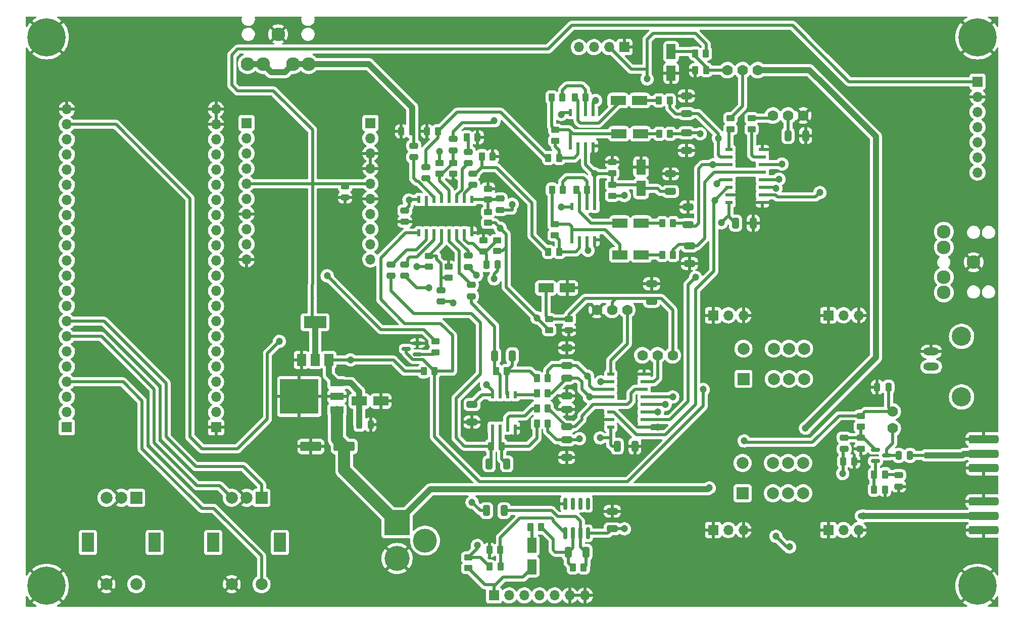
<source format=gtl>
G04 #@! TF.GenerationSoftware,KiCad,Pcbnew,6.0.11-2627ca5db0~126~ubuntu20.04.1*
G04 #@! TF.CreationDate,2023-06-25T12:50:40-04:00*
G04 #@! TF.ProjectId,SDR-Transceiver,5344522d-5472-4616-9e73-636569766572,rev?*
G04 #@! TF.SameCoordinates,Original*
G04 #@! TF.FileFunction,Copper,L1,Top*
G04 #@! TF.FilePolarity,Positive*
%FSLAX46Y46*%
G04 Gerber Fmt 4.6, Leading zero omitted, Abs format (unit mm)*
G04 Created by KiCad (PCBNEW 6.0.11-2627ca5db0~126~ubuntu20.04.1) date 2023-06-25 12:50:40*
%MOMM*%
%LPD*%
G01*
G04 APERTURE LIST*
G04 Aperture macros list*
%AMRoundRect*
0 Rectangle with rounded corners*
0 $1 Rounding radius*
0 $2 $3 $4 $5 $6 $7 $8 $9 X,Y pos of 4 corners*
0 Add a 4 corners polygon primitive as box body*
4,1,4,$2,$3,$4,$5,$6,$7,$8,$9,$2,$3,0*
0 Add four circle primitives for the rounded corners*
1,1,$1+$1,$2,$3*
1,1,$1+$1,$4,$5*
1,1,$1+$1,$6,$7*
1,1,$1+$1,$8,$9*
0 Add four rect primitives between the rounded corners*
20,1,$1+$1,$2,$3,$4,$5,0*
20,1,$1+$1,$4,$5,$6,$7,0*
20,1,$1+$1,$6,$7,$8,$9,0*
20,1,$1+$1,$8,$9,$2,$3,0*%
G04 Aperture macros list end*
G04 #@! TA.AperFunction,ComponentPad*
%ADD10C,0.800000*%
G04 #@! TD*
G04 #@! TA.AperFunction,ComponentPad*
%ADD11C,6.400000*%
G04 #@! TD*
G04 #@! TA.AperFunction,SMDPad,CuDef*
%ADD12RoundRect,0.250000X0.450000X-0.262500X0.450000X0.262500X-0.450000X0.262500X-0.450000X-0.262500X0*%
G04 #@! TD*
G04 #@! TA.AperFunction,SMDPad,CuDef*
%ADD13RoundRect,0.250000X-0.650000X0.325000X-0.650000X-0.325000X0.650000X-0.325000X0.650000X0.325000X0*%
G04 #@! TD*
G04 #@! TA.AperFunction,SMDPad,CuDef*
%ADD14RoundRect,0.250000X0.650000X-0.325000X0.650000X0.325000X-0.650000X0.325000X-0.650000X-0.325000X0*%
G04 #@! TD*
G04 #@! TA.AperFunction,SMDPad,CuDef*
%ADD15R,0.600000X1.200000*%
G04 #@! TD*
G04 #@! TA.AperFunction,SMDPad,CuDef*
%ADD16R,1.200000X0.600000*%
G04 #@! TD*
G04 #@! TA.AperFunction,SMDPad,CuDef*
%ADD17RoundRect,0.250000X-0.262500X-0.450000X0.262500X-0.450000X0.262500X0.450000X-0.262500X0.450000X0*%
G04 #@! TD*
G04 #@! TA.AperFunction,SMDPad,CuDef*
%ADD18RoundRect,0.250000X0.262500X0.450000X-0.262500X0.450000X-0.262500X-0.450000X0.262500X-0.450000X0*%
G04 #@! TD*
G04 #@! TA.AperFunction,SMDPad,CuDef*
%ADD19RoundRect,0.250000X0.550000X-1.050000X0.550000X1.050000X-0.550000X1.050000X-0.550000X-1.050000X0*%
G04 #@! TD*
G04 #@! TA.AperFunction,SMDPad,CuDef*
%ADD20RoundRect,0.250000X-1.050000X-0.550000X1.050000X-0.550000X1.050000X0.550000X-1.050000X0.550000X0*%
G04 #@! TD*
G04 #@! TA.AperFunction,SMDPad,CuDef*
%ADD21RoundRect,0.350000X-2.150000X-0.350000X2.150000X-0.350000X2.150000X0.350000X-2.150000X0.350000X0*%
G04 #@! TD*
G04 #@! TA.AperFunction,SMDPad,CuDef*
%ADD22RoundRect,0.250000X-0.475000X0.250000X-0.475000X-0.250000X0.475000X-0.250000X0.475000X0.250000X0*%
G04 #@! TD*
G04 #@! TA.AperFunction,ComponentPad*
%ADD23C,2.300000*%
G04 #@! TD*
G04 #@! TA.AperFunction,ComponentPad*
%ADD24R,1.700000X1.700000*%
G04 #@! TD*
G04 #@! TA.AperFunction,ComponentPad*
%ADD25O,1.700000X1.700000*%
G04 #@! TD*
G04 #@! TA.AperFunction,SMDPad,CuDef*
%ADD26RoundRect,0.250000X-0.450000X0.262500X-0.450000X-0.262500X0.450000X-0.262500X0.450000X0.262500X0*%
G04 #@! TD*
G04 #@! TA.AperFunction,SMDPad,CuDef*
%ADD27RoundRect,0.250000X0.325000X0.650000X-0.325000X0.650000X-0.325000X-0.650000X0.325000X-0.650000X0*%
G04 #@! TD*
G04 #@! TA.AperFunction,ComponentPad*
%ADD28R,2.000000X2.000000*%
G04 #@! TD*
G04 #@! TA.AperFunction,ComponentPad*
%ADD29C,2.000000*%
G04 #@! TD*
G04 #@! TA.AperFunction,ComponentPad*
%ADD30C,1.778000*%
G04 #@! TD*
G04 #@! TA.AperFunction,SMDPad,CuDef*
%ADD31RoundRect,0.250000X1.500000X0.550000X-1.500000X0.550000X-1.500000X-0.550000X1.500000X-0.550000X0*%
G04 #@! TD*
G04 #@! TA.AperFunction,ComponentPad*
%ADD32R,4.200000X4.200000*%
G04 #@! TD*
G04 #@! TA.AperFunction,ComponentPad*
%ADD33C,4.200000*%
G04 #@! TD*
G04 #@! TA.AperFunction,ComponentPad*
%ADD34C,4.000000*%
G04 #@! TD*
G04 #@! TA.AperFunction,SMDPad,CuDef*
%ADD35RoundRect,0.250000X0.475000X-0.250000X0.475000X0.250000X-0.475000X0.250000X-0.475000X-0.250000X0*%
G04 #@! TD*
G04 #@! TA.AperFunction,ComponentPad*
%ADD36R,1.000000X1.000000*%
G04 #@! TD*
G04 #@! TA.AperFunction,SMDPad,CuDef*
%ADD37RoundRect,0.250000X-0.250000X-0.475000X0.250000X-0.475000X0.250000X0.475000X-0.250000X0.475000X0*%
G04 #@! TD*
G04 #@! TA.AperFunction,SMDPad,CuDef*
%ADD38RoundRect,0.150000X0.587500X0.150000X-0.587500X0.150000X-0.587500X-0.150000X0.587500X-0.150000X0*%
G04 #@! TD*
G04 #@! TA.AperFunction,ComponentPad*
%ADD39R,2.000000X3.200000*%
G04 #@! TD*
G04 #@! TA.AperFunction,SMDPad,CuDef*
%ADD40R,2.200000X1.200000*%
G04 #@! TD*
G04 #@! TA.AperFunction,SMDPad,CuDef*
%ADD41R,6.400000X5.800000*%
G04 #@! TD*
G04 #@! TA.AperFunction,SMDPad,CuDef*
%ADD42RoundRect,0.250000X-0.550000X1.050000X-0.550000X-1.050000X0.550000X-1.050000X0.550000X1.050000X0*%
G04 #@! TD*
G04 #@! TA.AperFunction,SMDPad,CuDef*
%ADD43RoundRect,0.150000X-0.587500X-0.150000X0.587500X-0.150000X0.587500X0.150000X-0.587500X0.150000X0*%
G04 #@! TD*
G04 #@! TA.AperFunction,SMDPad,CuDef*
%ADD44RoundRect,0.243750X-0.243750X-0.456250X0.243750X-0.456250X0.243750X0.456250X-0.243750X0.456250X0*%
G04 #@! TD*
G04 #@! TA.AperFunction,SMDPad,CuDef*
%ADD45RoundRect,0.250000X-0.325000X-0.650000X0.325000X-0.650000X0.325000X0.650000X-0.325000X0.650000X0*%
G04 #@! TD*
G04 #@! TA.AperFunction,SMDPad,CuDef*
%ADD46R,1.500000X2.000000*%
G04 #@! TD*
G04 #@! TA.AperFunction,SMDPad,CuDef*
%ADD47R,3.800000X2.000000*%
G04 #@! TD*
G04 #@! TA.AperFunction,ComponentPad*
%ADD48C,3.216000*%
G04 #@! TD*
G04 #@! TA.AperFunction,ComponentPad*
%ADD49O,2.616000X1.308000*%
G04 #@! TD*
G04 #@! TA.AperFunction,SMDPad,CuDef*
%ADD50RoundRect,0.150000X-0.150000X0.825000X-0.150000X-0.825000X0.150000X-0.825000X0.150000X0.825000X0*%
G04 #@! TD*
G04 #@! TA.AperFunction,SMDPad,CuDef*
%ADD51RoundRect,0.250000X0.250000X0.475000X-0.250000X0.475000X-0.250000X-0.475000X0.250000X-0.475000X0*%
G04 #@! TD*
G04 #@! TA.AperFunction,SMDPad,CuDef*
%ADD52RoundRect,0.243750X-0.456250X0.243750X-0.456250X-0.243750X0.456250X-0.243750X0.456250X0.243750X0*%
G04 #@! TD*
G04 #@! TA.AperFunction,ViaPad*
%ADD53C,1.200000*%
G04 #@! TD*
G04 #@! TA.AperFunction,ViaPad*
%ADD54C,0.800000*%
G04 #@! TD*
G04 #@! TA.AperFunction,Conductor*
%ADD55C,1.000000*%
G04 #@! TD*
G04 #@! TA.AperFunction,Conductor*
%ADD56C,0.500000*%
G04 #@! TD*
G04 #@! TA.AperFunction,Conductor*
%ADD57C,2.000000*%
G04 #@! TD*
G04 APERTURE END LIST*
D10*
X212302944Y-46302944D03*
X214000000Y-45600000D03*
X216400000Y-48000000D03*
X214000000Y-50400000D03*
D11*
X214000000Y-48000000D03*
D10*
X212302944Y-49697056D03*
X215697056Y-49697056D03*
X211600000Y-48000000D03*
X215697056Y-46302944D03*
D12*
X176149000Y-63420000D03*
X176149000Y-61595000D03*
D13*
X165227000Y-57832000D03*
X165227000Y-60782000D03*
D14*
X165227000Y-66976000D03*
X165227000Y-64026000D03*
D15*
X132693993Y-113535314D03*
X133963993Y-113535314D03*
X135233993Y-113535314D03*
X136503993Y-113535314D03*
X136503993Y-107935314D03*
X135233993Y-107935314D03*
X133963993Y-107935314D03*
X132693993Y-107935314D03*
D12*
X122047000Y-86487000D03*
X122047000Y-84662000D03*
D16*
X158127000Y-113411000D03*
X158127000Y-112141000D03*
X158127000Y-110871000D03*
X158127000Y-109601000D03*
X158127000Y-108331000D03*
X158127000Y-107061000D03*
X158127000Y-105791000D03*
X158127000Y-104521000D03*
X152527000Y-104521000D03*
X152527000Y-105791000D03*
X152527000Y-107061000D03*
X152527000Y-108331000D03*
X152527000Y-109601000D03*
X152527000Y-110871000D03*
X152527000Y-112141000D03*
X152527000Y-113411000D03*
D17*
X146177000Y-136909000D03*
X148002000Y-136909000D03*
D18*
X134262000Y-116576594D03*
X132437000Y-116576594D03*
D12*
X172593000Y-63420000D03*
X172593000Y-61595000D03*
D19*
X139319000Y-136823000D03*
X139319000Y-133223000D03*
D18*
X123000000Y-104000000D03*
X121175000Y-104000000D03*
D20*
X110400000Y-109000000D03*
X114000000Y-109000000D03*
D17*
X166704000Y-53514000D03*
X168529000Y-53514000D03*
D18*
X198503800Y-121305500D03*
X196678800Y-121305500D03*
D17*
X142074500Y-83994000D03*
X143899500Y-83994000D03*
D21*
X215028780Y-128262380D03*
X215011000Y-125841760D03*
X215028780Y-130683000D03*
D14*
X152781000Y-130429000D03*
X152781000Y-127479000D03*
D22*
X119507000Y-66187000D03*
X119507000Y-68087000D03*
D23*
X208353400Y-90810400D03*
X208353400Y-88210400D03*
X213353400Y-85710400D03*
X208353400Y-80610400D03*
X208353400Y-83210400D03*
D18*
X141962000Y-105146594D03*
X140137000Y-105146594D03*
D24*
X154813000Y-49657000D03*
D25*
X152273000Y-49657000D03*
X149733000Y-49657000D03*
X147193000Y-49657000D03*
D26*
X142211000Y-95281000D03*
X142211000Y-97106000D03*
D12*
X143129000Y-81200000D03*
X143129000Y-79375000D03*
D27*
X135102000Y-119535314D03*
X132152000Y-119535314D03*
D14*
X145137000Y-108096594D03*
X145137000Y-105146594D03*
D12*
X194439800Y-113299500D03*
X194439800Y-111474500D03*
X145513000Y-97106000D03*
X145513000Y-95281000D03*
D28*
X174627800Y-124475500D03*
D29*
X179707800Y-124475500D03*
X182247800Y-124475500D03*
X184787800Y-124475500D03*
X184787800Y-119395500D03*
X182247800Y-119395500D03*
X179707800Y-119395500D03*
X174627800Y-119395500D03*
D17*
X139065000Y-130175000D03*
X140890000Y-130175000D03*
D22*
X129413000Y-70876500D03*
X129413000Y-72776500D03*
D26*
X152781000Y-72771000D03*
X152781000Y-74596000D03*
D13*
X165481000Y-76472000D03*
X165481000Y-79422000D03*
D18*
X148336000Y-58086000D03*
X146511000Y-58086000D03*
X193320300Y-119141500D03*
X191495300Y-119141500D03*
D30*
X150217000Y-93716594D03*
X157837000Y-101336594D03*
X152757000Y-93716594D03*
X160377000Y-101336594D03*
X155297000Y-93716594D03*
X162917000Y-101336594D03*
D18*
X134032000Y-133985000D03*
X132207000Y-133985000D03*
D10*
X59697056Y-141697056D03*
X56302944Y-141697056D03*
X58000000Y-137600000D03*
X58000000Y-142400000D03*
D11*
X58000000Y-140000000D03*
D10*
X55600000Y-140000000D03*
X59697056Y-138302944D03*
X56302944Y-138302944D03*
X60400000Y-140000000D03*
D18*
X148568798Y-73554000D03*
X146743798Y-73554000D03*
D12*
X131953000Y-75199000D03*
X131953000Y-73374000D03*
D17*
X161154500Y-84502000D03*
X162979500Y-84502000D03*
D25*
X214000000Y-70674600D03*
X214000000Y-68134600D03*
X214000000Y-65594600D03*
X214000000Y-57974600D03*
X214000000Y-63054600D03*
X214000000Y-60514600D03*
D24*
X214000000Y-55434600D03*
D22*
X121539000Y-69743000D03*
X121539000Y-71643000D03*
D26*
X126111000Y-69056000D03*
X126111000Y-70881000D03*
D12*
X143256000Y-65348500D03*
X143256000Y-63523500D03*
D31*
X107863000Y-116625000D03*
X102263000Y-116625000D03*
D17*
X142066000Y-68246000D03*
X143891000Y-68246000D03*
D30*
X199773800Y-113553500D03*
X199773800Y-110759500D03*
D18*
X135124064Y-103966594D03*
X133299064Y-103966594D03*
D17*
X132239000Y-136779000D03*
X134064000Y-136779000D03*
D12*
X133477000Y-83843500D03*
X133477000Y-82018500D03*
D22*
X128651000Y-67203000D03*
X128651000Y-69103000D03*
D27*
X176403000Y-79168000D03*
X173453000Y-79168000D03*
D32*
X116713000Y-129413000D03*
D33*
X116713000Y-135413000D03*
D34*
X121413000Y-132413000D03*
D27*
X148365000Y-134369000D03*
X145415000Y-134369000D03*
X136045759Y-101426594D03*
X133095759Y-101426594D03*
D24*
X188994300Y-130625000D03*
D25*
X191534300Y-130625000D03*
X194074300Y-130625000D03*
D24*
X169690300Y-130625000D03*
D25*
X172230300Y-130625000D03*
X174770300Y-130625000D03*
D15*
X146051298Y-81974000D03*
X147321298Y-81974000D03*
X148591298Y-81974000D03*
X149861298Y-81974000D03*
X149861298Y-76374000D03*
X148591298Y-76374000D03*
X147321298Y-76374000D03*
X146051298Y-76374000D03*
D13*
X145137000Y-100066594D03*
X145137000Y-103016594D03*
D10*
X214000000Y-142400000D03*
X212302944Y-141697056D03*
X212302944Y-138302944D03*
X216400000Y-140000000D03*
X215697056Y-138302944D03*
D11*
X214000000Y-140000000D03*
D10*
X215697056Y-141697056D03*
X214000000Y-137600000D03*
X211600000Y-140000000D03*
D14*
X129262000Y-112541594D03*
X129262000Y-109591594D03*
D22*
X118000000Y-77043000D03*
X118000000Y-78943000D03*
D10*
X58000000Y-50400000D03*
X58000000Y-45600000D03*
D11*
X58000000Y-48000000D03*
D10*
X60400000Y-48000000D03*
X59697056Y-46302944D03*
X55600000Y-48000000D03*
X56302944Y-46302944D03*
X56302944Y-49697056D03*
X59697056Y-49697056D03*
D18*
X141962000Y-107686594D03*
X140137000Y-107686594D03*
D13*
X145137000Y-110375342D03*
X145137000Y-113325342D03*
D35*
X115697000Y-88000000D03*
X115697000Y-86100000D03*
D12*
X131191000Y-83882000D03*
X131191000Y-82057000D03*
D23*
X101884600Y-52500000D03*
X99284600Y-52500000D03*
X96784600Y-47500000D03*
X91684600Y-52500000D03*
X94284600Y-52500000D03*
D36*
X205615800Y-118125500D03*
D17*
X160655000Y-64182000D03*
X162480000Y-64182000D03*
D37*
X200789800Y-118125500D03*
X202689800Y-118125500D03*
D17*
X160608000Y-58594000D03*
X162433000Y-58594000D03*
D21*
X215028780Y-117848380D03*
X215028780Y-120269000D03*
X215011000Y-115427760D03*
D38*
X120145000Y-101188000D03*
X120145000Y-99288000D03*
X118270000Y-100238000D03*
D26*
X123175000Y-99000000D03*
X123175000Y-100825000D03*
D19*
X157607000Y-73370000D03*
X157607000Y-69770000D03*
D28*
X94000000Y-125222000D03*
D29*
X89000000Y-125222000D03*
X91500000Y-125222000D03*
D39*
X97100000Y-132722000D03*
X85900000Y-132722000D03*
D29*
X89000000Y-139722000D03*
X94000000Y-139722000D03*
D17*
X166657000Y-50720000D03*
X168482000Y-50720000D03*
D15*
X120397298Y-80823000D03*
X121667298Y-80823000D03*
X122937298Y-80823000D03*
X124207298Y-80823000D03*
X125477298Y-80823000D03*
X126747298Y-80823000D03*
X128017298Y-80823000D03*
X129287298Y-80823000D03*
X129287298Y-75223000D03*
X128017298Y-75223000D03*
X126747298Y-75223000D03*
X125477298Y-75223000D03*
X124207298Y-75223000D03*
X122937298Y-75223000D03*
X121667298Y-75223000D03*
X120397298Y-75223000D03*
D40*
X106634000Y-110524000D03*
X106634000Y-108244000D03*
D41*
X100334000Y-108244000D03*
D40*
X106634000Y-105964000D03*
D42*
X162640000Y-50422000D03*
X162640000Y-54022000D03*
D22*
X134000000Y-75050000D03*
X134000000Y-76950000D03*
D17*
X130937000Y-67965000D03*
X132762000Y-67965000D03*
D24*
X132969000Y-141605000D03*
D25*
X135509000Y-141605000D03*
X138049000Y-141605000D03*
X140589000Y-141605000D03*
X143129000Y-141605000D03*
X145669000Y-141605000D03*
X148209000Y-141605000D03*
D24*
X169690300Y-94625000D03*
D25*
X172230300Y-94625000D03*
X174770300Y-94625000D03*
D27*
X156567000Y-116576594D03*
X153617000Y-116576594D03*
D20*
X153889000Y-64182000D03*
X157489000Y-64182000D03*
D27*
X185183748Y-64495000D03*
X182233748Y-64495000D03*
D35*
X126111000Y-66939000D03*
X126111000Y-65039000D03*
D15*
X145796000Y-66226000D03*
X147066000Y-66226000D03*
X148336000Y-66226000D03*
X149606000Y-66226000D03*
X149606000Y-60626000D03*
X148336000Y-60626000D03*
X147066000Y-60626000D03*
X145796000Y-60626000D03*
D43*
X196882800Y-117175500D03*
X196882800Y-119075500D03*
X198757800Y-118125500D03*
D24*
X188994300Y-94625000D03*
D25*
X191534300Y-94625000D03*
X194074300Y-94625000D03*
D28*
X174770300Y-105293000D03*
D29*
X179850300Y-105293000D03*
X182390300Y-105293000D03*
X184930300Y-105293000D03*
X184930300Y-100213000D03*
X182390300Y-100213000D03*
X179850300Y-100213000D03*
X174770300Y-100213000D03*
D13*
X159385000Y-89330000D03*
X159385000Y-92280000D03*
D35*
X128651000Y-86497000D03*
X128651000Y-84597000D03*
D44*
X110400000Y-112968000D03*
X112275000Y-112968000D03*
D37*
X197170000Y-106680000D03*
X199070000Y-106680000D03*
D17*
X161163000Y-79168000D03*
X162988000Y-79168000D03*
X128397000Y-64785000D03*
X130222000Y-64785000D03*
D45*
X131699000Y-127381000D03*
X134649000Y-127381000D03*
D30*
X184785000Y-61134000D03*
X177165000Y-53514000D03*
X182245000Y-61134000D03*
X174625000Y-53514000D03*
X179705000Y-61134000D03*
X172085000Y-53514000D03*
D14*
X145137000Y-118481594D03*
X145137000Y-115531594D03*
D46*
X100677000Y-102097000D03*
X102977000Y-102097000D03*
D47*
X102977000Y-95797000D03*
D46*
X105277000Y-102097000D03*
D14*
X165735000Y-85928000D03*
X165735000Y-82978000D03*
D48*
X211328000Y-98171000D03*
X211328000Y-108331000D03*
D49*
X206248000Y-100711000D03*
X206248000Y-103251000D03*
D13*
X162560000Y-70915000D03*
X162560000Y-73865000D03*
D50*
X148717000Y-126241000D03*
X147447000Y-126241000D03*
X146177000Y-126241000D03*
X144907000Y-126241000D03*
X144907000Y-131191000D03*
X146177000Y-131191000D03*
X147447000Y-131191000D03*
X148717000Y-131191000D03*
D20*
X141659000Y-90043000D03*
X145259000Y-90043000D03*
D12*
X132000000Y-79121000D03*
X132000000Y-77296000D03*
D20*
X154051000Y-84502000D03*
X157651000Y-84502000D03*
D35*
X191645800Y-117043500D03*
X191645800Y-115143500D03*
D26*
X123825000Y-69056000D03*
X123825000Y-70881000D03*
D18*
X141962000Y-110226594D03*
X140137000Y-110226594D03*
D35*
X117983000Y-88000000D03*
X117983000Y-86100000D03*
D18*
X123571000Y-63769000D03*
X121746000Y-63769000D03*
D16*
X177963000Y-75737702D03*
X177963000Y-74467702D03*
X177963000Y-73197702D03*
X177963000Y-71927702D03*
X177963000Y-70657702D03*
X177963000Y-69387702D03*
X177963000Y-68117702D03*
X177963000Y-66847702D03*
X172363000Y-66847702D03*
X172363000Y-68117702D03*
X172363000Y-69387702D03*
X172363000Y-70657702D03*
X172363000Y-71927702D03*
X172363000Y-73197702D03*
X172363000Y-74467702D03*
X172363000Y-75737702D03*
D51*
X133599000Y-86121000D03*
X131699000Y-86121000D03*
D18*
X141962000Y-112766594D03*
X140137000Y-112766594D03*
D12*
X125349000Y-88312000D03*
X125349000Y-86487000D03*
D35*
X129159000Y-91435000D03*
X129159000Y-89535000D03*
D26*
X128651000Y-135208000D03*
X128651000Y-137033000D03*
D18*
X119253000Y-63769000D03*
X117428000Y-63769000D03*
D26*
X152781000Y-68961000D03*
X152781000Y-70786000D03*
D35*
X124079000Y-92329000D03*
X124079000Y-90429000D03*
D18*
X198503800Y-123845500D03*
X196678800Y-123845500D03*
D17*
X142621000Y-58086000D03*
X144446000Y-58086000D03*
D35*
X200789800Y-123327500D03*
X200789800Y-121427500D03*
D20*
X154051000Y-79168000D03*
X157651000Y-79168000D03*
D52*
X108000000Y-73000000D03*
X108000000Y-74875000D03*
D20*
X153775000Y-58594000D03*
X157375000Y-58594000D03*
D28*
X73000000Y-125222000D03*
D29*
X68000000Y-125222000D03*
X70500000Y-125222000D03*
D39*
X64900000Y-132722000D03*
X76100000Y-132722000D03*
D29*
X68000000Y-139722000D03*
X73000000Y-139722000D03*
D12*
X194439800Y-117006000D03*
X194439800Y-115181000D03*
D17*
X142670000Y-73554000D03*
X144495000Y-73554000D03*
D25*
X91500000Y-75080000D03*
X91500000Y-72540000D03*
X91500000Y-85240000D03*
X112250000Y-70000000D03*
X112250000Y-67460000D03*
X112250000Y-75080000D03*
X91500000Y-77620000D03*
X91500000Y-70000000D03*
X91500000Y-67460000D03*
X91500000Y-64920000D03*
D24*
X91500000Y-62380000D03*
X112250000Y-62380000D03*
D25*
X112250000Y-64920000D03*
X112250000Y-72540000D03*
X112250000Y-77620000D03*
X112250000Y-80160000D03*
X112250000Y-82700000D03*
X112250000Y-85240000D03*
X91500000Y-82700000D03*
X91500000Y-80160000D03*
D24*
X61375000Y-113410000D03*
D25*
X61375000Y-110870000D03*
X61375000Y-108330000D03*
X61375000Y-105790000D03*
X61375000Y-103250000D03*
X61375000Y-100710000D03*
X61375000Y-98170000D03*
X61375000Y-95630000D03*
X61375000Y-93090000D03*
X61375000Y-90550000D03*
X61375000Y-88010000D03*
X61375000Y-85470000D03*
X61375000Y-82930000D03*
X61375000Y-80390000D03*
X61375000Y-77850000D03*
X61375000Y-75310000D03*
X61375000Y-72770000D03*
X61375000Y-70230000D03*
X61375000Y-67690000D03*
X61375000Y-65150000D03*
X61375000Y-62610000D03*
X61375000Y-60070000D03*
X86375000Y-60070000D03*
X86375000Y-62610000D03*
X86375000Y-65150000D03*
X86375000Y-67690000D03*
X86375000Y-70230000D03*
X86375000Y-72770000D03*
X86375000Y-75310000D03*
X86375000Y-77850000D03*
X86375000Y-80390000D03*
X86375000Y-82930000D03*
X86375000Y-85470000D03*
X86375000Y-88010000D03*
X86375000Y-90550000D03*
X86375000Y-93090000D03*
X86375000Y-95630000D03*
X86375000Y-98170000D03*
X86375000Y-100710000D03*
X86375000Y-103250000D03*
X86375000Y-105790000D03*
X86375000Y-108330000D03*
X86375000Y-110870000D03*
D24*
X86375000Y-113410000D03*
D53*
X194825620Y-128262380D03*
X191391800Y-121173500D03*
X129286000Y-125984000D03*
X130048000Y-87884000D03*
X122047000Y-90043000D03*
X144272000Y-76501000D03*
X171069000Y-79121000D03*
X130175000Y-133223000D03*
X144208500Y-60943500D03*
X97000000Y-99000000D03*
X108903000Y-102097000D03*
X134000000Y-80000000D03*
X123825000Y-67175000D03*
X120015000Y-86487000D03*
X140154500Y-95049500D03*
X118712000Y-75298000D03*
X150749000Y-115189000D03*
X158623000Y-54991000D03*
X154813000Y-74549000D03*
X154813000Y-130429000D03*
X131699000Y-106299000D03*
X174879000Y-115697000D03*
X169037000Y-123571000D03*
X133000000Y-88519000D03*
X126111000Y-92583000D03*
X187579000Y-74041000D03*
X166751000Y-88265000D03*
X169937851Y-75322851D03*
X150852000Y-105781594D03*
X160367594Y-110871000D03*
X147296000Y-115306594D03*
X167513000Y-64182000D03*
X170307000Y-72564000D03*
X181229000Y-69262000D03*
X180213000Y-73326000D03*
X170561000Y-64944000D03*
X133000000Y-62000000D03*
X136000000Y-76000000D03*
X169670702Y-69387702D03*
X180721000Y-71802000D03*
X168021000Y-107061000D03*
X182499000Y-133477000D03*
X180213000Y-131699000D03*
X185166000Y-113538000D03*
X161647000Y-109591594D03*
X148629500Y-104829094D03*
X148947000Y-108321594D03*
X162917000Y-108321594D03*
X148717000Y-83740000D03*
X149861298Y-70914298D03*
X149987000Y-58594000D03*
D54*
X166000000Y-141000000D03*
X184000000Y-67000000D03*
X209000000Y-67000000D03*
X99000000Y-93000000D03*
X128000000Y-56000000D03*
X90000000Y-93000000D03*
X109000000Y-130000000D03*
X190000000Y-138000000D03*
X90000000Y-90000000D03*
D53*
X140000000Y-59000000D03*
D54*
X108000000Y-63000000D03*
X206000000Y-78000000D03*
X111000000Y-60000000D03*
X66000000Y-81000000D03*
X175000000Y-138000000D03*
X199000000Y-135000000D03*
X69000000Y-57000000D03*
X57000000Y-78000000D03*
X181000000Y-87000000D03*
X209000000Y-64000000D03*
X105000000Y-60000000D03*
X103000000Y-130000000D03*
X106000000Y-136000000D03*
X190000000Y-70000000D03*
X61000000Y-120000000D03*
X193000000Y-64000000D03*
X203000000Y-67000000D03*
X108000000Y-82000000D03*
X108000000Y-66000000D03*
X96000000Y-90000000D03*
X105000000Y-82000000D03*
X169000000Y-138000000D03*
X206000000Y-70000000D03*
X103000000Y-127000000D03*
X111000000Y-57000000D03*
X105000000Y-63000000D03*
X160000000Y-138000000D03*
X190000000Y-67000000D03*
X100000000Y-136000000D03*
X75000000Y-63000000D03*
X81000000Y-63000000D03*
X78000000Y-60000000D03*
X101000000Y-69000000D03*
X81000000Y-57000000D03*
X100000000Y-127000000D03*
D53*
X143383000Y-109093000D03*
D54*
X57000000Y-99000000D03*
X202000000Y-135000000D03*
X203000000Y-64000000D03*
X154000000Y-135000000D03*
X57000000Y-81000000D03*
X57000000Y-87000000D03*
X57000000Y-72000000D03*
X190000000Y-81000000D03*
D53*
X140000000Y-71000000D03*
D54*
X76000000Y-79000000D03*
X193000000Y-141000000D03*
X203000000Y-58000000D03*
X66000000Y-57000000D03*
X187000000Y-70000000D03*
X76000000Y-88000000D03*
X190000000Y-84000000D03*
X100000000Y-139000000D03*
X112000000Y-47000000D03*
D53*
X126365000Y-72283000D03*
D54*
X93000000Y-93000000D03*
X103000000Y-142000000D03*
X163000000Y-129000000D03*
X57000000Y-75000000D03*
X93000000Y-99000000D03*
X57000000Y-57000000D03*
X193000000Y-87000000D03*
X97000000Y-121000000D03*
X154000000Y-138000000D03*
X76000000Y-94000000D03*
X66000000Y-93000000D03*
X108000000Y-69000000D03*
X78000000Y-66000000D03*
X163000000Y-126000000D03*
X95000000Y-66000000D03*
X103000000Y-139000000D03*
X122000000Y-56000000D03*
X75000000Y-57000000D03*
X79000000Y-76000000D03*
X206000000Y-61000000D03*
X96000000Y-85000000D03*
X121000000Y-47000000D03*
X181000000Y-138000000D03*
X57000000Y-131000000D03*
X200000000Y-84000000D03*
X181000000Y-90000000D03*
X131000000Y-56000000D03*
X160000000Y-135000000D03*
X208000000Y-141000000D03*
X176000000Y-50000000D03*
X208000000Y-132000000D03*
X185000000Y-50000000D03*
X175000000Y-141000000D03*
X193000000Y-135000000D03*
X97000000Y-124000000D03*
X79000000Y-88000000D03*
X76000000Y-91000000D03*
X197000000Y-58000000D03*
X100000000Y-142000000D03*
X196000000Y-132000000D03*
X61000000Y-117000000D03*
X173000000Y-50000000D03*
X79000000Y-100000000D03*
X108000000Y-79000000D03*
X81000000Y-66000000D03*
X72000000Y-60000000D03*
X66000000Y-84000000D03*
X200000000Y-70000000D03*
D53*
X125349000Y-84709000D03*
D54*
X79000000Y-97000000D03*
X199000000Y-141000000D03*
D53*
X155321000Y-102489000D03*
D54*
X203000000Y-78000000D03*
X93000000Y-90000000D03*
X178000000Y-141000000D03*
X57000000Y-69000000D03*
X181000000Y-93000000D03*
X200000000Y-61000000D03*
X106000000Y-139000000D03*
X196000000Y-135000000D03*
X118000000Y-47000000D03*
X205000000Y-138000000D03*
X95000000Y-69000000D03*
X170000000Y-50000000D03*
X79000000Y-85000000D03*
X108000000Y-57000000D03*
X57000000Y-123000000D03*
X160000000Y-121000000D03*
X76000000Y-100000000D03*
X90000000Y-96000000D03*
X160000000Y-132000000D03*
X202000000Y-132000000D03*
X184000000Y-70000000D03*
X108000000Y-85000000D03*
X79000000Y-79000000D03*
X184000000Y-84000000D03*
X187000000Y-78000000D03*
X103000000Y-136000000D03*
X178000000Y-87000000D03*
X65000000Y-117000000D03*
X76000000Y-76000000D03*
X200000000Y-67000000D03*
X187000000Y-135000000D03*
X203000000Y-81000000D03*
X108000000Y-60000000D03*
X75000000Y-60000000D03*
X103000000Y-124000000D03*
X172000000Y-141000000D03*
X178000000Y-138000000D03*
X61000000Y-127000000D03*
X205000000Y-132000000D03*
D53*
X160401000Y-113411000D03*
D54*
X163000000Y-135000000D03*
X94000000Y-121000000D03*
X187000000Y-138000000D03*
X166000000Y-138000000D03*
D53*
X129413000Y-114681000D03*
D54*
X208000000Y-138000000D03*
X182000000Y-50000000D03*
X196000000Y-141000000D03*
X109000000Y-136000000D03*
X57000000Y-120000000D03*
X103000000Y-133000000D03*
X57000000Y-102000000D03*
X57000000Y-117000000D03*
X200000000Y-78000000D03*
X109000000Y-127000000D03*
D53*
X210000000Y-58000000D03*
D54*
X106000000Y-142000000D03*
X57000000Y-84000000D03*
X109000000Y-142000000D03*
X184000000Y-87000000D03*
X157000000Y-132000000D03*
X160000000Y-126000000D03*
X125000000Y-56000000D03*
X119000000Y-56000000D03*
X76000000Y-82000000D03*
X202000000Y-141000000D03*
X200000000Y-58000000D03*
X199000000Y-132000000D03*
D53*
X144000000Y-50000000D03*
D54*
X190000000Y-87000000D03*
X66000000Y-90000000D03*
X105000000Y-79000000D03*
X105000000Y-76000000D03*
X205000000Y-141000000D03*
X57000000Y-111000000D03*
X202000000Y-138000000D03*
X157000000Y-138000000D03*
X61000000Y-131000000D03*
X106000000Y-133000000D03*
X79000000Y-82000000D03*
X100000000Y-133000000D03*
X208000000Y-135000000D03*
D53*
X131953000Y-71501000D03*
D54*
X184000000Y-135000000D03*
X99000000Y-90000000D03*
X100000000Y-121000000D03*
X179000000Y-50000000D03*
X187000000Y-87000000D03*
D53*
X149000000Y-120000000D03*
D54*
X187000000Y-84000000D03*
X181000000Y-141000000D03*
X206000000Y-64000000D03*
X99000000Y-82000000D03*
X178000000Y-93000000D03*
X57000000Y-108000000D03*
X57000000Y-105000000D03*
X181000000Y-84000000D03*
X76000000Y-97000000D03*
X190000000Y-141000000D03*
X72000000Y-57000000D03*
X193000000Y-67000000D03*
X163000000Y-138000000D03*
X106000000Y-130000000D03*
X203000000Y-70000000D03*
X187000000Y-81000000D03*
X190000000Y-78000000D03*
X109000000Y-139000000D03*
X187000000Y-141000000D03*
X93000000Y-96000000D03*
X57000000Y-63000000D03*
X157000000Y-126000000D03*
X79000000Y-94000000D03*
X193000000Y-138000000D03*
X81000000Y-60000000D03*
X66000000Y-78000000D03*
D53*
X170307000Y-112395000D03*
D54*
X200000000Y-64000000D03*
X193000000Y-70000000D03*
X209000000Y-78000000D03*
X134000000Y-56000000D03*
X57000000Y-93000000D03*
X78000000Y-57000000D03*
X61000000Y-123000000D03*
X100000000Y-130000000D03*
X187000000Y-67000000D03*
X115000000Y-47000000D03*
X193000000Y-84000000D03*
X99000000Y-85000000D03*
X66000000Y-75000000D03*
X184000000Y-81000000D03*
X57000000Y-96000000D03*
X109000000Y-133000000D03*
X200000000Y-81000000D03*
X101000000Y-66000000D03*
X100000000Y-124000000D03*
X206000000Y-67000000D03*
X157000000Y-129000000D03*
X57000000Y-66000000D03*
X66000000Y-87000000D03*
X172000000Y-138000000D03*
X95000000Y-63000000D03*
D53*
X137287000Y-115189000D03*
D54*
X160000000Y-129000000D03*
X105000000Y-85000000D03*
X163000000Y-132000000D03*
X184000000Y-141000000D03*
D53*
X169037000Y-67183000D03*
D54*
X184000000Y-138000000D03*
X109000000Y-47000000D03*
X57000000Y-90000000D03*
X190000000Y-135000000D03*
X78000000Y-63000000D03*
D53*
X132000000Y-47000000D03*
D54*
X90000000Y-99000000D03*
X205000000Y-135000000D03*
X66000000Y-72000000D03*
X163000000Y-121000000D03*
X106000000Y-127000000D03*
X106000000Y-47000000D03*
X196000000Y-138000000D03*
X190000000Y-64000000D03*
X96000000Y-93000000D03*
X193000000Y-81000000D03*
X199000000Y-138000000D03*
X106000000Y-124000000D03*
X203000000Y-61000000D03*
X76000000Y-85000000D03*
X169000000Y-141000000D03*
X197000000Y-61000000D03*
X193000000Y-78000000D03*
X178000000Y-90000000D03*
X79000000Y-91000000D03*
X57000000Y-60000000D03*
X105000000Y-66000000D03*
X57000000Y-114000000D03*
X105000000Y-69000000D03*
X103000000Y-121000000D03*
X57000000Y-127000000D03*
X157000000Y-135000000D03*
D53*
X105000000Y-88000000D03*
D55*
X215028780Y-128262380D02*
X194825620Y-128262380D01*
X194825620Y-128262380D02*
X194416680Y-128262380D01*
D56*
X198503800Y-121305500D02*
X200535800Y-121305500D01*
D55*
X205615800Y-118125500D02*
X211449660Y-118125500D01*
X215028780Y-117848380D02*
X211726780Y-117848380D01*
X211449660Y-118125500D02*
X211726780Y-117848380D01*
D56*
X202689800Y-118125500D02*
X205615800Y-118125500D01*
X145796000Y-63801000D02*
X145796000Y-66226000D01*
X145518500Y-63523500D02*
X145796000Y-63801000D01*
X146177000Y-64182000D02*
X153889000Y-64182000D01*
X143256000Y-63523500D02*
X145518500Y-63523500D01*
X142621000Y-58721000D02*
X142621000Y-62888500D01*
X145518500Y-63523500D02*
X146177000Y-64182000D01*
X142621000Y-62888500D02*
X143256000Y-63523500D01*
X191495300Y-119141500D02*
X191495300Y-121070000D01*
X191495300Y-121070000D02*
X191391800Y-121173500D01*
X191495300Y-117194000D02*
X191645800Y-117043500D01*
X191495300Y-119141500D02*
X191495300Y-117194000D01*
X131699000Y-127381000D02*
X130683000Y-127381000D01*
X128661000Y-86497000D02*
X130048000Y-87884000D01*
X130048000Y-87884000D02*
X130175000Y-88011000D01*
X122047000Y-90043000D02*
X120026000Y-90043000D01*
X121915000Y-89911000D02*
X122047000Y-90043000D01*
X130683000Y-127381000D02*
X129286000Y-125984000D01*
X120026000Y-90043000D02*
X117983000Y-88000000D01*
X117983000Y-88000000D02*
X118000000Y-88000000D01*
X128651000Y-86497000D02*
X128661000Y-86497000D01*
D55*
X179850300Y-119253000D02*
X179707800Y-119395500D01*
D56*
X84000000Y-117000000D02*
X90000000Y-117000000D01*
X134000000Y-80000000D02*
X135001000Y-81001000D01*
X130175000Y-133223000D02*
X130175000Y-133684000D01*
X142211000Y-97106000D02*
X140154500Y-95049500D01*
D55*
X110400000Y-109000000D02*
X110400000Y-112968000D01*
D56*
X159639000Y-47371000D02*
X166751000Y-47371000D01*
X133121000Y-79121000D02*
X134000000Y-80000000D01*
X130668000Y-135208000D02*
X132239000Y-136779000D01*
X144272000Y-76501000D02*
X145924298Y-76501000D01*
X120397298Y-75223000D02*
X118787000Y-75223000D01*
X152781000Y-130429000D02*
X154813000Y-130429000D01*
X110908000Y-108492000D02*
X110400000Y-109000000D01*
X61375000Y-62610000D02*
X69610000Y-62610000D01*
X154766000Y-74596000D02*
X154813000Y-74549000D01*
X69610000Y-62610000D02*
X75000000Y-68000000D01*
D55*
X105277000Y-102097000D02*
X105277000Y-104607000D01*
D56*
X129262000Y-109591594D02*
X130918280Y-107935314D01*
X91000000Y-116000000D02*
X95000000Y-112000000D01*
X152757000Y-116576594D02*
X153617000Y-116576594D01*
X152527000Y-116346594D02*
X152757000Y-116576594D01*
X152527000Y-113411000D02*
X152527000Y-115189000D01*
X132000000Y-79121000D02*
X133121000Y-79121000D01*
X130918280Y-107935314D02*
X132693993Y-107935314D01*
X132693993Y-107293993D02*
X131699000Y-106299000D01*
X116142000Y-102142000D02*
X118000000Y-104000000D01*
X159512000Y-47498000D02*
X159639000Y-47371000D01*
X118712000Y-76331000D02*
X118000000Y-77043000D01*
X158623000Y-54991000D02*
X158623000Y-53377000D01*
X172112000Y-78078000D02*
X171069000Y-79121000D01*
X135001000Y-81001000D02*
X135001000Y-83205000D01*
X120015000Y-86487000D02*
X122047000Y-86487000D01*
X123825000Y-67175000D02*
X123825000Y-69056000D01*
X95000000Y-112000000D02*
X95000000Y-102000000D01*
X132693993Y-107935314D02*
X132693993Y-107293993D01*
X82000000Y-75000000D02*
X82000000Y-107000000D01*
X75000000Y-68000000D02*
X82000000Y-75000000D01*
X134362500Y-83843500D02*
X135001000Y-83205000D01*
X135001000Y-89896000D02*
X135001000Y-83205000D01*
X168529000Y-49149000D02*
X168529000Y-50673000D01*
X144208500Y-60943500D02*
X144526000Y-60626000D01*
X90000000Y-117000000D02*
X91000000Y-116000000D01*
X82000000Y-115000000D02*
X84000000Y-117000000D01*
X155993000Y-53377000D02*
X158623000Y-53377000D01*
X152273000Y-49657000D02*
X155993000Y-53377000D01*
X118712000Y-75298000D02*
X118712000Y-76331000D01*
X152019000Y-131191000D02*
X152781000Y-130429000D01*
X168529000Y-50673000D02*
X168482000Y-50720000D01*
X95000000Y-101000000D02*
X97000000Y-99000000D01*
X110280000Y-102142000D02*
X116142000Y-102142000D01*
X158623000Y-53377000D02*
X158623000Y-48387000D01*
X95000000Y-102000000D02*
X95000000Y-101000000D01*
X118000000Y-104000000D02*
X121175000Y-104000000D01*
X172363000Y-78078000D02*
X173453000Y-79168000D01*
X118787000Y-75223000D02*
X118712000Y-75298000D01*
X148717000Y-131191000D02*
X152019000Y-131191000D01*
X172363000Y-78078000D02*
X172112000Y-78078000D01*
D55*
X105277000Y-104607000D02*
X106634000Y-105964000D01*
D56*
X128651000Y-135208000D02*
X130668000Y-135208000D01*
X152781000Y-74596000D02*
X154766000Y-74596000D01*
D55*
X110400000Y-107432000D02*
X110400000Y-109000000D01*
D56*
X133477000Y-83843500D02*
X134362500Y-83843500D01*
X166751000Y-47371000D02*
X168529000Y-49149000D01*
X110235000Y-102097000D02*
X108903000Y-102097000D01*
X144526000Y-60626000D02*
X145796000Y-60626000D01*
X158623000Y-48387000D02*
X159512000Y-47498000D01*
D55*
X108932000Y-105964000D02*
X110400000Y-107432000D01*
D56*
X130175000Y-133684000D02*
X128651000Y-135208000D01*
X152527000Y-115189000D02*
X150749000Y-115189000D01*
X152527000Y-115189000D02*
X152527000Y-116346594D01*
X145924298Y-76501000D02*
X146051298Y-76374000D01*
X110280000Y-102142000D02*
X110235000Y-102097000D01*
X140154500Y-95049500D02*
X135001000Y-89896000D01*
X82000000Y-107000000D02*
X82000000Y-115000000D01*
D55*
X106634000Y-105964000D02*
X108932000Y-105964000D01*
D56*
X172363000Y-75737702D02*
X172363000Y-78078000D01*
X108903000Y-102097000D02*
X105277000Y-102097000D01*
D57*
X107863000Y-116625000D02*
X107863000Y-120563000D01*
D56*
X175133000Y-115951000D02*
X174879000Y-115697000D01*
X194439800Y-111474500D02*
X190785500Y-111474500D01*
X199070000Y-110055700D02*
X199773800Y-110759500D01*
X194439800Y-111474500D02*
X195154800Y-110759500D01*
X190785500Y-111474500D02*
X186309000Y-115951000D01*
X186309000Y-115951000D02*
X175133000Y-115951000D01*
D55*
X122301000Y-123825000D02*
X116713000Y-129413000D01*
X168783000Y-123825000D02*
X122301000Y-123825000D01*
D57*
X106634000Y-115396000D02*
X106634000Y-110836000D01*
X107863000Y-120563000D02*
X116713000Y-129413000D01*
D56*
X195154800Y-110759500D02*
X199773800Y-110759500D01*
X199070000Y-106680000D02*
X199070000Y-110055700D01*
D55*
X169037000Y-123571000D02*
X168783000Y-123825000D01*
D56*
X173991800Y-123839500D02*
X174627800Y-124475500D01*
D55*
X106634000Y-110524000D02*
X106634000Y-110836000D01*
D57*
X107863000Y-116625000D02*
X106634000Y-115396000D01*
D56*
X140137000Y-112766594D02*
X140137000Y-115226594D01*
X133963993Y-113535314D02*
X133963993Y-116278587D01*
X134262000Y-116576594D02*
X134262000Y-118695314D01*
X134262000Y-118695314D02*
X135102000Y-119535314D01*
X133963993Y-116278587D02*
X134262000Y-116576594D01*
X138787000Y-116576594D02*
X134262000Y-116576594D01*
X140137000Y-115226594D02*
X138787000Y-116576594D01*
X133599000Y-86121000D02*
X133599000Y-87127000D01*
X133000000Y-87726000D02*
X133599000Y-87127000D01*
X133000000Y-88519000D02*
X133000000Y-87726000D01*
X138152000Y-111496594D02*
X135612000Y-111496594D01*
X135233993Y-111874601D02*
X135233993Y-113535314D01*
X139422000Y-110226594D02*
X138152000Y-111496594D01*
X135612000Y-111496594D02*
X135233993Y-111874601D01*
X140137000Y-110226594D02*
X139422000Y-110226594D01*
X139888280Y-107935314D02*
X140137000Y-107686594D01*
X136503993Y-107935314D02*
X139888280Y-107935314D01*
X155297000Y-99431594D02*
X155297000Y-93716594D01*
X152527000Y-102201594D02*
X155297000Y-99431594D01*
X152527000Y-104521000D02*
X152527000Y-102201594D01*
X142211000Y-95281000D02*
X145513000Y-95281000D01*
X162917000Y-93716594D02*
X162917000Y-101336594D01*
X152757000Y-92446594D02*
X153392000Y-91811594D01*
X141659000Y-90043000D02*
X141659000Y-94729000D01*
X145513000Y-95281000D02*
X145513000Y-94517000D01*
X148218406Y-91811594D02*
X153392000Y-91811594D01*
X161012000Y-91811594D02*
X162917000Y-93716594D01*
X141659000Y-94729000D02*
X142211000Y-95281000D01*
X152757000Y-93716594D02*
X152757000Y-92446594D01*
X145513000Y-94517000D02*
X148218406Y-91811594D01*
X153392000Y-91811594D02*
X161012000Y-91811594D01*
X159732594Y-105791000D02*
X158127000Y-105791000D01*
X160377000Y-101336594D02*
X160377000Y-105146594D01*
X160377000Y-105146594D02*
X159732594Y-105791000D01*
X138957000Y-103966594D02*
X140137000Y-105146594D01*
X136045759Y-101426594D02*
X136045759Y-103044899D01*
X135124064Y-103966594D02*
X135124064Y-107825385D01*
X135124064Y-107825385D02*
X135233993Y-107935314D01*
X136045759Y-103044899D02*
X135124064Y-103966594D01*
X135124064Y-103966594D02*
X138957000Y-103966594D01*
X125857000Y-92329000D02*
X124079000Y-92329000D01*
X126111000Y-92583000D02*
X125857000Y-92329000D01*
X165481000Y-89789000D02*
X165481000Y-89535000D01*
X158127000Y-112141000D02*
X162433000Y-112141000D01*
X187579000Y-74041000D02*
X186817000Y-74803000D01*
X165481000Y-109093000D02*
X165481000Y-89789000D01*
X162433000Y-112141000D02*
X164211000Y-110363000D01*
X180467000Y-74803000D02*
X180131702Y-74467702D01*
X164211000Y-110363000D02*
X165481000Y-109093000D01*
X180131702Y-74467702D02*
X177963000Y-74467702D01*
X186817000Y-74803000D02*
X180467000Y-74803000D01*
X165481000Y-89535000D02*
X166751000Y-88265000D01*
X153057000Y-110871000D02*
X152527000Y-110871000D01*
X166751000Y-90297000D02*
X166751000Y-109601000D01*
X166751000Y-109601000D02*
X161671000Y-114681000D01*
X169937851Y-75322851D02*
X172063000Y-73197702D01*
X161671000Y-114681000D02*
X156867000Y-114681000D01*
X169799000Y-87249000D02*
X166751000Y-90297000D01*
X169799000Y-75461702D02*
X169799000Y-87249000D01*
X172063000Y-73197702D02*
X172363000Y-73197702D01*
X156867000Y-114681000D02*
X153057000Y-110871000D01*
X169937851Y-75322851D02*
X169799000Y-75461702D01*
X143457000Y-115531594D02*
X145137000Y-115531594D01*
X141962000Y-112766594D02*
X141962000Y-114036594D01*
X147071000Y-115531594D02*
X147296000Y-115306594D01*
X158127000Y-110871000D02*
X160367594Y-110871000D01*
X141962000Y-114036594D02*
X143457000Y-115531594D01*
X150861406Y-105791000D02*
X150852000Y-105781594D01*
X145137000Y-115531594D02*
X147071000Y-115531594D01*
X152527000Y-105791000D02*
X150861406Y-105791000D01*
X157489000Y-64182000D02*
X160655000Y-64182000D01*
X147066000Y-67611000D02*
X147066000Y-66226000D01*
X143256000Y-65348500D02*
X143256000Y-66341000D01*
X143891000Y-66976000D02*
X143891000Y-68246000D01*
X143891000Y-68246000D02*
X146431000Y-68246000D01*
X143256000Y-66341000D02*
X143891000Y-66976000D01*
X146431000Y-68246000D02*
X147066000Y-67611000D01*
X170940702Y-71927702D02*
X172363000Y-71927702D01*
X180846702Y-69387702D02*
X181103298Y-69387702D01*
X162480000Y-64182000D02*
X165071000Y-64182000D01*
X170940702Y-71930298D02*
X170307000Y-72564000D01*
X165071000Y-64182000D02*
X165227000Y-64026000D01*
X170940702Y-71927702D02*
X170940702Y-71930298D01*
X167357000Y-64026000D02*
X167513000Y-64182000D01*
X177963000Y-69387702D02*
X180846702Y-69387702D01*
X181103298Y-69387702D02*
X181229000Y-69262000D01*
X165227000Y-64026000D02*
X167357000Y-64026000D01*
X144446000Y-56896000D02*
X145161000Y-56181000D01*
X144446000Y-58086000D02*
X144446000Y-56896000D01*
X148336000Y-58086000D02*
X148336000Y-60626000D01*
X147701000Y-56181000D02*
X148336000Y-56816000D01*
X148336000Y-56816000D02*
X148336000Y-58086000D01*
X145161000Y-56181000D02*
X147701000Y-56181000D01*
X177963000Y-73197702D02*
X179576702Y-73197702D01*
X165227000Y-60782000D02*
X167161000Y-60782000D01*
X180084702Y-73197702D02*
X180213000Y-73326000D01*
X162433000Y-59864000D02*
X163449000Y-60880000D01*
X179576702Y-73197702D02*
X180084702Y-73197702D01*
X170561000Y-64182000D02*
X170561000Y-64944000D01*
X167161000Y-60782000D02*
X170561000Y-64182000D01*
X170561000Y-64944000D02*
X170561000Y-67738000D01*
X163449000Y-60880000D02*
X165129000Y-60880000D01*
X170940702Y-68117702D02*
X172363000Y-68117702D01*
X165129000Y-60880000D02*
X165227000Y-60782000D01*
X162433000Y-58594000D02*
X162433000Y-59864000D01*
X170561000Y-67738000D02*
X170940702Y-68117702D01*
X132643000Y-62357000D02*
X133000000Y-62000000D01*
X126111000Y-65039000D02*
X126111000Y-63881000D01*
X126111000Y-63881000D02*
X127635000Y-62357000D01*
X127635000Y-62357000D02*
X132643000Y-62357000D01*
X136000000Y-77000000D02*
X134050000Y-77000000D01*
X134050000Y-77000000D02*
X134000000Y-76950000D01*
X136000000Y-76000000D02*
X136000000Y-77000000D01*
X143891000Y-83985500D02*
X143899500Y-83994000D01*
X143899500Y-83994000D02*
X146685000Y-83994000D01*
X147321298Y-83357702D02*
X147321298Y-81974000D01*
X146685000Y-83994000D02*
X147321298Y-83357702D01*
X143891000Y-81962000D02*
X143891000Y-83985500D01*
X143129000Y-81200000D02*
X143891000Y-81962000D01*
X172363000Y-70657702D02*
X169927298Y-70657702D01*
X165481000Y-82724000D02*
X165735000Y-82978000D01*
X169164000Y-71421000D02*
X168275000Y-72310000D01*
X167005000Y-82978000D02*
X165735000Y-82978000D01*
X162979500Y-84502000D02*
X162979500Y-83701500D01*
X172363000Y-70657702D02*
X177963000Y-70657702D01*
X162979500Y-83701500D02*
X163957000Y-82724000D01*
X168275000Y-72310000D02*
X168275000Y-81708000D01*
X168275000Y-81708000D02*
X167005000Y-82978000D01*
X163957000Y-82724000D02*
X165481000Y-82724000D01*
X169927298Y-70657702D02*
X169164000Y-71421000D01*
X144495000Y-72214000D02*
X145161000Y-71548000D01*
X147955000Y-71548000D02*
X148568798Y-72161798D01*
X148568798Y-73554000D02*
X148568798Y-76351500D01*
X145161000Y-71548000D02*
X147955000Y-71548000D01*
X148568798Y-72161798D02*
X148568798Y-73554000D01*
X144495000Y-73554000D02*
X144495000Y-72214000D01*
X148568798Y-76351500D02*
X148591298Y-76374000D01*
X177963000Y-71927702D02*
X180084702Y-71927702D01*
X167259000Y-70024000D02*
X167259000Y-79168000D01*
X169670702Y-69387702D02*
X167895298Y-69387702D01*
X165227000Y-79168000D02*
X165481000Y-79422000D01*
X165735000Y-79676000D02*
X165481000Y-79422000D01*
X180084702Y-71927702D02*
X180595298Y-71927702D01*
X180595298Y-71927702D02*
X180721000Y-71802000D01*
X167259000Y-79168000D02*
X166751000Y-79676000D01*
X167895298Y-69387702D02*
X167259000Y-70024000D01*
X162988000Y-79168000D02*
X165227000Y-79168000D01*
X172363000Y-69387702D02*
X169670702Y-69387702D01*
X166751000Y-79676000D02*
X165735000Y-79676000D01*
X147066000Y-62023000D02*
X147447000Y-62404000D01*
X153775000Y-59124000D02*
X153775000Y-58594000D01*
X146511000Y-58086000D02*
X147066000Y-58641000D01*
X147066000Y-58641000D02*
X147066000Y-60626000D01*
X147066000Y-60626000D02*
X147066000Y-62023000D01*
X147447000Y-62404000D02*
X150495000Y-62404000D01*
X150495000Y-62404000D02*
X153775000Y-59124000D01*
X157375000Y-58594000D02*
X160608000Y-58594000D01*
X132693993Y-113535314D02*
X132693993Y-116319601D01*
X132693993Y-116319601D02*
X132437000Y-116576594D01*
X119507000Y-94361000D02*
X129159000Y-94361000D01*
X126619000Y-115189000D02*
X128006594Y-116576594D01*
X132437000Y-116576594D02*
X132437000Y-119250314D01*
X115697000Y-90551000D02*
X119507000Y-94361000D01*
X115697000Y-88000000D02*
X115697000Y-90551000D01*
X128006594Y-116576594D02*
X132437000Y-116576594D01*
X132437000Y-119250314D02*
X132152000Y-119535314D01*
X129159000Y-94361000D02*
X130683000Y-95885000D01*
X130683000Y-95885000D02*
X130683000Y-104521000D01*
X130683000Y-104521000D02*
X126619000Y-108585000D01*
X126619000Y-108585000D02*
X126619000Y-115189000D01*
D55*
X101884600Y-52500000D02*
X99284600Y-52500000D01*
X112006000Y-52500000D02*
X119253000Y-59747000D01*
X91684600Y-52500000D02*
X94284600Y-52500000D01*
X94284600Y-52500000D02*
X95634601Y-53850001D01*
D56*
X119507000Y-66187000D02*
X119507000Y-64023000D01*
D55*
X97934599Y-53850001D02*
X99284600Y-52500000D01*
X119253000Y-63769000D02*
X119253000Y-59747000D01*
X95634601Y-53850001D02*
X97934599Y-53850001D01*
X101884600Y-52500000D02*
X112006000Y-52500000D01*
D56*
X119507000Y-64023000D02*
X119253000Y-63769000D01*
X128651000Y-67203000D02*
X128651000Y-65039000D01*
X128651000Y-65039000D02*
X128397000Y-64785000D01*
X123571000Y-63769000D02*
X126761000Y-60579000D01*
X134102298Y-60579000D02*
X141769298Y-68246000D01*
X121539000Y-66929000D02*
X123571000Y-64897000D01*
X123571000Y-64897000D02*
X123571000Y-63769000D01*
X121539000Y-69743000D02*
X121539000Y-66929000D01*
X141769298Y-68246000D02*
X142066000Y-68246000D01*
X126761000Y-60579000D02*
X134102298Y-60579000D01*
X146051298Y-80312298D02*
X151639298Y-80312298D01*
X143129000Y-79375000D02*
X145622000Y-79375000D01*
X146051298Y-79804298D02*
X146051298Y-80312298D01*
X142670000Y-78916000D02*
X143129000Y-79375000D01*
X153797000Y-85010000D02*
X154305000Y-84502000D01*
X154051000Y-82724000D02*
X154051000Y-84502000D01*
X151639298Y-80312298D02*
X154051000Y-82724000D01*
X146051298Y-80312298D02*
X146051298Y-81974000D01*
X145622000Y-79375000D02*
X146051298Y-79804298D01*
X142670000Y-73554000D02*
X142670000Y-78916000D01*
X172363000Y-63650000D02*
X172593000Y-63420000D01*
X172363000Y-66847702D02*
X172363000Y-63650000D01*
X174625000Y-59563000D02*
X174625000Y-53514000D01*
X172593000Y-61595000D02*
X174625000Y-59563000D01*
X176528702Y-68117702D02*
X176149000Y-67738000D01*
X176149000Y-67738000D02*
X176149000Y-63420000D01*
X177963000Y-68117702D02*
X176528702Y-68117702D01*
X179244000Y-61595000D02*
X179705000Y-61134000D01*
X176149000Y-61595000D02*
X179244000Y-61595000D01*
X90000000Y-57000000D02*
X89000000Y-56000000D01*
X90000000Y-50000000D02*
X142000000Y-50000000D01*
X142000000Y-50000000D02*
X146000000Y-46000000D01*
X89000000Y-51000000D02*
X90000000Y-50000000D01*
X146000000Y-46000000D02*
X183000000Y-46000000D01*
X102517000Y-89483000D02*
X102540000Y-89460000D01*
X102517000Y-95337000D02*
X102977000Y-95797000D01*
X192434600Y-55434600D02*
X214000000Y-55434600D01*
X89000000Y-56000000D02*
X89000000Y-51000000D01*
X91500000Y-72540000D02*
X112250000Y-72540000D01*
X102540000Y-63540000D02*
X96000000Y-57000000D01*
X96000000Y-57000000D02*
X90000000Y-57000000D01*
X183000000Y-46000000D02*
X192434600Y-55434600D01*
D55*
X102977000Y-95797000D02*
X102977000Y-102097000D01*
D56*
X102517000Y-91733000D02*
X102517000Y-89483000D01*
X102540000Y-89460000D02*
X102540000Y-63540000D01*
X102517000Y-91733000D02*
X102517000Y-95337000D01*
X102540000Y-91710000D02*
X102517000Y-91733000D01*
X123000000Y-115000000D02*
X130555000Y-122555000D01*
X126000000Y-104000000D02*
X123000000Y-104000000D01*
X120397298Y-80823000D02*
X118177000Y-80823000D01*
X130555000Y-122555000D02*
X155321000Y-122555000D01*
X155321000Y-122555000D02*
X168021000Y-109855000D01*
X118270000Y-100899028D02*
X119370972Y-102000000D01*
X114000000Y-92000000D02*
X118000000Y-96000000D01*
X168021000Y-109855000D02*
X168021000Y-107061000D01*
X114000000Y-85000000D02*
X114000000Y-92000000D01*
X118270000Y-100238000D02*
X118270000Y-100899028D01*
X121000000Y-96000000D02*
X124000000Y-96000000D01*
X123000000Y-104000000D02*
X123000000Y-115000000D01*
X126000000Y-98000000D02*
X126000000Y-104000000D01*
X119370972Y-102000000D02*
X121000000Y-102000000D01*
X118177000Y-80823000D02*
X114000000Y-85000000D01*
X118000000Y-96000000D02*
X121000000Y-96000000D01*
X124000000Y-96000000D02*
X126000000Y-98000000D01*
X121000000Y-102000000D02*
X123000000Y-104000000D01*
X157651000Y-84502000D02*
X161154500Y-84502000D01*
X115900000Y-86100000D02*
X115697000Y-86100000D01*
X119903000Y-83693000D02*
X118307000Y-83693000D01*
X121667298Y-80823000D02*
X121667298Y-81928702D01*
X121667298Y-81928702D02*
X119903000Y-83693000D01*
X118307000Y-83693000D02*
X115900000Y-86100000D01*
X120015000Y-84851000D02*
X118857000Y-84851000D01*
X120015000Y-84851000D02*
X122937298Y-81928702D01*
X118491000Y-85592000D02*
X117983000Y-86100000D01*
X122937298Y-81928702D02*
X122937298Y-80823000D01*
X118857000Y-84851000D02*
X118491000Y-85217000D01*
X118491000Y-85217000D02*
X118491000Y-85592000D01*
X127269000Y-87645000D02*
X129159000Y-89535000D01*
X127127000Y-83835000D02*
X127127000Y-87645000D01*
X127127000Y-87645000D02*
X127269000Y-87645000D01*
X125477298Y-82185298D02*
X127127000Y-83835000D01*
X125477298Y-80823000D02*
X125477298Y-82185298D01*
X128651000Y-83835000D02*
X128651000Y-84597000D01*
X126747298Y-81931298D02*
X126747298Y-80823000D01*
X126747298Y-81931298D02*
X128651000Y-83835000D01*
X124207298Y-82501702D02*
X122047000Y-84662000D01*
X124079000Y-88265000D02*
X124079000Y-90429000D01*
X123308500Y-85208500D02*
X124079000Y-85979000D01*
X123825000Y-90175000D02*
X124079000Y-90429000D01*
X123308500Y-84662000D02*
X123308500Y-85208500D01*
X124207298Y-80823000D02*
X124207298Y-82501702D01*
X125349000Y-88312000D02*
X124126000Y-88312000D01*
X124126000Y-88312000D02*
X124079000Y-88265000D01*
X124079000Y-85979000D02*
X124079000Y-88265000D01*
X122047000Y-84662000D02*
X123308500Y-84662000D01*
X128017298Y-75223000D02*
X128017298Y-74172202D01*
X128017298Y-74172202D02*
X129413000Y-72776500D01*
X127635000Y-73553000D02*
X126747298Y-74440702D01*
X127635000Y-70119000D02*
X127635000Y-73553000D01*
X128651000Y-69103000D02*
X127635000Y-70119000D01*
X126747298Y-74440702D02*
X126747298Y-75223000D01*
X130776298Y-83882000D02*
X129459298Y-82565000D01*
X131613500Y-83882000D02*
X133477000Y-82018500D01*
X131699000Y-86121000D02*
X131699000Y-84390000D01*
X128651000Y-82565000D02*
X128017298Y-81931298D01*
X131191000Y-83882000D02*
X130776298Y-83882000D01*
X128017298Y-81931298D02*
X128017298Y-80823000D01*
X129459298Y-82565000D02*
X128651000Y-82565000D01*
X131191000Y-83882000D02*
X131613500Y-83882000D01*
X131699000Y-84390000D02*
X131191000Y-83882000D01*
X124207298Y-75223000D02*
X124207298Y-74311298D01*
X124207298Y-74311298D02*
X121539000Y-71643000D01*
X120015000Y-72151000D02*
X119507000Y-71643000D01*
X122937298Y-74819298D02*
X120269000Y-72151000D01*
X122937298Y-75223000D02*
X122937298Y-74819298D01*
X119507000Y-71643000D02*
X119507000Y-68087000D01*
X120269000Y-72151000D02*
X120015000Y-72151000D01*
X133731000Y-74781000D02*
X134000000Y-75050000D01*
X131929000Y-75223000D02*
X131953000Y-75199000D01*
X131953000Y-77249000D02*
X132000000Y-77296000D01*
X131953000Y-75199000D02*
X131953000Y-77249000D01*
X129287298Y-75223000D02*
X131929000Y-75223000D01*
X133851000Y-75199000D02*
X134000000Y-75050000D01*
X131953000Y-75199000D02*
X133851000Y-75199000D01*
X123825000Y-72029000D02*
X125477298Y-73681298D01*
X124286000Y-70881000D02*
X126111000Y-69056000D01*
X125477298Y-73681298D02*
X125477298Y-75223000D01*
X123825000Y-70881000D02*
X124286000Y-70881000D01*
X126111000Y-66939000D02*
X126111000Y-69056000D01*
X123825000Y-70881000D02*
X123825000Y-72029000D01*
X182499000Y-133477000D02*
X181991000Y-133477000D01*
X181991000Y-133477000D02*
X180213000Y-131699000D01*
D55*
X185848000Y-53514000D02*
X188595000Y-56261000D01*
X188595000Y-56261000D02*
X196977000Y-64643000D01*
X177165000Y-53514000D02*
X185848000Y-53514000D01*
X196977000Y-98171000D02*
X196977000Y-101727000D01*
X196977000Y-101727000D02*
X185166000Y-113538000D01*
X196977000Y-64643000D02*
X196977000Y-98171000D01*
D56*
X148947000Y-105146594D02*
X148947000Y-106416594D01*
X149591406Y-107061000D02*
X152527000Y-107061000D01*
X145137000Y-103016594D02*
X146817000Y-103016594D01*
X141962000Y-103876594D02*
X141962000Y-105146594D01*
X161637594Y-109601000D02*
X161647000Y-109591594D01*
X148947000Y-106416594D02*
X149591406Y-107061000D01*
X148629500Y-104829094D02*
X148947000Y-105146594D01*
X145137000Y-103016594D02*
X142822000Y-103016594D01*
X142822000Y-103016594D02*
X141962000Y-103876594D01*
X158127000Y-109601000D02*
X161637594Y-109601000D01*
X146817000Y-103016594D02*
X148629500Y-104829094D01*
X158127000Y-107061000D02*
X156576406Y-107061000D01*
X155932000Y-107686594D02*
X155932000Y-108956594D01*
X156567000Y-107051594D02*
X155932000Y-107686594D01*
X156576406Y-107061000D02*
X156567000Y-107051594D01*
X141962000Y-110226594D02*
X142038252Y-110226594D01*
X152527000Y-109601000D02*
X149572594Y-109601000D01*
X155932000Y-108956594D02*
X155287594Y-109601000D01*
X147677000Y-112131594D02*
X146483252Y-113325342D01*
X142038252Y-110226594D02*
X145137000Y-113325342D01*
X147677000Y-111496594D02*
X147677000Y-112131594D01*
X149572594Y-109601000D02*
X147677000Y-111496594D01*
X146483252Y-113325342D02*
X145137000Y-113325342D01*
X155287594Y-109601000D02*
X152527000Y-109601000D01*
X142597000Y-107686594D02*
X141962000Y-107686594D01*
X147042000Y-105146594D02*
X147677000Y-105781594D01*
X145137000Y-105146594D02*
X147042000Y-105146594D01*
X148956406Y-108331000D02*
X152527000Y-108331000D01*
X147677000Y-107051594D02*
X148947000Y-108321594D01*
X148947000Y-108321594D02*
X148956406Y-108331000D01*
X162907594Y-108331000D02*
X162917000Y-108321594D01*
X145137000Y-105146594D02*
X142597000Y-107686594D01*
X158127000Y-108331000D02*
X162907594Y-108331000D01*
X147677000Y-105781594D02*
X147677000Y-107051594D01*
X194439800Y-115181000D02*
X194888300Y-115181000D01*
X194888300Y-115181000D02*
X196882800Y-117175500D01*
X194402300Y-115143500D02*
X194439800Y-115181000D01*
X194439800Y-113299500D02*
X194439800Y-115181000D01*
X191645800Y-115143500D02*
X194402300Y-115143500D01*
X198757800Y-118125500D02*
X200789800Y-118125500D01*
X198757800Y-117109500D02*
X198757800Y-118125500D01*
X199773800Y-116093500D02*
X198757800Y-117109500D01*
X199773800Y-113553500D02*
X199773800Y-116093500D01*
X196678800Y-121305500D02*
X196678800Y-123845500D01*
X196882800Y-121101500D02*
X196678800Y-121305500D01*
X196882800Y-119075500D02*
X196882800Y-121101500D01*
X146743798Y-73554000D02*
X147321298Y-74131500D01*
X147321298Y-74131500D02*
X147321298Y-76374000D01*
X147321298Y-76374000D02*
X147321298Y-77264298D01*
X147321298Y-77264298D02*
X149225000Y-79168000D01*
X149225000Y-79168000D02*
X154261000Y-79168000D01*
X157651000Y-79168000D02*
X161163000Y-79168000D01*
X129159000Y-92583000D02*
X133095759Y-96519759D01*
X133095759Y-96519759D02*
X133095759Y-101426594D01*
X133963993Y-104631523D02*
X133963993Y-107935314D01*
X129159000Y-91435000D02*
X129159000Y-92583000D01*
X133299064Y-103966594D02*
X133963993Y-104631523D01*
X133095759Y-101426594D02*
X133095759Y-103763289D01*
X133095759Y-103763289D02*
X133299064Y-103966594D01*
X129803500Y-70876500D02*
X130820000Y-69860000D01*
X142074500Y-83994000D02*
X139355000Y-81274500D01*
X139355000Y-81274500D02*
X139355000Y-75783000D01*
X133432000Y-69860000D02*
X139355000Y-75783000D01*
X130820000Y-69860000D02*
X130937000Y-69743000D01*
X129413000Y-70876500D02*
X129803500Y-70876500D01*
X130937000Y-69743000D02*
X130937000Y-67965000D01*
X130820000Y-69860000D02*
X133432000Y-69860000D01*
X122812000Y-101188000D02*
X123175000Y-100825000D01*
X120145000Y-101188000D02*
X122812000Y-101188000D01*
X94000000Y-123000000D02*
X94000000Y-125222000D01*
X61375000Y-95630000D02*
X67630000Y-95630000D01*
X78000000Y-115000000D02*
X83000000Y-120000000D01*
X67630000Y-95630000D02*
X78000000Y-106000000D01*
X83000000Y-120000000D02*
X91000000Y-120000000D01*
X91000000Y-120000000D02*
X94000000Y-123000000D01*
X78000000Y-106000000D02*
X78000000Y-115000000D01*
X74000000Y-117000000D02*
X84000000Y-127000000D01*
X84000000Y-127000000D02*
X86000000Y-127000000D01*
X61375000Y-105790000D02*
X70790000Y-105790000D01*
X74000000Y-109000000D02*
X74000000Y-117000000D01*
X70790000Y-105790000D02*
X74000000Y-109000000D01*
X86000000Y-127000000D02*
X94000000Y-135000000D01*
X94000000Y-135000000D02*
X94000000Y-139722000D01*
X152781000Y-70786000D02*
X152781000Y-72771000D01*
X149861298Y-70914298D02*
X149861298Y-76374000D01*
X148336000Y-69389000D02*
X149861298Y-70914298D01*
X149861298Y-70914298D02*
X152652702Y-70914298D01*
X157607000Y-73370000D02*
X160365000Y-73370000D01*
X160365000Y-73370000D02*
X160860000Y-73865000D01*
X149606000Y-58975000D02*
X149987000Y-58594000D01*
X148591298Y-83614298D02*
X148717000Y-83740000D01*
X157008000Y-72771000D02*
X157607000Y-73370000D01*
X160860000Y-73865000D02*
X162560000Y-73865000D01*
X152781000Y-72771000D02*
X157008000Y-72771000D01*
X149606000Y-60626000D02*
X149606000Y-58975000D01*
X148336000Y-66226000D02*
X148336000Y-69389000D01*
X148591298Y-81974000D02*
X148591298Y-83614298D01*
X152652702Y-70914298D02*
X152781000Y-70786000D01*
X166359000Y-50422000D02*
X166657000Y-50720000D01*
X166657000Y-51134000D02*
X168529000Y-53006000D01*
X182245000Y-61134000D02*
X182245000Y-64483748D01*
X162640000Y-50422000D02*
X166359000Y-50422000D01*
X168529000Y-53006000D02*
X168529000Y-53514000D01*
X182245000Y-64483748D02*
X182233748Y-64495000D01*
X168529000Y-53514000D02*
X172085000Y-53514000D01*
X166657000Y-50720000D02*
X166657000Y-51134000D01*
X137795000Y-138557000D02*
X139319000Y-137033000D01*
X133223000Y-139827000D02*
X134493000Y-138557000D01*
X139319000Y-137033000D02*
X139319000Y-136823000D01*
X134493000Y-138557000D02*
X137795000Y-138557000D01*
X132969000Y-141605000D02*
X132969000Y-140081000D01*
X131445000Y-139827000D02*
X133223000Y-139827000D01*
X132969000Y-140081000D02*
X133223000Y-139827000D01*
X128651000Y-137033000D02*
X131445000Y-139827000D01*
X139319000Y-133223000D02*
X139319000Y-130429000D01*
X139319000Y-130429000D02*
X139065000Y-130175000D01*
X146685000Y-128397000D02*
X143637000Y-128397000D01*
X148365000Y-136546000D02*
X148002000Y-136909000D01*
X147447000Y-129159000D02*
X146685000Y-128397000D01*
X143637000Y-128397000D02*
X142621000Y-127381000D01*
X142621000Y-127381000D02*
X134649000Y-127381000D01*
X148365000Y-134369000D02*
X148365000Y-136546000D01*
X147447000Y-131191000D02*
X147447000Y-133451000D01*
X147447000Y-133451000D02*
X148365000Y-134369000D01*
X147447000Y-131191000D02*
X147447000Y-129159000D01*
X140890000Y-130175000D02*
X142875000Y-132160000D01*
X145415000Y-136147000D02*
X146177000Y-136909000D01*
X146177000Y-133607000D02*
X145415000Y-134369000D01*
X142875000Y-133985000D02*
X143259000Y-134369000D01*
X145415000Y-134369000D02*
X145415000Y-136147000D01*
X142875000Y-132160000D02*
X142875000Y-133985000D01*
X146177000Y-131191000D02*
X146177000Y-133607000D01*
X143259000Y-134369000D02*
X145415000Y-134369000D01*
X128905000Y-77851000D02*
X129287298Y-78233298D01*
X121412000Y-77978000D02*
X121667298Y-77722702D01*
X121667298Y-77722702D02*
X121667298Y-75223000D01*
X129287298Y-78233298D02*
X129287298Y-80823000D01*
X118000000Y-78943000D02*
X120447000Y-78943000D01*
X126111000Y-70881000D02*
X126111000Y-72029000D01*
X121539000Y-77851000D02*
X128905000Y-77851000D01*
X121412000Y-77978000D02*
X121539000Y-77851000D01*
X120447000Y-78943000D02*
X121412000Y-77978000D01*
X126111000Y-72029000D02*
X126365000Y-72283000D01*
X134064000Y-134017000D02*
X134032000Y-133985000D01*
X134032000Y-131906000D02*
X134032000Y-133985000D01*
X142875000Y-128905000D02*
X142621000Y-128651000D01*
X142875000Y-129159000D02*
X142875000Y-128905000D01*
X144907000Y-131191000D02*
X142875000Y-129159000D01*
X137287000Y-128651000D02*
X134032000Y-131906000D01*
X134064000Y-136779000D02*
X134064000Y-134017000D01*
X142621000Y-128651000D02*
X137287000Y-128651000D01*
X67170000Y-98170000D02*
X76000000Y-107000000D01*
X87000000Y-123222000D02*
X83222000Y-123222000D01*
X83222000Y-123222000D02*
X82000000Y-122000000D01*
X76000000Y-116000000D02*
X82000000Y-122000000D01*
X61375000Y-98170000D02*
X67170000Y-98170000D01*
X87000000Y-123222000D02*
X89000000Y-125222000D01*
X76000000Y-107000000D02*
X76000000Y-116000000D01*
X121175000Y-97000000D02*
X117000000Y-97000000D01*
X114000000Y-97000000D02*
X111000000Y-94000000D01*
X117000000Y-97000000D02*
X114000000Y-97000000D01*
X111000000Y-94000000D02*
X105000000Y-88000000D01*
X123175000Y-99000000D02*
X121175000Y-97000000D01*
G04 #@! TA.AperFunction,Conductor*
G36*
X56228176Y-44528502D02*
G01*
X56274669Y-44582158D01*
X56284773Y-44652432D01*
X56255279Y-44717012D01*
X56217258Y-44746767D01*
X56146397Y-44782872D01*
X56140687Y-44786169D01*
X55820265Y-44994253D01*
X55814939Y-44998123D01*
X55576165Y-45191478D01*
X55567700Y-45203733D01*
X55574034Y-45214824D01*
X57987188Y-47627978D01*
X58001132Y-47635592D01*
X58002965Y-47635461D01*
X58009580Y-47631210D01*
X60425100Y-45215690D01*
X60432241Y-45202614D01*
X60424784Y-45192247D01*
X60185065Y-44998126D01*
X60179728Y-44994249D01*
X59859315Y-44786170D01*
X59853606Y-44782874D01*
X59782743Y-44746767D01*
X59731128Y-44698019D01*
X59714062Y-44629104D01*
X59736963Y-44561902D01*
X59792560Y-44517750D01*
X59839946Y-44508500D01*
X90604699Y-44508500D01*
X90672820Y-44528502D01*
X90719313Y-44582158D01*
X90729417Y-44652432D01*
X90723726Y-44675834D01*
X90704707Y-44730601D01*
X90704705Y-44730610D01*
X90702739Y-44736271D01*
X90672387Y-44945604D01*
X90682167Y-45156899D01*
X90683571Y-45162724D01*
X90683571Y-45162725D01*
X90728023Y-45347171D01*
X90731725Y-45362534D01*
X90734207Y-45367992D01*
X90734208Y-45367996D01*
X90777653Y-45463546D01*
X90819274Y-45555087D01*
X90941654Y-45727611D01*
X91094450Y-45873881D01*
X91272148Y-45988620D01*
X91277714Y-45990863D01*
X91462768Y-46065442D01*
X91462771Y-46065443D01*
X91468337Y-46067686D01*
X91675937Y-46108228D01*
X91681499Y-46108500D01*
X91837446Y-46108500D01*
X91995166Y-46093452D01*
X92198134Y-46033908D01*
X92281711Y-45990863D01*
X92380849Y-45939804D01*
X92380852Y-45939802D01*
X92386180Y-45937058D01*
X92552520Y-45806396D01*
X92556452Y-45801865D01*
X92556455Y-45801862D01*
X92687221Y-45651167D01*
X92691152Y-45646637D01*
X92694152Y-45641451D01*
X92694155Y-45641447D01*
X92794067Y-45468742D01*
X92797073Y-45463546D01*
X92866461Y-45263729D01*
X92867787Y-45254587D01*
X92895952Y-45060336D01*
X92895952Y-45060333D01*
X92896813Y-45054396D01*
X92887033Y-44843101D01*
X92843875Y-44664021D01*
X92847360Y-44593110D01*
X92888630Y-44535340D01*
X92954580Y-44509053D01*
X92966368Y-44508500D01*
X100604699Y-44508500D01*
X100672820Y-44528502D01*
X100719313Y-44582158D01*
X100729417Y-44652432D01*
X100723726Y-44675834D01*
X100704707Y-44730601D01*
X100704705Y-44730610D01*
X100702739Y-44736271D01*
X100672387Y-44945604D01*
X100682167Y-45156899D01*
X100683571Y-45162724D01*
X100683571Y-45162725D01*
X100728023Y-45347171D01*
X100731725Y-45362534D01*
X100734207Y-45367992D01*
X100734208Y-45367996D01*
X100777653Y-45463546D01*
X100819274Y-45555087D01*
X100941654Y-45727611D01*
X101094450Y-45873881D01*
X101272148Y-45988620D01*
X101277714Y-45990863D01*
X101462768Y-46065442D01*
X101462771Y-46065443D01*
X101468337Y-46067686D01*
X101675937Y-46108228D01*
X101681499Y-46108500D01*
X101837446Y-46108500D01*
X101995166Y-46093452D01*
X102198134Y-46033908D01*
X102281711Y-45990863D01*
X102380849Y-45939804D01*
X102380852Y-45939802D01*
X102386180Y-45937058D01*
X102552520Y-45806396D01*
X102556452Y-45801865D01*
X102556455Y-45801862D01*
X102687221Y-45651167D01*
X102691152Y-45646637D01*
X102694152Y-45641451D01*
X102694155Y-45641447D01*
X102794067Y-45468742D01*
X102797073Y-45463546D01*
X102866461Y-45263729D01*
X102867787Y-45254587D01*
X102895952Y-45060336D01*
X102895952Y-45060333D01*
X102896813Y-45054396D01*
X102887033Y-44843101D01*
X102843875Y-44664021D01*
X102847360Y-44593110D01*
X102888630Y-44535340D01*
X102954580Y-44509053D01*
X102966368Y-44508500D01*
X212160055Y-44508500D01*
X212228176Y-44528502D01*
X212274669Y-44582158D01*
X212284773Y-44652432D01*
X212255279Y-44717012D01*
X212217258Y-44746767D01*
X212146397Y-44782872D01*
X212140687Y-44786169D01*
X211820265Y-44994253D01*
X211814939Y-44998123D01*
X211576165Y-45191478D01*
X211567700Y-45203733D01*
X211574034Y-45214824D01*
X213987188Y-47627978D01*
X214001132Y-47635592D01*
X214002965Y-47635461D01*
X214009580Y-47631210D01*
X216425100Y-45215690D01*
X216432241Y-45202614D01*
X216424784Y-45192247D01*
X216185065Y-44998126D01*
X216179728Y-44994249D01*
X215859315Y-44786170D01*
X215853606Y-44782874D01*
X215782743Y-44746767D01*
X215731128Y-44698019D01*
X215714062Y-44629104D01*
X215736963Y-44561902D01*
X215792560Y-44517750D01*
X215839946Y-44508500D01*
X217365500Y-44508500D01*
X217433621Y-44528502D01*
X217480114Y-44582158D01*
X217491500Y-44634500D01*
X217491500Y-46160055D01*
X217471498Y-46228176D01*
X217417842Y-46274669D01*
X217347568Y-46284773D01*
X217282988Y-46255279D01*
X217253233Y-46217258D01*
X217217128Y-46146397D01*
X217213831Y-46140687D01*
X217005747Y-45820265D01*
X217001877Y-45814939D01*
X216808522Y-45576165D01*
X216796267Y-45567700D01*
X216785176Y-45574034D01*
X214372022Y-47987188D01*
X214364408Y-48001132D01*
X214364539Y-48002965D01*
X214368790Y-48009580D01*
X216784310Y-50425100D01*
X216797386Y-50432241D01*
X216807753Y-50424784D01*
X217001877Y-50185061D01*
X217005747Y-50179735D01*
X217213831Y-49859313D01*
X217217128Y-49853603D01*
X217253233Y-49782742D01*
X217301981Y-49731127D01*
X217370896Y-49714061D01*
X217438098Y-49736962D01*
X217482250Y-49792559D01*
X217491500Y-49839945D01*
X217491500Y-114114613D01*
X217471498Y-114182734D01*
X217417842Y-114229227D01*
X217347568Y-114239331D01*
X217335017Y-114236870D01*
X217283525Y-114224031D01*
X217272582Y-114222308D01*
X217237357Y-114219906D01*
X217233061Y-114219760D01*
X215283115Y-114219760D01*
X215267876Y-114224235D01*
X215266671Y-114225625D01*
X215265000Y-114233308D01*
X215265000Y-115555760D01*
X215244998Y-115623881D01*
X215191342Y-115670374D01*
X215139000Y-115681760D01*
X212021115Y-115681760D01*
X212005876Y-115686235D01*
X212004671Y-115687625D01*
X212003000Y-115695308D01*
X212003000Y-115849822D01*
X212003146Y-115854117D01*
X212005548Y-115889342D01*
X212007272Y-115900288D01*
X212049374Y-116069151D01*
X212054058Y-116081883D01*
X212130881Y-116236641D01*
X212138188Y-116248067D01*
X212246454Y-116382723D01*
X212256037Y-116392306D01*
X212390693Y-116500572D01*
X212402122Y-116507881D01*
X212445360Y-116529345D01*
X212497482Y-116577550D01*
X212515269Y-116646283D01*
X212493072Y-116713720D01*
X212445359Y-116755064D01*
X212413518Y-116770870D01*
X212408204Y-116775143D01*
X212408197Y-116775147D01*
X212362265Y-116812077D01*
X212296643Y-116839173D01*
X212283314Y-116839880D01*
X211788623Y-116839880D01*
X211775016Y-116839143D01*
X211743518Y-116835721D01*
X211743513Y-116835721D01*
X211737392Y-116835056D01*
X211711142Y-116837353D01*
X211687392Y-116839430D01*
X211682566Y-116839759D01*
X211680094Y-116839880D01*
X211677011Y-116839880D01*
X211665042Y-116841054D01*
X211634274Y-116844070D01*
X211632961Y-116844192D01*
X211588696Y-116848065D01*
X211540367Y-116852293D01*
X211535248Y-116853780D01*
X211529947Y-116854300D01*
X211440946Y-116881171D01*
X211439813Y-116881506D01*
X211356366Y-116905750D01*
X211356362Y-116905752D01*
X211350444Y-116907471D01*
X211345712Y-116909924D01*
X211340611Y-116911464D01*
X211335168Y-116914358D01*
X211258520Y-116955111D01*
X211257354Y-116955723D01*
X211223351Y-116973349D01*
X211174854Y-116998488D01*
X211170691Y-117001811D01*
X211165984Y-117004314D01*
X211093862Y-117063135D01*
X211093006Y-117063826D01*
X211060878Y-117089473D01*
X210995162Y-117116339D01*
X210982272Y-117117000D01*
X205067666Y-117117000D01*
X205005484Y-117123755D01*
X204869095Y-117174885D01*
X204752539Y-117262239D01*
X204727576Y-117295547D01*
X204711824Y-117316565D01*
X204654965Y-117359080D01*
X204610998Y-117367000D01*
X203726581Y-117367000D01*
X203658460Y-117346998D01*
X203619437Y-117307303D01*
X203566709Y-117222095D01*
X203538278Y-117176152D01*
X203525348Y-117163244D01*
X203418283Y-117056366D01*
X203413103Y-117051195D01*
X203401906Y-117044293D01*
X203268768Y-116962225D01*
X203268766Y-116962224D01*
X203262538Y-116958385D01*
X203129800Y-116914358D01*
X203101189Y-116904868D01*
X203101187Y-116904868D01*
X203094661Y-116902703D01*
X203087825Y-116902003D01*
X203087822Y-116902002D01*
X203040122Y-116897115D01*
X202990200Y-116892000D01*
X202389400Y-116892000D01*
X202386154Y-116892337D01*
X202386150Y-116892337D01*
X202290492Y-116902262D01*
X202290488Y-116902263D01*
X202283634Y-116902974D01*
X202277098Y-116905155D01*
X202277096Y-116905155D01*
X202193845Y-116932930D01*
X202115854Y-116958950D01*
X201965452Y-117052022D01*
X201840495Y-117177197D01*
X201837894Y-117181416D01*
X201780770Y-117221917D01*
X201709847Y-117225149D01*
X201648435Y-117189524D01*
X201641878Y-117181970D01*
X201638278Y-117176152D01*
X201625348Y-117163244D01*
X201518283Y-117056366D01*
X201513103Y-117051195D01*
X201501906Y-117044293D01*
X201368768Y-116962225D01*
X201368766Y-116962224D01*
X201362538Y-116958385D01*
X201229800Y-116914358D01*
X201201189Y-116904868D01*
X201201187Y-116904868D01*
X201194661Y-116902703D01*
X201187825Y-116902003D01*
X201187822Y-116902002D01*
X201140122Y-116897115D01*
X201090200Y-116892000D01*
X200489400Y-116892000D01*
X200486154Y-116892337D01*
X200486150Y-116892337D01*
X200390492Y-116902262D01*
X200390488Y-116902263D01*
X200383634Y-116902974D01*
X200377094Y-116905156D01*
X200377089Y-116905157D01*
X200370071Y-116907498D01*
X200299121Y-116910082D01*
X200238038Y-116873897D01*
X200206215Y-116810432D01*
X200213755Y-116739837D01*
X200241102Y-116698879D01*
X200262711Y-116677270D01*
X200277123Y-116664884D01*
X200288718Y-116656351D01*
X200288723Y-116656346D01*
X200294618Y-116652008D01*
X200299357Y-116646430D01*
X200299360Y-116646427D01*
X200328835Y-116611732D01*
X200335765Y-116604216D01*
X200341460Y-116598521D01*
X200347499Y-116590888D01*
X200359081Y-116576249D01*
X200361872Y-116572845D01*
X200404391Y-116522797D01*
X200404392Y-116522795D01*
X200409133Y-116517215D01*
X200412461Y-116510699D01*
X200415828Y-116505650D01*
X200418995Y-116500521D01*
X200423534Y-116494784D01*
X200454455Y-116428625D01*
X200456361Y-116424725D01*
X200459749Y-116418090D01*
X200489569Y-116359692D01*
X200491308Y-116352584D01*
X200493407Y-116346941D01*
X200495324Y-116341178D01*
X200498422Y-116334550D01*
X200513287Y-116263083D01*
X200514257Y-116258799D01*
X200514369Y-116258340D01*
X200531608Y-116187890D01*
X200532300Y-116176736D01*
X200532336Y-116176738D01*
X200532575Y-116172745D01*
X200532949Y-116168553D01*
X200534440Y-116161385D01*
X200532346Y-116083979D01*
X200532300Y-116080572D01*
X200532300Y-115155645D01*
X212003000Y-115155645D01*
X212007475Y-115170884D01*
X212008865Y-115172089D01*
X212016548Y-115173760D01*
X214738885Y-115173760D01*
X214754124Y-115169285D01*
X214755329Y-115167895D01*
X214757000Y-115160212D01*
X214757000Y-114237875D01*
X214752525Y-114222636D01*
X214751135Y-114221431D01*
X214743452Y-114219760D01*
X212788939Y-114219760D01*
X212784643Y-114219906D01*
X212749418Y-114222308D01*
X212738472Y-114224032D01*
X212569609Y-114266134D01*
X212556877Y-114270818D01*
X212402119Y-114347641D01*
X212390693Y-114354948D01*
X212256037Y-114463214D01*
X212246454Y-114472797D01*
X212138188Y-114607453D01*
X212130881Y-114618879D01*
X212054058Y-114773637D01*
X212049374Y-114786369D01*
X212007272Y-114955232D01*
X212005548Y-114966178D01*
X212003146Y-115001403D01*
X212003000Y-115005699D01*
X212003000Y-115155645D01*
X200532300Y-115155645D01*
X200532300Y-114794040D01*
X200552302Y-114725919D01*
X200585131Y-114691462D01*
X200678919Y-114624564D01*
X200841698Y-114462352D01*
X200851944Y-114448094D01*
X200972779Y-114279933D01*
X200975797Y-114275733D01*
X200988690Y-114249647D01*
X201030476Y-114165097D01*
X201077616Y-114069717D01*
X201100062Y-113995840D01*
X201142917Y-113854791D01*
X201142918Y-113854785D01*
X201144421Y-113849839D01*
X201174416Y-113622002D01*
X201174571Y-113615650D01*
X201176008Y-113556865D01*
X201176008Y-113556861D01*
X201176090Y-113553500D01*
X201161660Y-113377983D01*
X201157684Y-113329621D01*
X201157683Y-113329615D01*
X201157260Y-113324470D01*
X201101277Y-113101590D01*
X201009643Y-112890847D01*
X201004010Y-112882139D01*
X200887630Y-112702243D01*
X200887628Y-112702240D01*
X200884820Y-112697900D01*
X200877725Y-112690102D01*
X200733637Y-112531752D01*
X200733635Y-112531751D01*
X200730159Y-112527930D01*
X200726108Y-112524731D01*
X200726104Y-112524727D01*
X200569267Y-112400865D01*
X200549815Y-112385503D01*
X200348631Y-112274443D01*
X200343752Y-112272715D01*
X200339037Y-112270596D01*
X200339819Y-112268855D01*
X200288971Y-112232109D01*
X200263045Y-112166016D01*
X200276967Y-112096398D01*
X200326318Y-112045358D01*
X200333123Y-112041762D01*
X200487191Y-111966285D01*
X200487190Y-111966285D01*
X200491833Y-111964011D01*
X200600315Y-111886632D01*
X200674716Y-111833562D01*
X200678919Y-111830564D01*
X200702851Y-111806716D01*
X200792590Y-111717289D01*
X200841698Y-111668352D01*
X200855516Y-111649123D01*
X200972779Y-111485933D01*
X200975797Y-111481733D01*
X200979957Y-111473317D01*
X201030124Y-111371811D01*
X201077616Y-111275717D01*
X201104064Y-111188669D01*
X201142917Y-111060791D01*
X201142918Y-111060785D01*
X201144421Y-111055839D01*
X201164409Y-110904015D01*
X201173979Y-110831323D01*
X201173979Y-110831319D01*
X201174416Y-110828002D01*
X201175416Y-110787099D01*
X201176008Y-110762865D01*
X201176008Y-110762861D01*
X201176090Y-110759500D01*
X201169150Y-110675094D01*
X201157684Y-110535621D01*
X201157683Y-110535615D01*
X201157260Y-110530470D01*
X201101277Y-110307590D01*
X201009643Y-110096847D01*
X201006837Y-110092509D01*
X200887630Y-109908243D01*
X200887628Y-109908240D01*
X200884820Y-109903900D01*
X200875299Y-109893436D01*
X200733637Y-109737752D01*
X200733635Y-109737751D01*
X200730159Y-109733930D01*
X200726108Y-109730731D01*
X200726104Y-109730727D01*
X200562849Y-109601797D01*
X200549815Y-109591503D01*
X200348631Y-109480443D01*
X200215552Y-109433317D01*
X200136884Y-109405459D01*
X200136880Y-109405458D01*
X200132009Y-109403733D01*
X200126916Y-109402826D01*
X200126913Y-109402825D01*
X200000508Y-109380309D01*
X199932403Y-109368178D01*
X199868846Y-109336540D01*
X199832483Y-109275563D01*
X199828500Y-109244131D01*
X199828500Y-108308785D01*
X209206670Y-108308785D01*
X209223282Y-108596888D01*
X209224107Y-108601095D01*
X209224108Y-108601100D01*
X209242863Y-108696693D01*
X209278841Y-108880071D01*
X209280227Y-108884120D01*
X209280228Y-108884122D01*
X209366153Y-109135088D01*
X209372317Y-109153093D01*
X209374242Y-109156920D01*
X209374243Y-109156923D01*
X209498375Y-109403733D01*
X209501982Y-109410904D01*
X209504408Y-109414433D01*
X209504411Y-109414439D01*
X209586323Y-109533620D01*
X209665437Y-109648731D01*
X209710190Y-109697914D01*
X209852557Y-109854373D01*
X209859656Y-109862175D01*
X209906253Y-109901136D01*
X210077753Y-110044534D01*
X210077758Y-110044538D01*
X210081045Y-110047286D01*
X210189751Y-110115477D01*
X210321869Y-110198355D01*
X210321873Y-110198357D01*
X210325509Y-110200638D01*
X210588523Y-110319393D01*
X210592642Y-110320613D01*
X210861108Y-110400137D01*
X210861113Y-110400138D01*
X210865221Y-110401355D01*
X210869455Y-110402003D01*
X210869460Y-110402004D01*
X211109729Y-110438770D01*
X211150482Y-110445006D01*
X211297382Y-110447314D01*
X211434737Y-110449472D01*
X211434743Y-110449472D01*
X211439028Y-110449539D01*
X211443280Y-110449024D01*
X211443288Y-110449024D01*
X211665238Y-110422164D01*
X211725519Y-110414869D01*
X211729668Y-110413781D01*
X211729671Y-110413780D01*
X212000504Y-110342729D01*
X212004655Y-110341640D01*
X212271270Y-110231204D01*
X212279165Y-110226591D01*
X212516732Y-110087768D01*
X212516733Y-110087768D01*
X212520430Y-110085607D01*
X212566561Y-110049436D01*
X212744152Y-109910186D01*
X212747524Y-109907542D01*
X212751054Y-109903900D01*
X212915766Y-109733930D01*
X212948352Y-109700304D01*
X212950885Y-109696856D01*
X212950889Y-109696851D01*
X213109856Y-109480443D01*
X213119196Y-109467728D01*
X213124072Y-109458748D01*
X213254845Y-109217893D01*
X213254846Y-109217891D01*
X213256895Y-109214117D01*
X213319432Y-109048618D01*
X213357384Y-108948183D01*
X213357385Y-108948179D01*
X213358902Y-108944165D01*
X213396038Y-108782019D01*
X213422369Y-108667051D01*
X213422370Y-108667047D01*
X213423327Y-108662867D01*
X213424625Y-108648330D01*
X213445030Y-108419701D01*
X213448981Y-108375428D01*
X213449236Y-108351113D01*
X213449420Y-108333485D01*
X213449446Y-108331000D01*
X213449277Y-108328519D01*
X213430110Y-108047364D01*
X213430109Y-108047358D01*
X213429818Y-108043087D01*
X213424397Y-108016907D01*
X213372168Y-107764707D01*
X213371297Y-107760501D01*
X213369717Y-107756037D01*
X213276398Y-107492513D01*
X213274967Y-107488472D01*
X213185325Y-107314794D01*
X213144574Y-107235841D01*
X213144574Y-107235840D01*
X213142609Y-107232034D01*
X213139265Y-107227275D01*
X212979140Y-106999441D01*
X212979139Y-106999440D01*
X212976673Y-106995931D01*
X212790513Y-106795598D01*
X212783147Y-106787671D01*
X212783146Y-106787670D01*
X212780230Y-106784532D01*
X212765550Y-106772516D01*
X212634203Y-106665010D01*
X212556914Y-106601750D01*
X212310858Y-106450967D01*
X212292666Y-106442981D01*
X212050546Y-106336698D01*
X212046614Y-106334972D01*
X211769073Y-106255913D01*
X211764831Y-106255309D01*
X211764825Y-106255308D01*
X211487622Y-106215856D01*
X211483371Y-106215251D01*
X211331241Y-106214454D01*
X211199079Y-106213762D01*
X211199073Y-106213762D01*
X211194793Y-106213740D01*
X211190548Y-106214299D01*
X211190546Y-106214299D01*
X211148520Y-106219832D01*
X210908681Y-106251408D01*
X210630327Y-106327557D01*
X210606507Y-106337717D01*
X210368826Y-106439096D01*
X210368819Y-106439100D01*
X210364884Y-106440778D01*
X210361203Y-106442981D01*
X210120944Y-106586772D01*
X210120940Y-106586775D01*
X210117262Y-106588976D01*
X210113919Y-106591654D01*
X210113915Y-106591657D01*
X210049473Y-106643285D01*
X209892044Y-106769410D01*
X209889100Y-106772512D01*
X209889096Y-106772516D01*
X209699008Y-106972827D01*
X209693398Y-106978739D01*
X209524999Y-107213092D01*
X209389963Y-107468130D01*
X209344558Y-107592204D01*
X209298096Y-107719169D01*
X209290789Y-107739135D01*
X209229312Y-108021093D01*
X209228976Y-108025363D01*
X209207622Y-108296695D01*
X209206670Y-108308785D01*
X199828500Y-108308785D01*
X199828500Y-107771393D01*
X199848502Y-107703272D01*
X199865327Y-107682375D01*
X199914134Y-107633483D01*
X199919305Y-107628303D01*
X199932221Y-107607349D01*
X200008275Y-107483968D01*
X200008276Y-107483966D01*
X200012115Y-107477738D01*
X200054663Y-107349458D01*
X200065632Y-107316389D01*
X200065632Y-107316387D01*
X200067797Y-107309861D01*
X200068803Y-107300049D01*
X200075450Y-107235167D01*
X200078500Y-107205400D01*
X200078500Y-106154600D01*
X200077248Y-106142531D01*
X200068238Y-106055692D01*
X200068237Y-106055688D01*
X200067526Y-106048834D01*
X200057692Y-106019356D01*
X200013868Y-105888002D01*
X200011550Y-105881054D01*
X199918478Y-105730652D01*
X199793303Y-105605695D01*
X199787072Y-105601854D01*
X199648968Y-105516725D01*
X199648966Y-105516724D01*
X199642738Y-105512885D01*
X199537017Y-105477819D01*
X199481389Y-105459368D01*
X199481387Y-105459368D01*
X199474861Y-105457203D01*
X199468025Y-105456503D01*
X199468022Y-105456502D01*
X199424969Y-105452091D01*
X199370400Y-105446500D01*
X198769600Y-105446500D01*
X198766354Y-105446837D01*
X198766350Y-105446837D01*
X198670692Y-105456762D01*
X198670688Y-105456763D01*
X198663834Y-105457474D01*
X198657298Y-105459655D01*
X198657296Y-105459655D01*
X198597035Y-105479760D01*
X198496054Y-105513450D01*
X198345652Y-105606522D01*
X198220695Y-105731697D01*
X198217898Y-105736235D01*
X198160647Y-105776824D01*
X198089724Y-105780054D01*
X198028313Y-105744428D01*
X198020938Y-105735932D01*
X198012902Y-105725793D01*
X197898171Y-105611261D01*
X197886760Y-105602249D01*
X197748757Y-105517184D01*
X197735576Y-105511037D01*
X197581290Y-105459862D01*
X197567914Y-105456995D01*
X197473562Y-105447328D01*
X197467145Y-105447000D01*
X197442115Y-105447000D01*
X197426876Y-105451475D01*
X197425671Y-105452865D01*
X197424000Y-105460548D01*
X197424000Y-107894884D01*
X197428475Y-107910123D01*
X197429865Y-107911328D01*
X197437548Y-107912999D01*
X197467095Y-107912999D01*
X197473614Y-107912662D01*
X197569206Y-107902743D01*
X197582600Y-107899851D01*
X197736784Y-107848412D01*
X197749962Y-107842239D01*
X197887807Y-107756937D01*
X197899208Y-107747901D01*
X198013738Y-107633172D01*
X198020794Y-107624238D01*
X198078712Y-107583177D01*
X198149635Y-107579947D01*
X198211046Y-107615574D01*
X198217846Y-107623407D01*
X198221522Y-107629348D01*
X198226704Y-107634521D01*
X198274518Y-107682252D01*
X198308597Y-107744535D01*
X198311500Y-107771425D01*
X198311500Y-109875000D01*
X198291498Y-109943121D01*
X198237842Y-109989614D01*
X198185500Y-110001000D01*
X195221870Y-110001000D01*
X195202920Y-109999567D01*
X195188685Y-109997401D01*
X195188681Y-109997401D01*
X195181451Y-109996301D01*
X195174159Y-109996894D01*
X195174156Y-109996894D01*
X195128782Y-110000585D01*
X195118567Y-110001000D01*
X195110507Y-110001000D01*
X195106873Y-110001424D01*
X195106867Y-110001424D01*
X195093842Y-110002943D01*
X195082280Y-110004291D01*
X195077932Y-110004721D01*
X195005164Y-110010640D01*
X194998203Y-110012895D01*
X194992263Y-110014082D01*
X194986388Y-110015471D01*
X194979119Y-110016318D01*
X194910470Y-110041236D01*
X194906342Y-110042653D01*
X194843864Y-110062893D01*
X194843862Y-110062894D01*
X194836901Y-110065149D01*
X194830646Y-110068945D01*
X194825172Y-110071451D01*
X194819742Y-110074170D01*
X194812863Y-110076667D01*
X194806743Y-110080680D01*
X194806742Y-110080680D01*
X194751824Y-110116686D01*
X194748120Y-110119023D01*
X194685693Y-110156905D01*
X194677316Y-110164303D01*
X194677292Y-110164276D01*
X194674300Y-110166929D01*
X194671067Y-110169632D01*
X194664948Y-110173644D01*
X194659916Y-110178956D01*
X194611672Y-110229883D01*
X194609294Y-110232325D01*
X194425024Y-110416595D01*
X194362712Y-110450621D01*
X194335929Y-110453500D01*
X193939400Y-110453500D01*
X193936154Y-110453837D01*
X193936150Y-110453837D01*
X193840492Y-110463762D01*
X193840488Y-110463763D01*
X193833634Y-110464474D01*
X193827098Y-110466655D01*
X193827096Y-110466655D01*
X193711102Y-110505354D01*
X193665854Y-110520450D01*
X193515452Y-110613522D01*
X193454315Y-110674766D01*
X193450070Y-110679018D01*
X193387787Y-110713097D01*
X193360897Y-110716000D01*
X190852570Y-110716000D01*
X190833620Y-110714567D01*
X190819385Y-110712401D01*
X190819381Y-110712401D01*
X190812151Y-110711301D01*
X190804859Y-110711894D01*
X190804856Y-110711894D01*
X190759482Y-110715585D01*
X190749267Y-110716000D01*
X190741207Y-110716000D01*
X190727917Y-110717549D01*
X190712993Y-110719289D01*
X190708618Y-110719722D01*
X190643161Y-110725046D01*
X190643158Y-110725047D01*
X190635863Y-110725640D01*
X190628899Y-110727896D01*
X190622940Y-110729087D01*
X190617085Y-110730471D01*
X190609819Y-110731318D01*
X190541173Y-110756235D01*
X190537045Y-110757652D01*
X190474564Y-110777893D01*
X190474562Y-110777894D01*
X190467601Y-110780149D01*
X190461346Y-110783945D01*
X190455872Y-110786451D01*
X190450442Y-110789170D01*
X190443563Y-110791667D01*
X190437443Y-110795680D01*
X190437442Y-110795680D01*
X190382524Y-110831686D01*
X190378820Y-110834023D01*
X190316393Y-110871905D01*
X190308016Y-110879303D01*
X190307992Y-110879276D01*
X190305000Y-110881929D01*
X190301767Y-110884632D01*
X190295648Y-110888644D01*
X190283567Y-110901397D01*
X190242372Y-110944883D01*
X190239994Y-110947325D01*
X186031724Y-115155595D01*
X185969412Y-115189621D01*
X185942629Y-115192500D01*
X175944609Y-115192500D01*
X175876488Y-115172498D01*
X175834222Y-115125160D01*
X175833774Y-115125435D01*
X175832257Y-115122960D01*
X175831602Y-115122226D01*
X175830755Y-115120508D01*
X175828201Y-115115329D01*
X175812600Y-115094436D01*
X175709758Y-114956715D01*
X175709758Y-114956714D01*
X175706305Y-114952091D01*
X175591880Y-114846317D01*
X175560943Y-114817719D01*
X175560940Y-114817717D01*
X175556703Y-114813800D01*
X175486003Y-114769192D01*
X175389288Y-114708169D01*
X175389283Y-114708167D01*
X175384404Y-114705088D01*
X175195180Y-114629595D01*
X175018662Y-114594483D01*
X175001032Y-114590976D01*
X175001031Y-114590976D01*
X174995366Y-114589849D01*
X174989592Y-114589773D01*
X174989588Y-114589773D01*
X174886452Y-114588424D01*
X174791655Y-114587183D01*
X174785958Y-114588162D01*
X174785957Y-114588162D01*
X174596567Y-114620705D01*
X174590870Y-114621684D01*
X174399734Y-114692198D01*
X174394773Y-114695150D01*
X174394772Y-114695150D01*
X174263761Y-114773094D01*
X174224649Y-114796363D01*
X174071478Y-114930690D01*
X174067911Y-114935215D01*
X174067906Y-114935220D01*
X173996327Y-115026018D01*
X173945351Y-115090681D01*
X173942662Y-115095792D01*
X173942660Y-115095795D01*
X173905921Y-115165625D01*
X173850492Y-115270978D01*
X173790078Y-115465543D01*
X173766132Y-115667859D01*
X173779457Y-115871151D01*
X173829605Y-116068610D01*
X173914898Y-116253624D01*
X174032479Y-116419997D01*
X174078195Y-116464532D01*
X174162491Y-116546649D01*
X174178410Y-116562157D01*
X174183206Y-116565362D01*
X174183209Y-116565364D01*
X174301184Y-116644192D01*
X174347803Y-116675342D01*
X174353106Y-116677620D01*
X174353109Y-116677622D01*
X174529680Y-116753483D01*
X174534987Y-116755763D01*
X174588347Y-116767837D01*
X174728055Y-116799450D01*
X174728060Y-116799451D01*
X174733692Y-116800725D01*
X174739463Y-116800952D01*
X174739465Y-116800952D01*
X174802470Y-116803427D01*
X174937263Y-116808723D01*
X175138883Y-116779490D01*
X175144347Y-116777635D01*
X175144352Y-116777634D01*
X175325368Y-116716187D01*
X175365869Y-116709500D01*
X186241930Y-116709500D01*
X186260880Y-116710933D01*
X186275115Y-116713099D01*
X186275119Y-116713099D01*
X186282349Y-116714199D01*
X186289641Y-116713606D01*
X186289644Y-116713606D01*
X186335018Y-116709915D01*
X186345233Y-116709500D01*
X186353293Y-116709500D01*
X186366583Y-116707951D01*
X186381507Y-116706211D01*
X186385882Y-116705778D01*
X186451339Y-116700454D01*
X186451342Y-116700453D01*
X186458637Y-116699860D01*
X186465601Y-116697604D01*
X186471560Y-116696413D01*
X186477415Y-116695029D01*
X186484681Y-116694182D01*
X186553327Y-116669265D01*
X186557455Y-116667848D01*
X186619936Y-116647607D01*
X186619938Y-116647606D01*
X186626899Y-116645351D01*
X186633154Y-116641555D01*
X186638628Y-116639049D01*
X186644058Y-116636330D01*
X186650937Y-116633833D01*
X186674029Y-116618693D01*
X186711976Y-116593814D01*
X186715680Y-116591477D01*
X186778107Y-116553595D01*
X186786484Y-116546197D01*
X186786508Y-116546224D01*
X186789500Y-116543571D01*
X186792733Y-116540868D01*
X186798852Y-116536856D01*
X186852128Y-116480617D01*
X186854506Y-116478175D01*
X191062776Y-112269905D01*
X191125088Y-112235879D01*
X191151871Y-112233000D01*
X193360885Y-112233000D01*
X193429006Y-112253002D01*
X193449902Y-112269827D01*
X193477908Y-112297784D01*
X193511988Y-112360066D01*
X193506985Y-112430886D01*
X193478064Y-112475975D01*
X193449069Y-112505021D01*
X193390495Y-112563697D01*
X193386655Y-112569927D01*
X193386654Y-112569928D01*
X193304641Y-112702978D01*
X193297685Y-112714262D01*
X193295381Y-112721209D01*
X193247922Y-112864295D01*
X193242003Y-112882139D01*
X193231300Y-112986600D01*
X193231300Y-113612400D01*
X193231637Y-113615646D01*
X193231637Y-113615650D01*
X193241554Y-113711223D01*
X193242274Y-113718166D01*
X193244455Y-113724702D01*
X193244455Y-113724704D01*
X193275784Y-113818607D01*
X193298250Y-113885946D01*
X193391322Y-114036348D01*
X193396504Y-114041521D01*
X193506159Y-114150985D01*
X193540238Y-114213267D01*
X193535235Y-114284088D01*
X193506315Y-114329175D01*
X193487714Y-114347809D01*
X193487506Y-114348017D01*
X193425223Y-114382097D01*
X193398332Y-114385000D01*
X192737193Y-114385000D01*
X192669072Y-114364998D01*
X192648175Y-114348173D01*
X192599283Y-114299366D01*
X192594103Y-114294195D01*
X192579266Y-114285049D01*
X192449768Y-114205225D01*
X192449766Y-114205224D01*
X192443538Y-114201385D01*
X192337841Y-114166327D01*
X192282189Y-114147868D01*
X192282187Y-114147868D01*
X192275661Y-114145703D01*
X192268825Y-114145003D01*
X192268822Y-114145002D01*
X192225769Y-114140591D01*
X192171200Y-114135000D01*
X191120400Y-114135000D01*
X191117154Y-114135337D01*
X191117150Y-114135337D01*
X191021492Y-114145262D01*
X191021488Y-114145263D01*
X191014634Y-114145974D01*
X191008098Y-114148155D01*
X191008096Y-114148155D01*
X190906052Y-114182200D01*
X190846854Y-114201950D01*
X190696452Y-114295022D01*
X190691279Y-114300204D01*
X190676826Y-114314682D01*
X190571495Y-114420197D01*
X190567655Y-114426427D01*
X190567654Y-114426428D01*
X190486120Y-114558701D01*
X190478685Y-114570762D01*
X190456160Y-114638673D01*
X190426152Y-114729146D01*
X190423003Y-114738639D01*
X190422303Y-114745475D01*
X190422302Y-114745478D01*
X190419671Y-114771159D01*
X190412300Y-114843100D01*
X190412300Y-115443900D01*
X190412637Y-115447146D01*
X190412637Y-115447150D01*
X190421966Y-115537058D01*
X190423274Y-115549666D01*
X190425455Y-115556202D01*
X190425455Y-115556204D01*
X190442816Y-115608240D01*
X190479250Y-115717446D01*
X190572322Y-115867848D01*
X190697497Y-115992805D01*
X190701716Y-115995406D01*
X190742217Y-116052530D01*
X190745449Y-116123453D01*
X190709824Y-116184865D01*
X190702270Y-116191422D01*
X190696452Y-116195022D01*
X190571495Y-116320197D01*
X190567655Y-116326427D01*
X190567654Y-116326428D01*
X190487847Y-116455899D01*
X190478685Y-116470762D01*
X190469979Y-116497009D01*
X190431928Y-116611732D01*
X190423003Y-116638639D01*
X190422303Y-116645475D01*
X190422302Y-116645478D01*
X190419152Y-116676222D01*
X190412300Y-116743100D01*
X190412300Y-117343900D01*
X190412637Y-117347146D01*
X190412637Y-117347150D01*
X190421348Y-117431100D01*
X190423274Y-117449666D01*
X190425455Y-117456202D01*
X190425455Y-117456204D01*
X190461774Y-117565064D01*
X190479250Y-117617446D01*
X190572322Y-117767848D01*
X190577504Y-117773021D01*
X190697497Y-117892805D01*
X190695731Y-117894574D01*
X190729955Y-117942846D01*
X190736800Y-117983811D01*
X190736800Y-118062585D01*
X190716798Y-118130706D01*
X190699973Y-118151603D01*
X190654616Y-118197039D01*
X190633495Y-118218197D01*
X190629655Y-118224427D01*
X190629654Y-118224428D01*
X190569311Y-118322323D01*
X190540685Y-118368762D01*
X190528116Y-118406656D01*
X190495138Y-118506084D01*
X190485003Y-118536639D01*
X190484303Y-118543475D01*
X190484302Y-118543478D01*
X190481757Y-118568316D01*
X190474300Y-118641100D01*
X190474300Y-119641900D01*
X190474637Y-119645146D01*
X190474637Y-119645150D01*
X190484418Y-119739414D01*
X190485274Y-119747666D01*
X190487455Y-119754202D01*
X190487455Y-119754204D01*
X190523268Y-119861548D01*
X190541250Y-119915446D01*
X190634322Y-120065848D01*
X190639504Y-120071021D01*
X190697652Y-120129068D01*
X190731731Y-120191351D01*
X190726728Y-120262171D01*
X190691712Y-120312973D01*
X190653250Y-120346703D01*
X190584278Y-120407190D01*
X190580703Y-120411725D01*
X190580702Y-120411726D01*
X190564823Y-120431868D01*
X190458151Y-120567181D01*
X190455462Y-120572292D01*
X190455460Y-120572295D01*
X190447906Y-120586653D01*
X190363292Y-120747478D01*
X190335880Y-120835760D01*
X190305515Y-120933552D01*
X190302878Y-120942043D01*
X190278932Y-121144359D01*
X190292257Y-121347651D01*
X190342405Y-121545110D01*
X190427698Y-121730124D01*
X190545279Y-121896497D01*
X190691210Y-122038657D01*
X190696006Y-122041862D01*
X190696009Y-122041864D01*
X190763949Y-122087260D01*
X190860603Y-122151842D01*
X190865906Y-122154120D01*
X190865909Y-122154122D01*
X191042166Y-122229848D01*
X191047787Y-122232263D01*
X191120617Y-122248743D01*
X191240855Y-122275950D01*
X191240860Y-122275951D01*
X191246492Y-122277225D01*
X191252263Y-122277452D01*
X191252265Y-122277452D01*
X191315270Y-122279927D01*
X191450063Y-122285223D01*
X191651683Y-122255990D01*
X191657147Y-122254135D01*
X191657152Y-122254134D01*
X191839127Y-122192362D01*
X191839132Y-122192360D01*
X191844599Y-122190504D01*
X192022351Y-122090958D01*
X192178986Y-121960686D01*
X192309258Y-121804051D01*
X192394604Y-121651655D01*
X192405980Y-121631342D01*
X192405981Y-121631340D01*
X192408804Y-121626299D01*
X192410660Y-121620832D01*
X192410662Y-121620827D01*
X192472434Y-121438852D01*
X192472435Y-121438847D01*
X192474290Y-121433383D01*
X192503523Y-121231763D01*
X192505049Y-121173500D01*
X192492396Y-121035791D01*
X192486937Y-120976380D01*
X192486936Y-120976377D01*
X192486408Y-120970626D01*
X192475952Y-120933552D01*
X192432675Y-120780106D01*
X192432674Y-120780104D01*
X192431107Y-120774547D01*
X192424250Y-120760641D01*
X192343556Y-120597010D01*
X192341001Y-120591829D01*
X192336120Y-120585293D01*
X192278842Y-120508588D01*
X192254110Y-120442038D01*
X192253800Y-120433199D01*
X192253800Y-120220415D01*
X192273802Y-120152294D01*
X192290628Y-120131397D01*
X192318939Y-120103037D01*
X192381221Y-120068958D01*
X192452041Y-120073961D01*
X192497129Y-120102882D01*
X192579629Y-120185239D01*
X192591040Y-120194251D01*
X192729043Y-120279316D01*
X192742224Y-120285463D01*
X192896510Y-120336638D01*
X192909886Y-120339505D01*
X193004238Y-120349172D01*
X193010654Y-120349500D01*
X193048185Y-120349500D01*
X193063424Y-120345025D01*
X193064629Y-120343635D01*
X193066300Y-120335952D01*
X193066300Y-120331384D01*
X193574300Y-120331384D01*
X193578775Y-120346623D01*
X193580165Y-120347828D01*
X193587848Y-120349499D01*
X193629895Y-120349499D01*
X193636414Y-120349162D01*
X193732006Y-120339243D01*
X193745400Y-120336351D01*
X193899584Y-120284912D01*
X193912762Y-120278739D01*
X194050607Y-120193437D01*
X194062008Y-120184401D01*
X194176539Y-120069671D01*
X194185551Y-120058260D01*
X194270616Y-119920257D01*
X194276763Y-119907076D01*
X194327938Y-119752790D01*
X194330805Y-119739414D01*
X194340472Y-119645062D01*
X194340800Y-119638646D01*
X194340800Y-119413615D01*
X194336325Y-119398376D01*
X194334935Y-119397171D01*
X194327252Y-119395500D01*
X193592415Y-119395500D01*
X193577176Y-119399975D01*
X193575971Y-119401365D01*
X193574300Y-119409048D01*
X193574300Y-120331384D01*
X193066300Y-120331384D01*
X193066300Y-117951616D01*
X193061825Y-117936377D01*
X193060435Y-117935172D01*
X193052752Y-117933501D01*
X193010705Y-117933501D01*
X193004186Y-117933838D01*
X192908594Y-117943757D01*
X192895195Y-117946650D01*
X192863453Y-117957240D01*
X192792503Y-117959825D01*
X192731419Y-117923642D01*
X192699594Y-117860178D01*
X192707133Y-117789582D01*
X192720385Y-117766976D01*
X192720105Y-117766803D01*
X192809075Y-117622468D01*
X192809076Y-117622466D01*
X192812915Y-117616238D01*
X192849441Y-117506115D01*
X192866432Y-117454889D01*
X192866432Y-117454887D01*
X192868597Y-117448361D01*
X192879300Y-117343900D01*
X192879300Y-117315595D01*
X193231801Y-117315595D01*
X193232138Y-117322114D01*
X193242057Y-117417706D01*
X193244949Y-117431100D01*
X193296387Y-117585281D01*
X193302561Y-117598462D01*
X193387863Y-117736307D01*
X193396899Y-117747708D01*
X193511629Y-117862239D01*
X193526392Y-117873898D01*
X193567455Y-117931815D01*
X193574300Y-117972780D01*
X193574300Y-118869385D01*
X193578775Y-118884624D01*
X193580165Y-118885829D01*
X193587848Y-118887500D01*
X194322684Y-118887500D01*
X194337923Y-118883025D01*
X194339128Y-118881635D01*
X194340799Y-118873952D01*
X194340799Y-118644405D01*
X194340462Y-118637886D01*
X194330543Y-118542294D01*
X194327651Y-118528900D01*
X194276212Y-118374716D01*
X194270039Y-118361538D01*
X194184737Y-118223693D01*
X194175699Y-118212290D01*
X194174266Y-118210859D01*
X194173599Y-118209640D01*
X194171154Y-118206555D01*
X194171682Y-118206136D01*
X194140189Y-118148575D01*
X194145195Y-118077755D01*
X194168062Y-118039177D01*
X194184129Y-118020635D01*
X194185800Y-118012952D01*
X194185800Y-117278115D01*
X194181325Y-117262876D01*
X194179935Y-117261671D01*
X194172252Y-117260000D01*
X193249916Y-117260000D01*
X193234677Y-117264475D01*
X193233472Y-117265865D01*
X193231801Y-117273548D01*
X193231801Y-117315595D01*
X192879300Y-117315595D01*
X192879300Y-116743100D01*
X192878963Y-116739850D01*
X192869038Y-116644192D01*
X192869037Y-116644188D01*
X192868326Y-116637334D01*
X192860847Y-116614915D01*
X192814668Y-116476502D01*
X192812350Y-116469554D01*
X192719278Y-116319152D01*
X192689128Y-116289054D01*
X192633268Y-116233292D01*
X192594103Y-116194195D01*
X192589884Y-116191594D01*
X192549383Y-116134470D01*
X192546151Y-116063547D01*
X192581776Y-116002135D01*
X192589330Y-115995578D01*
X192595148Y-115991978D01*
X192610473Y-115976626D01*
X192648052Y-115938982D01*
X192710335Y-115904903D01*
X192737225Y-115902000D01*
X193323320Y-115902000D01*
X193391441Y-115922002D01*
X193412336Y-115938825D01*
X193426298Y-115952763D01*
X193478263Y-116004638D01*
X193512342Y-116066921D01*
X193507339Y-116137741D01*
X193478418Y-116182829D01*
X193396061Y-116265329D01*
X193387049Y-116276740D01*
X193301984Y-116414743D01*
X193295837Y-116427924D01*
X193244662Y-116582210D01*
X193241795Y-116595586D01*
X193232128Y-116689938D01*
X193231800Y-116696355D01*
X193231800Y-116733885D01*
X193236275Y-116749124D01*
X193237665Y-116750329D01*
X193245348Y-116752000D01*
X194567800Y-116752000D01*
X194635921Y-116772002D01*
X194682414Y-116825658D01*
X194693800Y-116878000D01*
X194693800Y-118008384D01*
X194698275Y-118023623D01*
X194699665Y-118024828D01*
X194707348Y-118026499D01*
X194936895Y-118026499D01*
X194943414Y-118026162D01*
X195039006Y-118016243D01*
X195052400Y-118013351D01*
X195206584Y-117961912D01*
X195219762Y-117955739D01*
X195357607Y-117870437D01*
X195369008Y-117861401D01*
X195483539Y-117746671D01*
X195492553Y-117735257D01*
X195525978Y-117681031D01*
X195578749Y-117633537D01*
X195648821Y-117622113D01*
X195713945Y-117650386D01*
X195741691Y-117683007D01*
X195766809Y-117725480D01*
X195766811Y-117725483D01*
X195770847Y-117732307D01*
X195888493Y-117849953D01*
X195895317Y-117853989D01*
X195895320Y-117853991D01*
X195974093Y-117900577D01*
X196031699Y-117934645D01*
X196039310Y-117936856D01*
X196039312Y-117936857D01*
X196059927Y-117942846D01*
X196191469Y-117981062D01*
X196197874Y-117981566D01*
X196197879Y-117981567D01*
X196226342Y-117983807D01*
X196226350Y-117983807D01*
X196228798Y-117984000D01*
X197385800Y-117984000D01*
X197453921Y-118004002D01*
X197500414Y-118057658D01*
X197511800Y-118110000D01*
X197511800Y-118141000D01*
X197491798Y-118209121D01*
X197438142Y-118255614D01*
X197385800Y-118267000D01*
X196228798Y-118267000D01*
X196226350Y-118267193D01*
X196226342Y-118267193D01*
X196197879Y-118269433D01*
X196197874Y-118269434D01*
X196191469Y-118269938D01*
X196091531Y-118298972D01*
X196039312Y-118314143D01*
X196039310Y-118314144D01*
X196031699Y-118316355D01*
X196024872Y-118320392D01*
X196024873Y-118320392D01*
X195895320Y-118397009D01*
X195895317Y-118397011D01*
X195888493Y-118401047D01*
X195770847Y-118518693D01*
X195766811Y-118525517D01*
X195766809Y-118525520D01*
X195741500Y-118568316D01*
X195686155Y-118661899D01*
X195683944Y-118669510D01*
X195683943Y-118669512D01*
X195671277Y-118713111D01*
X195639738Y-118821669D01*
X195639234Y-118828074D01*
X195639233Y-118828079D01*
X195637218Y-118853689D01*
X195636800Y-118858998D01*
X195636800Y-119292002D01*
X195636993Y-119294450D01*
X195636993Y-119294458D01*
X195637030Y-119294919D01*
X195639738Y-119329331D01*
X195662898Y-119409048D01*
X195681896Y-119474440D01*
X195686155Y-119489101D01*
X195692604Y-119500006D01*
X195766809Y-119625480D01*
X195766811Y-119625483D01*
X195770847Y-119632307D01*
X195888493Y-119749953D01*
X195895317Y-119753989D01*
X195895320Y-119753991D01*
X195967152Y-119796472D01*
X196031699Y-119834645D01*
X196039312Y-119836857D01*
X196046589Y-119840006D01*
X196045391Y-119842774D01*
X196093307Y-119873389D01*
X196122970Y-119937891D01*
X196124300Y-119956152D01*
X196124300Y-120073979D01*
X196104298Y-120142100D01*
X196064603Y-120181123D01*
X195941952Y-120257022D01*
X195816995Y-120382197D01*
X195813155Y-120388427D01*
X195813154Y-120388428D01*
X195728430Y-120525876D01*
X195724185Y-120532762D01*
X195702875Y-120597010D01*
X195671680Y-120691062D01*
X195668503Y-120700639D01*
X195667803Y-120707475D01*
X195667802Y-120707478D01*
X195664228Y-120742362D01*
X195657800Y-120805100D01*
X195657800Y-121805900D01*
X195658137Y-121809146D01*
X195658137Y-121809150D01*
X195666711Y-121891782D01*
X195668774Y-121911666D01*
X195670955Y-121918202D01*
X195670955Y-121918204D01*
X195709798Y-122034630D01*
X195724750Y-122079446D01*
X195817822Y-122229848D01*
X195874527Y-122286454D01*
X195883318Y-122295230D01*
X195917397Y-122357513D01*
X195920300Y-122384403D01*
X195920300Y-122766585D01*
X195900298Y-122834706D01*
X195883473Y-122855603D01*
X195857070Y-122882052D01*
X195816995Y-122922197D01*
X195813155Y-122928427D01*
X195813154Y-122928428D01*
X195739375Y-123048120D01*
X195724185Y-123072762D01*
X195668503Y-123240639D01*
X195657800Y-123345100D01*
X195657800Y-124345900D01*
X195658137Y-124349146D01*
X195658137Y-124349150D01*
X195667918Y-124443414D01*
X195668774Y-124451666D01*
X195670955Y-124458202D01*
X195670955Y-124458204D01*
X195694446Y-124528613D01*
X195724750Y-124619446D01*
X195817822Y-124769848D01*
X195942997Y-124894805D01*
X195949227Y-124898645D01*
X195949228Y-124898646D01*
X196086588Y-124983316D01*
X196093562Y-124987615D01*
X196107048Y-124992088D01*
X196254911Y-125041132D01*
X196254913Y-125041132D01*
X196261439Y-125043297D01*
X196268275Y-125043997D01*
X196268278Y-125043998D01*
X196311331Y-125048409D01*
X196365900Y-125054000D01*
X196991700Y-125054000D01*
X196994946Y-125053663D01*
X196994950Y-125053663D01*
X197090608Y-125043738D01*
X197090612Y-125043737D01*
X197097466Y-125043026D01*
X197104002Y-125040845D01*
X197104004Y-125040845D01*
X197255735Y-124990223D01*
X197265246Y-124987050D01*
X197415648Y-124893978D01*
X197422123Y-124887492D01*
X197502438Y-124807037D01*
X197564721Y-124772958D01*
X197635541Y-124777961D01*
X197680629Y-124806882D01*
X197763129Y-124889239D01*
X197774540Y-124898251D01*
X197912543Y-124983316D01*
X197925724Y-124989463D01*
X198080010Y-125040638D01*
X198093386Y-125043505D01*
X198187738Y-125053172D01*
X198194154Y-125053500D01*
X198231685Y-125053500D01*
X198246924Y-125049025D01*
X198248129Y-125047635D01*
X198249800Y-125039952D01*
X198249800Y-123717500D01*
X198269802Y-123649379D01*
X198323458Y-123602886D01*
X198375800Y-123591500D01*
X198631800Y-123591500D01*
X198699921Y-123611502D01*
X198746414Y-123665158D01*
X198757800Y-123717500D01*
X198757800Y-125035384D01*
X198762275Y-125050623D01*
X198763665Y-125051828D01*
X198771348Y-125053499D01*
X198813395Y-125053499D01*
X198819914Y-125053162D01*
X198915506Y-125043243D01*
X198928900Y-125040351D01*
X199083084Y-124988912D01*
X199096262Y-124982739D01*
X199234107Y-124897437D01*
X199245508Y-124888401D01*
X199360039Y-124773671D01*
X199369051Y-124762260D01*
X199454116Y-124624257D01*
X199460263Y-124611076D01*
X199511438Y-124456790D01*
X199514305Y-124443414D01*
X199523972Y-124349062D01*
X199524300Y-124342646D01*
X199524300Y-124163270D01*
X199544302Y-124095149D01*
X199597958Y-124048656D01*
X199668232Y-124038552D01*
X199732812Y-124068046D01*
X199739318Y-124074097D01*
X199836629Y-124171239D01*
X199848040Y-124180251D01*
X199986043Y-124265316D01*
X199999224Y-124271463D01*
X200153510Y-124322638D01*
X200166886Y-124325505D01*
X200261238Y-124335172D01*
X200267654Y-124335500D01*
X200517685Y-124335500D01*
X200532924Y-124331025D01*
X200534129Y-124329635D01*
X200535800Y-124321952D01*
X200535800Y-124317384D01*
X201043800Y-124317384D01*
X201048275Y-124332623D01*
X201049665Y-124333828D01*
X201057348Y-124335499D01*
X201311895Y-124335499D01*
X201318414Y-124335162D01*
X201414006Y-124325243D01*
X201427400Y-124322351D01*
X201581584Y-124270912D01*
X201594762Y-124264739D01*
X201732607Y-124179437D01*
X201744008Y-124170401D01*
X201858539Y-124055671D01*
X201867551Y-124044260D01*
X201952616Y-123906257D01*
X201958763Y-123893076D01*
X202009938Y-123738790D01*
X202012805Y-123725414D01*
X202022472Y-123631062D01*
X202022800Y-123624646D01*
X202022800Y-123599615D01*
X202018325Y-123584376D01*
X202016935Y-123583171D01*
X202009252Y-123581500D01*
X201061915Y-123581500D01*
X201046676Y-123585975D01*
X201045471Y-123587365D01*
X201043800Y-123595048D01*
X201043800Y-124317384D01*
X200535800Y-124317384D01*
X200535800Y-123199500D01*
X200555802Y-123131379D01*
X200609458Y-123084886D01*
X200661800Y-123073500D01*
X202004684Y-123073500D01*
X202019923Y-123069025D01*
X202021128Y-123067635D01*
X202022799Y-123059952D01*
X202022799Y-123030405D01*
X202022462Y-123023886D01*
X202012543Y-122928294D01*
X202009651Y-122914900D01*
X201958212Y-122760716D01*
X201952039Y-122747538D01*
X201866737Y-122609693D01*
X201857701Y-122598292D01*
X201742972Y-122483762D01*
X201734038Y-122476706D01*
X201692977Y-122418788D01*
X201689747Y-122347865D01*
X201725374Y-122286454D01*
X201733207Y-122279654D01*
X201739148Y-122275978D01*
X201864105Y-122150803D01*
X201908835Y-122078238D01*
X201953075Y-122006468D01*
X201953076Y-122006466D01*
X201956915Y-122000238D01*
X201988568Y-121904808D01*
X202010432Y-121838889D01*
X202010432Y-121838887D01*
X202012597Y-121832361D01*
X202023300Y-121727900D01*
X202023300Y-121127100D01*
X202022066Y-121115208D01*
X202013038Y-121028192D01*
X202013037Y-121028188D01*
X202012326Y-121021334D01*
X201995409Y-120970626D01*
X201958668Y-120860502D01*
X201956350Y-120853554D01*
X201863278Y-120703152D01*
X201851167Y-120691062D01*
X212020780Y-120691062D01*
X212020926Y-120695357D01*
X212023328Y-120730582D01*
X212025052Y-120741528D01*
X212067154Y-120910391D01*
X212071838Y-120923123D01*
X212148661Y-121077881D01*
X212155968Y-121089307D01*
X212264234Y-121223963D01*
X212273817Y-121233546D01*
X212408473Y-121341812D01*
X212419899Y-121349119D01*
X212574657Y-121425942D01*
X212587389Y-121430626D01*
X212756252Y-121472728D01*
X212767198Y-121474452D01*
X212802423Y-121476854D01*
X212806718Y-121477000D01*
X214756665Y-121477000D01*
X214771904Y-121472525D01*
X214773109Y-121471135D01*
X214774780Y-121463452D01*
X214774780Y-120541115D01*
X214770305Y-120525876D01*
X214768915Y-120524671D01*
X214761232Y-120523000D01*
X212038895Y-120523000D01*
X212023656Y-120527475D01*
X212022451Y-120528865D01*
X212020780Y-120536548D01*
X212020780Y-120691062D01*
X201851167Y-120691062D01*
X201738103Y-120578195D01*
X201731872Y-120574354D01*
X201593768Y-120489225D01*
X201593766Y-120489224D01*
X201587538Y-120485385D01*
X201507795Y-120458936D01*
X201426189Y-120431868D01*
X201426187Y-120431868D01*
X201419661Y-120429703D01*
X201412825Y-120429003D01*
X201412822Y-120429002D01*
X201369769Y-120424591D01*
X201315200Y-120419000D01*
X200264400Y-120419000D01*
X200261154Y-120419337D01*
X200261150Y-120419337D01*
X200165492Y-120429262D01*
X200165488Y-120429263D01*
X200158634Y-120429974D01*
X200152098Y-120432155D01*
X200152096Y-120432155D01*
X200063516Y-120461708D01*
X199990854Y-120485950D01*
X199926846Y-120525560D01*
X199922670Y-120528144D01*
X199856367Y-120547000D01*
X199537611Y-120547000D01*
X199469490Y-120526998D01*
X199430467Y-120487304D01*
X199429629Y-120485950D01*
X199364778Y-120381152D01*
X199239603Y-120256195D01*
X199233372Y-120252354D01*
X199095268Y-120167225D01*
X199095266Y-120167224D01*
X199089038Y-120163385D01*
X198928554Y-120110155D01*
X198927689Y-120109868D01*
X198927687Y-120109868D01*
X198921161Y-120107703D01*
X198914325Y-120107003D01*
X198914322Y-120107002D01*
X198871269Y-120102591D01*
X198816700Y-120097000D01*
X198190900Y-120097000D01*
X198187654Y-120097337D01*
X198187650Y-120097337D01*
X198091992Y-120107262D01*
X198091988Y-120107263D01*
X198085134Y-120107974D01*
X198078598Y-120110155D01*
X198078596Y-120110155D01*
X198014927Y-120131397D01*
X197917354Y-120163950D01*
X197837357Y-120213454D01*
X197833603Y-120215777D01*
X197765151Y-120234615D01*
X197697382Y-120213454D01*
X197651810Y-120159013D01*
X197641300Y-120108633D01*
X197641300Y-119956152D01*
X197661302Y-119888031D01*
X197714958Y-119841538D01*
X197719021Y-119840029D01*
X197719011Y-119840006D01*
X197726288Y-119836857D01*
X197733901Y-119834645D01*
X197798448Y-119796472D01*
X197870280Y-119753991D01*
X197870283Y-119753989D01*
X197877107Y-119749953D01*
X197994753Y-119632307D01*
X197998789Y-119625483D01*
X197998791Y-119625480D01*
X198072996Y-119500006D01*
X198079445Y-119489101D01*
X198083705Y-119474440D01*
X198102702Y-119409048D01*
X198125862Y-119329331D01*
X198128571Y-119294919D01*
X198128607Y-119294458D01*
X198128607Y-119294450D01*
X198128800Y-119292002D01*
X198128800Y-119060000D01*
X198148802Y-118991879D01*
X198202458Y-118945386D01*
X198254800Y-118934000D01*
X199411802Y-118934000D01*
X199414250Y-118933807D01*
X199414258Y-118933807D01*
X199442721Y-118931567D01*
X199442726Y-118931566D01*
X199449131Y-118931062D01*
X199455307Y-118929268D01*
X199455311Y-118929267D01*
X199593902Y-118889003D01*
X199629054Y-118884000D01*
X199753019Y-118884000D01*
X199821140Y-118904002D01*
X199860163Y-118943697D01*
X199941322Y-119074848D01*
X200066497Y-119199805D01*
X200072727Y-119203645D01*
X200072728Y-119203646D01*
X200209890Y-119288194D01*
X200217062Y-119292615D01*
X200294892Y-119318430D01*
X200378411Y-119346132D01*
X200378413Y-119346132D01*
X200384939Y-119348297D01*
X200391775Y-119348997D01*
X200391778Y-119348998D01*
X200434831Y-119353409D01*
X200489400Y-119359000D01*
X201090200Y-119359000D01*
X201093446Y-119358663D01*
X201093450Y-119358663D01*
X201189108Y-119348738D01*
X201189112Y-119348737D01*
X201195966Y-119348026D01*
X201202502Y-119345845D01*
X201202504Y-119345845D01*
X201334606Y-119301772D01*
X201363746Y-119292050D01*
X201514148Y-119198978D01*
X201639105Y-119073803D01*
X201641706Y-119069584D01*
X201698830Y-119029083D01*
X201769753Y-119025851D01*
X201831165Y-119061476D01*
X201837722Y-119069030D01*
X201841322Y-119074848D01*
X201966497Y-119199805D01*
X201972727Y-119203645D01*
X201972728Y-119203646D01*
X202109890Y-119288194D01*
X202117062Y-119292615D01*
X202194892Y-119318430D01*
X202278411Y-119346132D01*
X202278413Y-119346132D01*
X202284939Y-119348297D01*
X202291775Y-119348997D01*
X202291778Y-119348998D01*
X202334831Y-119353409D01*
X202389400Y-119359000D01*
X202990200Y-119359000D01*
X202993446Y-119358663D01*
X202993450Y-119358663D01*
X203089108Y-119348738D01*
X203089112Y-119348737D01*
X203095966Y-119348026D01*
X203102502Y-119345845D01*
X203102504Y-119345845D01*
X203234606Y-119301772D01*
X203263746Y-119292050D01*
X203414148Y-119198978D01*
X203539105Y-119073803D01*
X203549537Y-119056880D01*
X203619189Y-118943884D01*
X203671962Y-118896390D01*
X203726449Y-118884000D01*
X204610998Y-118884000D01*
X204679119Y-118904002D01*
X204711824Y-118934435D01*
X204752539Y-118988761D01*
X204869095Y-119076115D01*
X205005484Y-119127245D01*
X205067666Y-119134000D01*
X211387817Y-119134000D01*
X211401424Y-119134737D01*
X211432922Y-119138159D01*
X211432927Y-119138159D01*
X211439048Y-119138824D01*
X211465298Y-119136527D01*
X211489048Y-119134450D01*
X211493874Y-119134121D01*
X211496346Y-119134000D01*
X211499429Y-119134000D01*
X211511398Y-119132826D01*
X211542166Y-119129810D01*
X211543479Y-119129688D01*
X211587744Y-119125815D01*
X211636073Y-119121587D01*
X211641192Y-119120100D01*
X211646493Y-119119580D01*
X211735494Y-119092709D01*
X211736627Y-119092374D01*
X211820074Y-119068130D01*
X211820078Y-119068128D01*
X211825996Y-119066409D01*
X211830728Y-119063956D01*
X211835829Y-119062416D01*
X211851748Y-119053952D01*
X211917920Y-119018769D01*
X211919086Y-119018157D01*
X211996113Y-118978229D01*
X212001586Y-118975392D01*
X212005749Y-118972069D01*
X212010456Y-118969566D01*
X212082578Y-118910745D01*
X212083434Y-118910054D01*
X212115562Y-118884407D01*
X212181278Y-118857541D01*
X212194168Y-118856880D01*
X212283314Y-118856880D01*
X212351435Y-118876882D01*
X212362265Y-118884683D01*
X212408197Y-118921613D01*
X212408204Y-118921617D01*
X212413518Y-118925890D01*
X212419624Y-118928921D01*
X212419627Y-118928923D01*
X212454249Y-118946109D01*
X212506372Y-118994314D01*
X212524159Y-119063047D01*
X212501963Y-119130484D01*
X212454250Y-119171828D01*
X212419903Y-119188879D01*
X212408473Y-119196188D01*
X212273817Y-119304454D01*
X212264234Y-119314037D01*
X212155968Y-119448693D01*
X212148661Y-119460119D01*
X212071838Y-119614877D01*
X212067154Y-119627609D01*
X212025052Y-119796472D01*
X212023328Y-119807418D01*
X212020926Y-119842643D01*
X212020780Y-119846939D01*
X212020780Y-119996885D01*
X212025255Y-120012124D01*
X212026645Y-120013329D01*
X212034328Y-120015000D01*
X215156780Y-120015000D01*
X215224901Y-120035002D01*
X215271394Y-120088658D01*
X215282780Y-120141000D01*
X215282780Y-121458885D01*
X215287255Y-121474124D01*
X215288645Y-121475329D01*
X215296328Y-121477000D01*
X217250842Y-121477000D01*
X217255137Y-121476854D01*
X217290362Y-121474452D01*
X217301300Y-121472730D01*
X217335019Y-121464323D01*
X217405955Y-121467252D01*
X217464047Y-121508067D01*
X217490851Y-121573810D01*
X217491500Y-121586581D01*
X217491500Y-124528613D01*
X217471498Y-124596734D01*
X217417842Y-124643227D01*
X217347568Y-124653331D01*
X217335017Y-124650870D01*
X217283525Y-124638031D01*
X217272582Y-124636308D01*
X217237357Y-124633906D01*
X217233061Y-124633760D01*
X215283115Y-124633760D01*
X215267876Y-124638235D01*
X215266671Y-124639625D01*
X215265000Y-124647308D01*
X215265000Y-125969760D01*
X215244998Y-126037881D01*
X215191342Y-126084374D01*
X215139000Y-126095760D01*
X212021115Y-126095760D01*
X212005876Y-126100235D01*
X212004671Y-126101625D01*
X212003000Y-126109308D01*
X212003000Y-126263822D01*
X212003146Y-126268117D01*
X212005548Y-126303342D01*
X212007272Y-126314288D01*
X212049374Y-126483151D01*
X212054058Y-126495883D01*
X212130881Y-126650641D01*
X212138188Y-126662067D01*
X212246454Y-126796723D01*
X212256037Y-126806306D01*
X212390693Y-126914572D01*
X212402122Y-126921881D01*
X212445360Y-126943345D01*
X212497482Y-126991550D01*
X212515269Y-127060283D01*
X212493072Y-127127720D01*
X212445359Y-127169064D01*
X212413518Y-127184870D01*
X212408204Y-127189143D01*
X212408197Y-127189147D01*
X212362265Y-127226077D01*
X212296643Y-127253173D01*
X212283314Y-127253880D01*
X195313653Y-127253880D01*
X195266963Y-127244910D01*
X195147169Y-127197117D01*
X195141800Y-127194975D01*
X194941986Y-127155229D01*
X194936212Y-127155153D01*
X194936208Y-127155153D01*
X194833072Y-127153804D01*
X194738275Y-127152563D01*
X194732578Y-127153542D01*
X194732577Y-127153542D01*
X194550258Y-127184870D01*
X194537490Y-127187064D01*
X194471384Y-127211452D01*
X194367762Y-127249680D01*
X194336447Y-127256867D01*
X194269733Y-127263409D01*
X194219847Y-127268300D01*
X194030511Y-127325464D01*
X193855884Y-127418314D01*
X193819043Y-127448361D01*
X193707393Y-127539420D01*
X193707390Y-127539423D01*
X193702618Y-127543315D01*
X193698691Y-127548062D01*
X193698689Y-127548064D01*
X193580479Y-127690955D01*
X193580477Y-127690959D01*
X193576550Y-127695705D01*
X193482482Y-127869679D01*
X193423998Y-128058612D01*
X193423354Y-128064737D01*
X193423354Y-128064738D01*
X193406423Y-128225833D01*
X193403325Y-128255305D01*
X193405885Y-128283432D01*
X193417108Y-128406751D01*
X193421250Y-128452268D01*
X193422988Y-128458174D01*
X193422989Y-128458178D01*
X193448214Y-128543884D01*
X193477090Y-128641999D01*
X193479943Y-128647457D01*
X193479945Y-128647461D01*
X193504636Y-128694690D01*
X193568720Y-128817270D01*
X193692648Y-128971405D01*
X193697372Y-128975369D01*
X193820195Y-129078430D01*
X193859522Y-129137539D01*
X193860648Y-129208527D01*
X193823217Y-129268854D01*
X193768405Y-129297520D01*
X193753600Y-129301047D01*
X193551168Y-129367212D01*
X193541659Y-129371209D01*
X193352763Y-129469542D01*
X193344038Y-129475036D01*
X193173733Y-129602905D01*
X193166026Y-129609748D01*
X193018890Y-129763717D01*
X193012409Y-129771722D01*
X192907798Y-129925074D01*
X192852887Y-129970076D01*
X192782362Y-129978247D01*
X192718615Y-129946993D01*
X192697918Y-129922509D01*
X192617122Y-129797617D01*
X192617120Y-129797614D01*
X192614314Y-129793277D01*
X192463970Y-129628051D01*
X192459919Y-129624852D01*
X192459915Y-129624848D01*
X192292714Y-129492800D01*
X192292710Y-129492798D01*
X192288659Y-129489598D01*
X192267061Y-129477675D01*
X192189660Y-129434948D01*
X192093089Y-129381638D01*
X192088220Y-129379914D01*
X192088216Y-129379912D01*
X191887387Y-129308795D01*
X191887383Y-129308794D01*
X191882512Y-129307069D01*
X191877419Y-129306162D01*
X191877416Y-129306161D01*
X191667673Y-129268800D01*
X191667667Y-129268799D01*
X191662584Y-129267894D01*
X191588752Y-129266992D01*
X191444381Y-129265228D01*
X191444379Y-129265228D01*
X191439211Y-129265165D01*
X191218391Y-129298955D01*
X191006056Y-129368357D01*
X190807907Y-129471507D01*
X190803774Y-129474610D01*
X190803771Y-129474612D01*
X190633400Y-129602530D01*
X190629265Y-129605635D01*
X190625693Y-129609373D01*
X190548198Y-129690466D01*
X190486674Y-129725895D01*
X190415762Y-129722438D01*
X190357976Y-129681192D01*
X190339123Y-129647644D01*
X190297624Y-129536946D01*
X190289086Y-129521351D01*
X190212585Y-129419276D01*
X190200024Y-129406715D01*
X190097949Y-129330214D01*
X190082354Y-129321676D01*
X189961906Y-129276522D01*
X189946651Y-129272895D01*
X189895786Y-129267369D01*
X189888972Y-129267000D01*
X189266415Y-129267000D01*
X189251176Y-129271475D01*
X189249971Y-129272865D01*
X189248300Y-129280548D01*
X189248300Y-131964884D01*
X189252775Y-131980123D01*
X189254165Y-131981328D01*
X189261848Y-131982999D01*
X189888969Y-131982999D01*
X189895790Y-131982629D01*
X189946652Y-131977105D01*
X189961904Y-131973479D01*
X190082354Y-131928324D01*
X190097949Y-131919786D01*
X190200024Y-131843285D01*
X190212585Y-131830724D01*
X190289086Y-131728649D01*
X190297624Y-131713054D01*
X190338525Y-131603952D01*
X190381167Y-131547188D01*
X190447728Y-131522488D01*
X190517077Y-131537696D01*
X190551744Y-131565684D01*
X190577165Y-131595031D01*
X190577169Y-131595035D01*
X190580550Y-131598938D01*
X190752426Y-131741632D01*
X190945300Y-131854338D01*
X190950125Y-131856180D01*
X190950126Y-131856181D01*
X191009236Y-131878753D01*
X191153992Y-131934030D01*
X191159060Y-131935061D01*
X191159063Y-131935062D01*
X191253125Y-131954199D01*
X191372897Y-131978567D01*
X191378072Y-131978757D01*
X191378074Y-131978757D01*
X191590973Y-131986564D01*
X191590977Y-131986564D01*
X191596137Y-131986753D01*
X191601257Y-131986097D01*
X191601259Y-131986097D01*
X191812588Y-131959025D01*
X191812589Y-131959025D01*
X191817716Y-131958368D01*
X191822666Y-131956883D01*
X192026729Y-131895661D01*
X192026734Y-131895659D01*
X192031684Y-131894174D01*
X192232294Y-131795896D01*
X192414160Y-131666173D01*
X192572396Y-131508489D01*
X192577400Y-131501526D01*
X192702753Y-131327077D01*
X192703940Y-131327930D01*
X192751260Y-131284362D01*
X192821197Y-131272145D01*
X192886638Y-131299678D01*
X192914466Y-131331511D01*
X192971994Y-131425388D01*
X192978077Y-131433699D01*
X193117513Y-131594667D01*
X193124880Y-131601883D01*
X193288734Y-131737916D01*
X193297181Y-131743831D01*
X193481056Y-131851279D01*
X193490342Y-131855729D01*
X193689301Y-131931703D01*
X193699199Y-131934579D01*
X193802550Y-131955606D01*
X193816599Y-131954410D01*
X193820300Y-131944065D01*
X193820300Y-131943517D01*
X194328300Y-131943517D01*
X194332364Y-131957359D01*
X194345778Y-131959393D01*
X194352484Y-131958534D01*
X194362562Y-131956392D01*
X194566555Y-131895191D01*
X194576142Y-131891433D01*
X194767395Y-131797739D01*
X194776245Y-131792464D01*
X194949628Y-131668792D01*
X194957500Y-131662139D01*
X195108352Y-131511812D01*
X195115030Y-131503965D01*
X195239308Y-131331013D01*
X195244613Y-131322183D01*
X195338970Y-131131267D01*
X195342769Y-131121672D01*
X195347816Y-131105062D01*
X212020780Y-131105062D01*
X212020926Y-131109357D01*
X212023328Y-131144582D01*
X212025052Y-131155528D01*
X212067154Y-131324391D01*
X212071838Y-131337123D01*
X212148661Y-131491881D01*
X212155968Y-131503307D01*
X212264234Y-131637963D01*
X212273817Y-131647546D01*
X212408473Y-131755812D01*
X212419899Y-131763119D01*
X212574657Y-131839942D01*
X212587389Y-131844626D01*
X212756252Y-131886728D01*
X212767198Y-131888452D01*
X212802423Y-131890854D01*
X212806718Y-131891000D01*
X214756665Y-131891000D01*
X214771904Y-131886525D01*
X214773109Y-131885135D01*
X214774780Y-131877452D01*
X214774780Y-130955115D01*
X214770305Y-130939876D01*
X214768915Y-130938671D01*
X214761232Y-130937000D01*
X212038895Y-130937000D01*
X212023656Y-130941475D01*
X212022451Y-130942865D01*
X212020780Y-130950548D01*
X212020780Y-131105062D01*
X195347816Y-131105062D01*
X195404677Y-130917910D01*
X195406855Y-130907837D01*
X195408286Y-130896962D01*
X195406075Y-130882778D01*
X195392917Y-130879000D01*
X194346415Y-130879000D01*
X194331176Y-130883475D01*
X194329971Y-130884865D01*
X194328300Y-130892548D01*
X194328300Y-131943517D01*
X193820300Y-131943517D01*
X193820300Y-130497000D01*
X193840302Y-130428879D01*
X193893958Y-130382386D01*
X193946300Y-130371000D01*
X195392644Y-130371000D01*
X195406175Y-130367027D01*
X195407480Y-130357947D01*
X195365514Y-130190875D01*
X195362194Y-130181124D01*
X195277272Y-129985814D01*
X195272405Y-129976739D01*
X195156726Y-129797926D01*
X195150436Y-129789757D01*
X195007106Y-129632240D01*
X194999573Y-129625215D01*
X194942862Y-129580428D01*
X194901799Y-129522511D01*
X194898567Y-129451588D01*
X194934192Y-129390176D01*
X195002874Y-129356850D01*
X195035651Y-129352098D01*
X195079788Y-129345699D01*
X195079792Y-129345698D01*
X195085503Y-129344870D01*
X195090967Y-129343015D01*
X195090972Y-129343014D01*
X195278419Y-129279384D01*
X195278727Y-129280291D01*
X195323001Y-129270880D01*
X212283314Y-129270880D01*
X212351435Y-129290882D01*
X212362265Y-129298683D01*
X212408197Y-129335613D01*
X212408204Y-129335617D01*
X212413518Y-129339890D01*
X212419624Y-129342921D01*
X212419627Y-129342923D01*
X212454249Y-129360109D01*
X212506372Y-129408314D01*
X212524159Y-129477047D01*
X212501963Y-129544484D01*
X212454250Y-129585828D01*
X212419903Y-129602879D01*
X212408473Y-129610188D01*
X212273817Y-129718454D01*
X212264234Y-129728037D01*
X212155968Y-129862693D01*
X212148661Y-129874119D01*
X212071838Y-130028877D01*
X212067154Y-130041609D01*
X212025052Y-130210472D01*
X212023328Y-130221418D01*
X212020926Y-130256643D01*
X212020780Y-130260939D01*
X212020780Y-130410885D01*
X212025255Y-130426124D01*
X212026645Y-130427329D01*
X212034328Y-130429000D01*
X215156780Y-130429000D01*
X215224901Y-130449002D01*
X215271394Y-130502658D01*
X215282780Y-130555000D01*
X215282780Y-131872885D01*
X215287255Y-131888124D01*
X215288645Y-131889329D01*
X215296328Y-131891000D01*
X217250842Y-131891000D01*
X217255137Y-131890854D01*
X217290362Y-131888452D01*
X217301300Y-131886730D01*
X217335019Y-131878323D01*
X217405955Y-131881252D01*
X217464047Y-131922067D01*
X217490851Y-131987810D01*
X217491500Y-132000581D01*
X217491500Y-138160055D01*
X217471498Y-138228176D01*
X217417842Y-138274669D01*
X217347568Y-138284773D01*
X217282988Y-138255279D01*
X217253233Y-138217258D01*
X217217128Y-138146397D01*
X217213831Y-138140687D01*
X217005747Y-137820265D01*
X217001877Y-137814939D01*
X216808522Y-137576165D01*
X216796267Y-137567700D01*
X216785176Y-137574034D01*
X214372022Y-139987188D01*
X214364408Y-140001132D01*
X214364539Y-140002965D01*
X214368790Y-140009580D01*
X216784310Y-142425100D01*
X216797386Y-142432241D01*
X216807753Y-142424784D01*
X217001877Y-142185061D01*
X217005747Y-142179735D01*
X217213831Y-141859313D01*
X217217128Y-141853603D01*
X217253233Y-141782742D01*
X217301981Y-141731127D01*
X217370896Y-141714061D01*
X217438098Y-141736962D01*
X217482250Y-141792559D01*
X217491500Y-141839945D01*
X217491500Y-143365500D01*
X217471498Y-143433621D01*
X217417842Y-143480114D01*
X217365500Y-143491500D01*
X215839946Y-143491500D01*
X215771825Y-143471498D01*
X215725332Y-143417842D01*
X215715228Y-143347568D01*
X215744722Y-143282988D01*
X215782743Y-143253233D01*
X215853606Y-143217126D01*
X215859315Y-143213830D01*
X216179728Y-143005751D01*
X216185065Y-143001874D01*
X216423835Y-142808522D01*
X216432300Y-142796267D01*
X216425966Y-142785176D01*
X214012812Y-140372022D01*
X213998868Y-140364408D01*
X213997035Y-140364539D01*
X213990420Y-140368790D01*
X211574900Y-142784310D01*
X211567759Y-142797386D01*
X211575216Y-142807753D01*
X211814935Y-143001874D01*
X211820272Y-143005751D01*
X212140685Y-143213830D01*
X212146394Y-143217126D01*
X212217257Y-143253233D01*
X212268872Y-143301981D01*
X212285938Y-143370896D01*
X212263037Y-143438098D01*
X212207440Y-143482250D01*
X212160054Y-143491500D01*
X59839946Y-143491500D01*
X59771825Y-143471498D01*
X59725332Y-143417842D01*
X59715228Y-143347568D01*
X59744722Y-143282988D01*
X59782743Y-143253233D01*
X59853606Y-143217126D01*
X59859315Y-143213830D01*
X60179728Y-143005751D01*
X60185065Y-143001874D01*
X60423835Y-142808522D01*
X60432300Y-142796267D01*
X60425966Y-142785176D01*
X58012812Y-140372022D01*
X57998868Y-140364408D01*
X57997035Y-140364539D01*
X57990420Y-140368790D01*
X55574900Y-142784310D01*
X55567759Y-142797386D01*
X55575216Y-142807753D01*
X55814935Y-143001874D01*
X55820272Y-143005751D01*
X56140685Y-143213830D01*
X56146394Y-143217126D01*
X56217257Y-143253233D01*
X56268872Y-143301981D01*
X56285938Y-143370896D01*
X56263037Y-143438098D01*
X56207440Y-143482250D01*
X56160054Y-143491500D01*
X54634500Y-143491500D01*
X54566379Y-143471498D01*
X54519886Y-143417842D01*
X54508500Y-143365500D01*
X54508500Y-141839945D01*
X54528502Y-141771824D01*
X54582158Y-141725331D01*
X54652432Y-141715227D01*
X54717012Y-141744721D01*
X54746767Y-141782742D01*
X54782872Y-141853603D01*
X54786169Y-141859313D01*
X54994253Y-142179735D01*
X54998123Y-142185061D01*
X55191478Y-142423835D01*
X55203733Y-142432300D01*
X55214824Y-142425966D01*
X57627978Y-140012812D01*
X57634356Y-140001132D01*
X58364408Y-140001132D01*
X58364539Y-140002965D01*
X58368790Y-140009580D01*
X60784310Y-142425100D01*
X60797386Y-142432241D01*
X60807753Y-142424784D01*
X61001877Y-142185061D01*
X61005747Y-142179735D01*
X61213831Y-141859313D01*
X61217128Y-141853603D01*
X61390578Y-141513189D01*
X61393260Y-141507164D01*
X61530171Y-141150498D01*
X61532212Y-141144216D01*
X61583001Y-140954670D01*
X67132160Y-140954670D01*
X67137887Y-140962320D01*
X67309042Y-141067205D01*
X67317837Y-141071687D01*
X67527988Y-141158734D01*
X67537373Y-141161783D01*
X67758554Y-141214885D01*
X67768301Y-141216428D01*
X67995070Y-141234275D01*
X68004930Y-141234275D01*
X68231699Y-141216428D01*
X68241446Y-141214885D01*
X68462627Y-141161783D01*
X68472012Y-141158734D01*
X68682163Y-141071687D01*
X68690958Y-141067205D01*
X68858445Y-140964568D01*
X68867907Y-140954110D01*
X68864124Y-140945334D01*
X68012812Y-140094022D01*
X67998868Y-140086408D01*
X67997035Y-140086539D01*
X67990420Y-140090790D01*
X67138920Y-140942290D01*
X67132160Y-140954670D01*
X61583001Y-140954670D01*
X61631094Y-140775184D01*
X61632465Y-140768734D01*
X61692234Y-140391371D01*
X61692920Y-140384833D01*
X61712916Y-140003301D01*
X61712916Y-139996699D01*
X61698777Y-139726930D01*
X66487725Y-139726930D01*
X66505572Y-139953699D01*
X66507115Y-139963446D01*
X66560217Y-140184627D01*
X66563266Y-140194012D01*
X66650313Y-140404163D01*
X66654795Y-140412958D01*
X66757432Y-140580445D01*
X66767890Y-140589907D01*
X66776666Y-140586124D01*
X67627978Y-139734812D01*
X67634356Y-139723132D01*
X68364408Y-139723132D01*
X68364539Y-139724965D01*
X68368790Y-139731580D01*
X69220290Y-140583080D01*
X69232670Y-140589840D01*
X69240320Y-140584113D01*
X69345205Y-140412958D01*
X69349687Y-140404163D01*
X69436734Y-140194012D01*
X69439783Y-140184627D01*
X69492885Y-139963446D01*
X69494428Y-139953699D01*
X69512275Y-139726930D01*
X69512275Y-139722000D01*
X71486835Y-139722000D01*
X71505465Y-139958711D01*
X71506619Y-139963518D01*
X71506620Y-139963524D01*
X71518453Y-140012812D01*
X71560895Y-140189594D01*
X71562788Y-140194165D01*
X71562789Y-140194167D01*
X71649772Y-140404163D01*
X71651760Y-140408963D01*
X71654346Y-140413183D01*
X71773241Y-140607202D01*
X71773245Y-140607208D01*
X71775824Y-140611416D01*
X71853222Y-140702037D01*
X71914067Y-140773277D01*
X71930031Y-140791969D01*
X72110584Y-140946176D01*
X72114792Y-140948755D01*
X72114798Y-140948759D01*
X72308084Y-141067205D01*
X72313037Y-141070240D01*
X72317607Y-141072133D01*
X72317611Y-141072135D01*
X72527833Y-141159211D01*
X72532406Y-141161105D01*
X72612609Y-141180360D01*
X72758476Y-141215380D01*
X72758482Y-141215381D01*
X72763289Y-141216535D01*
X73000000Y-141235165D01*
X73236711Y-141216535D01*
X73241518Y-141215381D01*
X73241524Y-141215380D01*
X73387391Y-141180360D01*
X73467594Y-141161105D01*
X73472167Y-141159211D01*
X73682389Y-141072135D01*
X73682393Y-141072133D01*
X73686963Y-141070240D01*
X73691916Y-141067205D01*
X73875556Y-140954670D01*
X88132160Y-140954670D01*
X88137887Y-140962320D01*
X88309042Y-141067205D01*
X88317837Y-141071687D01*
X88527988Y-141158734D01*
X88537373Y-141161783D01*
X88758554Y-141214885D01*
X88768301Y-141216428D01*
X88995070Y-141234275D01*
X89004930Y-141234275D01*
X89231699Y-141216428D01*
X89241446Y-141214885D01*
X89462627Y-141161783D01*
X89472012Y-141158734D01*
X89682163Y-141071687D01*
X89690958Y-141067205D01*
X89858445Y-140964568D01*
X89867907Y-140954110D01*
X89864124Y-140945334D01*
X89012812Y-140094022D01*
X88998868Y-140086408D01*
X88997035Y-140086539D01*
X88990420Y-140090790D01*
X88138920Y-140942290D01*
X88132160Y-140954670D01*
X73875556Y-140954670D01*
X73885202Y-140948759D01*
X73885208Y-140948755D01*
X73889416Y-140946176D01*
X74069969Y-140791969D01*
X74085934Y-140773277D01*
X74146778Y-140702037D01*
X74224176Y-140611416D01*
X74226755Y-140607208D01*
X74226759Y-140607202D01*
X74345654Y-140413183D01*
X74348240Y-140408963D01*
X74350229Y-140404163D01*
X74437211Y-140194167D01*
X74437212Y-140194165D01*
X74439105Y-140189594D01*
X74481547Y-140012812D01*
X74493380Y-139963524D01*
X74493381Y-139963518D01*
X74494535Y-139958711D01*
X74512777Y-139726930D01*
X87487725Y-139726930D01*
X87505572Y-139953699D01*
X87507115Y-139963446D01*
X87560217Y-140184627D01*
X87563266Y-140194012D01*
X87650313Y-140404163D01*
X87654795Y-140412958D01*
X87757432Y-140580445D01*
X87767890Y-140589907D01*
X87776666Y-140586124D01*
X88627978Y-139734812D01*
X88634356Y-139723132D01*
X89364408Y-139723132D01*
X89364539Y-139724965D01*
X89368790Y-139731580D01*
X90220290Y-140583080D01*
X90232670Y-140589840D01*
X90240320Y-140584113D01*
X90345205Y-140412958D01*
X90349687Y-140404163D01*
X90436734Y-140194012D01*
X90439783Y-140184627D01*
X90492885Y-139963446D01*
X90494428Y-139953699D01*
X90512275Y-139726930D01*
X90512275Y-139717070D01*
X90494428Y-139490301D01*
X90492885Y-139480554D01*
X90439783Y-139259373D01*
X90436734Y-139249988D01*
X90349687Y-139039837D01*
X90345205Y-139031042D01*
X90242568Y-138863555D01*
X90232110Y-138854093D01*
X90223334Y-138857876D01*
X89372022Y-139709188D01*
X89364408Y-139723132D01*
X88634356Y-139723132D01*
X88635592Y-139720868D01*
X88635461Y-139719035D01*
X88631210Y-139712420D01*
X87779710Y-138860920D01*
X87767330Y-138854160D01*
X87759680Y-138859887D01*
X87654795Y-139031042D01*
X87650313Y-139039837D01*
X87563266Y-139249988D01*
X87560217Y-139259373D01*
X87507115Y-139480554D01*
X87505572Y-139490301D01*
X87487725Y-139717070D01*
X87487725Y-139726930D01*
X74512777Y-139726930D01*
X74513165Y-139722000D01*
X74494535Y-139485289D01*
X74439105Y-139254406D01*
X74433069Y-139239833D01*
X74350135Y-139039611D01*
X74350133Y-139039607D01*
X74348240Y-139035037D01*
X74345654Y-139030817D01*
X74226759Y-138836798D01*
X74226755Y-138836792D01*
X74224176Y-138832584D01*
X74069969Y-138652031D01*
X73889416Y-138497824D01*
X73885208Y-138495245D01*
X73885202Y-138495241D01*
X73876470Y-138489890D01*
X88132093Y-138489890D01*
X88135876Y-138498666D01*
X88987188Y-139349978D01*
X89001132Y-139357592D01*
X89002965Y-139357461D01*
X89009580Y-139353210D01*
X89861080Y-138501710D01*
X89867840Y-138489330D01*
X89862113Y-138481680D01*
X89690958Y-138376795D01*
X89682163Y-138372313D01*
X89472012Y-138285266D01*
X89462627Y-138282217D01*
X89241446Y-138229115D01*
X89231699Y-138227572D01*
X89004930Y-138209725D01*
X88995070Y-138209725D01*
X88768301Y-138227572D01*
X88758554Y-138229115D01*
X88537373Y-138282217D01*
X88527988Y-138285266D01*
X88317837Y-138372313D01*
X88309042Y-138376795D01*
X88141555Y-138479432D01*
X88132093Y-138489890D01*
X73876470Y-138489890D01*
X73691183Y-138376346D01*
X73686963Y-138373760D01*
X73682393Y-138371867D01*
X73682389Y-138371865D01*
X73472167Y-138284789D01*
X73472165Y-138284788D01*
X73467594Y-138282895D01*
X73387391Y-138263640D01*
X73241524Y-138228620D01*
X73241518Y-138228619D01*
X73236711Y-138227465D01*
X73000000Y-138208835D01*
X72763289Y-138227465D01*
X72758482Y-138228619D01*
X72758476Y-138228620D01*
X72612609Y-138263640D01*
X72532406Y-138282895D01*
X72527835Y-138284788D01*
X72527833Y-138284789D01*
X72317611Y-138371865D01*
X72317607Y-138371867D01*
X72313037Y-138373760D01*
X72308817Y-138376346D01*
X72114798Y-138495241D01*
X72114792Y-138495245D01*
X72110584Y-138497824D01*
X71930031Y-138652031D01*
X71775824Y-138832584D01*
X71773245Y-138836792D01*
X71773241Y-138836798D01*
X71654346Y-139030817D01*
X71651760Y-139035037D01*
X71649867Y-139039607D01*
X71649865Y-139039611D01*
X71566931Y-139239833D01*
X71560895Y-139254406D01*
X71505465Y-139485289D01*
X71486835Y-139722000D01*
X69512275Y-139722000D01*
X69512275Y-139717070D01*
X69494428Y-139490301D01*
X69492885Y-139480554D01*
X69439783Y-139259373D01*
X69436734Y-139249988D01*
X69349687Y-139039837D01*
X69345205Y-139031042D01*
X69242568Y-138863555D01*
X69232110Y-138854093D01*
X69223334Y-138857876D01*
X68372022Y-139709188D01*
X68364408Y-139723132D01*
X67634356Y-139723132D01*
X67635592Y-139720868D01*
X67635461Y-139719035D01*
X67631210Y-139712420D01*
X66779710Y-138860920D01*
X66767330Y-138854160D01*
X66759680Y-138859887D01*
X66654795Y-139031042D01*
X66650313Y-139039837D01*
X66563266Y-139249988D01*
X66560217Y-139259373D01*
X66507115Y-139480554D01*
X66505572Y-139490301D01*
X66487725Y-139717070D01*
X66487725Y-139726930D01*
X61698777Y-139726930D01*
X61692920Y-139615167D01*
X61692234Y-139608629D01*
X61632465Y-139231266D01*
X61631094Y-139224816D01*
X61532212Y-138855784D01*
X61530171Y-138849502D01*
X61393260Y-138492836D01*
X61391949Y-138489890D01*
X67132093Y-138489890D01*
X67135876Y-138498666D01*
X67987188Y-139349978D01*
X68001132Y-139357592D01*
X68002965Y-139357461D01*
X68009580Y-139353210D01*
X68861080Y-138501710D01*
X68867840Y-138489330D01*
X68862113Y-138481680D01*
X68690958Y-138376795D01*
X68682163Y-138372313D01*
X68472012Y-138285266D01*
X68462627Y-138282217D01*
X68241446Y-138229115D01*
X68231699Y-138227572D01*
X68004930Y-138209725D01*
X67995070Y-138209725D01*
X67768301Y-138227572D01*
X67758554Y-138229115D01*
X67537373Y-138282217D01*
X67527988Y-138285266D01*
X67317837Y-138372313D01*
X67309042Y-138376795D01*
X67141555Y-138479432D01*
X67132093Y-138489890D01*
X61391949Y-138489890D01*
X61390578Y-138486811D01*
X61217128Y-138146397D01*
X61213831Y-138140687D01*
X61005747Y-137820265D01*
X61001877Y-137814939D01*
X60808522Y-137576165D01*
X60796267Y-137567700D01*
X60785176Y-137574034D01*
X58372022Y-139987188D01*
X58364408Y-140001132D01*
X57634356Y-140001132D01*
X57635592Y-139998868D01*
X57635461Y-139997035D01*
X57631210Y-139990420D01*
X55215690Y-137574900D01*
X55202614Y-137567759D01*
X55192247Y-137575216D01*
X54998123Y-137814939D01*
X54994253Y-137820265D01*
X54786169Y-138140687D01*
X54782872Y-138146397D01*
X54746767Y-138217258D01*
X54698019Y-138268873D01*
X54629104Y-138285939D01*
X54561902Y-138263038D01*
X54517750Y-138207441D01*
X54508500Y-138160055D01*
X54508500Y-137203733D01*
X55567700Y-137203733D01*
X55574034Y-137214824D01*
X57987188Y-139627978D01*
X58001132Y-139635592D01*
X58002965Y-139635461D01*
X58009580Y-139631210D01*
X60425100Y-137215690D01*
X60432241Y-137202614D01*
X60424784Y-137192247D01*
X60185065Y-136998126D01*
X60179728Y-136994249D01*
X59859315Y-136786170D01*
X59853606Y-136782873D01*
X59513189Y-136609422D01*
X59507164Y-136606740D01*
X59150498Y-136469829D01*
X59144216Y-136467788D01*
X58775184Y-136368906D01*
X58768734Y-136367535D01*
X58391371Y-136307766D01*
X58384833Y-136307080D01*
X58003301Y-136287084D01*
X57996699Y-136287084D01*
X57615167Y-136307080D01*
X57608629Y-136307766D01*
X57231266Y-136367535D01*
X57224816Y-136368906D01*
X56855784Y-136467788D01*
X56849502Y-136469829D01*
X56492836Y-136606740D01*
X56486811Y-136609422D01*
X56146397Y-136782872D01*
X56140687Y-136786169D01*
X55820265Y-136994253D01*
X55814939Y-136998123D01*
X55576165Y-137191478D01*
X55567700Y-137203733D01*
X54508500Y-137203733D01*
X54508500Y-134370134D01*
X63391500Y-134370134D01*
X63398255Y-134432316D01*
X63449385Y-134568705D01*
X63536739Y-134685261D01*
X63653295Y-134772615D01*
X63789684Y-134823745D01*
X63851866Y-134830500D01*
X65948134Y-134830500D01*
X66010316Y-134823745D01*
X66146705Y-134772615D01*
X66263261Y-134685261D01*
X66350615Y-134568705D01*
X66401745Y-134432316D01*
X66408500Y-134370134D01*
X74591500Y-134370134D01*
X74598255Y-134432316D01*
X74649385Y-134568705D01*
X74736739Y-134685261D01*
X74853295Y-134772615D01*
X74989684Y-134823745D01*
X75051866Y-134830500D01*
X77148134Y-134830500D01*
X77210316Y-134823745D01*
X77346705Y-134772615D01*
X77463261Y-134685261D01*
X77550615Y-134568705D01*
X77601745Y-134432316D01*
X77608500Y-134370134D01*
X84391500Y-134370134D01*
X84398255Y-134432316D01*
X84449385Y-134568705D01*
X84536739Y-134685261D01*
X84653295Y-134772615D01*
X84789684Y-134823745D01*
X84851866Y-134830500D01*
X86948134Y-134830500D01*
X87010316Y-134823745D01*
X87146705Y-134772615D01*
X87263261Y-134685261D01*
X87350615Y-134568705D01*
X87401745Y-134432316D01*
X87408500Y-134370134D01*
X87408500Y-131073866D01*
X87401745Y-131011684D01*
X87350615Y-130875295D01*
X87263261Y-130758739D01*
X87146705Y-130671385D01*
X87010316Y-130620255D01*
X86948134Y-130613500D01*
X84851866Y-130613500D01*
X84789684Y-130620255D01*
X84653295Y-130671385D01*
X84536739Y-130758739D01*
X84449385Y-130875295D01*
X84398255Y-131011684D01*
X84391500Y-131073866D01*
X84391500Y-134370134D01*
X77608500Y-134370134D01*
X77608500Y-131073866D01*
X77601745Y-131011684D01*
X77550615Y-130875295D01*
X77463261Y-130758739D01*
X77346705Y-130671385D01*
X77210316Y-130620255D01*
X77148134Y-130613500D01*
X75051866Y-130613500D01*
X74989684Y-130620255D01*
X74853295Y-130671385D01*
X74736739Y-130758739D01*
X74649385Y-130875295D01*
X74598255Y-131011684D01*
X74591500Y-131073866D01*
X74591500Y-134370134D01*
X66408500Y-134370134D01*
X66408500Y-131073866D01*
X66401745Y-131011684D01*
X66350615Y-130875295D01*
X66263261Y-130758739D01*
X66146705Y-130671385D01*
X66010316Y-130620255D01*
X65948134Y-130613500D01*
X63851866Y-130613500D01*
X63789684Y-130620255D01*
X63653295Y-130671385D01*
X63536739Y-130758739D01*
X63449385Y-130875295D01*
X63398255Y-131011684D01*
X63391500Y-131073866D01*
X63391500Y-134370134D01*
X54508500Y-134370134D01*
X54508500Y-125222000D01*
X66486835Y-125222000D01*
X66505465Y-125458711D01*
X66506619Y-125463518D01*
X66506620Y-125463524D01*
X66535980Y-125585816D01*
X66560895Y-125689594D01*
X66562788Y-125694165D01*
X66562789Y-125694167D01*
X66622682Y-125838761D01*
X66651760Y-125908963D01*
X66654346Y-125913183D01*
X66773241Y-126107202D01*
X66773245Y-126107208D01*
X66775824Y-126111416D01*
X66930031Y-126291969D01*
X67110584Y-126446176D01*
X67114792Y-126448755D01*
X67114798Y-126448759D01*
X67283375Y-126552063D01*
X67313037Y-126570240D01*
X67317607Y-126572133D01*
X67317611Y-126572135D01*
X67527833Y-126659211D01*
X67532406Y-126661105D01*
X67600288Y-126677402D01*
X67758476Y-126715380D01*
X67758482Y-126715381D01*
X67763289Y-126716535D01*
X68000000Y-126735165D01*
X68236711Y-126716535D01*
X68241518Y-126715381D01*
X68241524Y-126715380D01*
X68399712Y-126677402D01*
X68467594Y-126661105D01*
X68472167Y-126659211D01*
X68682389Y-126572135D01*
X68682393Y-126572133D01*
X68686963Y-126570240D01*
X68716625Y-126552063D01*
X68885202Y-126448759D01*
X68885208Y-126448755D01*
X68889416Y-126446176D01*
X69069969Y-126291969D01*
X69097664Y-126259543D01*
X69208753Y-126129474D01*
X69254686Y-126095598D01*
X69276668Y-126086122D01*
X70127978Y-125234812D01*
X70135592Y-125220868D01*
X70135461Y-125219035D01*
X70131210Y-125212420D01*
X69279710Y-124360920D01*
X69241352Y-124339974D01*
X69205928Y-124311218D01*
X69073177Y-124155787D01*
X69069969Y-124152031D01*
X68889416Y-123997824D01*
X68885208Y-123995245D01*
X68885202Y-123995241D01*
X68876470Y-123989890D01*
X69632093Y-123989890D01*
X69635876Y-123998666D01*
X70770115Y-125132905D01*
X70804141Y-125195217D01*
X70799076Y-125266032D01*
X70770115Y-125311095D01*
X69638920Y-126442290D01*
X69632160Y-126454670D01*
X69637887Y-126462320D01*
X69809042Y-126567205D01*
X69817837Y-126571687D01*
X70027988Y-126658734D01*
X70037373Y-126661783D01*
X70258554Y-126714885D01*
X70268301Y-126716428D01*
X70495070Y-126734275D01*
X70504930Y-126734275D01*
X70731699Y-126716428D01*
X70741446Y-126714885D01*
X70962627Y-126661783D01*
X70972012Y-126658734D01*
X71182163Y-126571687D01*
X71190958Y-126567205D01*
X71389121Y-126445770D01*
X71390396Y-126447851D01*
X71447739Y-126427280D01*
X71516918Y-126443242D01*
X71555974Y-126477497D01*
X71628924Y-126574834D01*
X71636739Y-126585261D01*
X71753295Y-126672615D01*
X71889684Y-126723745D01*
X71951866Y-126730500D01*
X74048134Y-126730500D01*
X74110316Y-126723745D01*
X74246705Y-126672615D01*
X74363261Y-126585261D01*
X74450615Y-126468705D01*
X74501745Y-126332316D01*
X74508500Y-126270134D01*
X74508500Y-124173866D01*
X74501745Y-124111684D01*
X74450615Y-123975295D01*
X74363261Y-123858739D01*
X74246705Y-123771385D01*
X74110316Y-123720255D01*
X74048134Y-123713500D01*
X71951866Y-123713500D01*
X71889684Y-123720255D01*
X71753295Y-123771385D01*
X71636739Y-123858739D01*
X71631358Y-123865919D01*
X71631357Y-123865920D01*
X71555974Y-123966503D01*
X71499115Y-124009018D01*
X71428296Y-124014044D01*
X71389983Y-123996824D01*
X71389121Y-123998230D01*
X71190958Y-123876795D01*
X71182163Y-123872313D01*
X70972012Y-123785266D01*
X70962627Y-123782217D01*
X70741446Y-123729115D01*
X70731699Y-123727572D01*
X70504930Y-123709725D01*
X70495070Y-123709725D01*
X70268301Y-123727572D01*
X70258554Y-123729115D01*
X70037373Y-123782217D01*
X70027988Y-123785266D01*
X69817837Y-123872313D01*
X69809042Y-123876795D01*
X69641555Y-123979432D01*
X69632093Y-123989890D01*
X68876470Y-123989890D01*
X68691183Y-123876346D01*
X68686963Y-123873760D01*
X68682393Y-123871867D01*
X68682389Y-123871865D01*
X68472167Y-123784789D01*
X68472165Y-123784788D01*
X68467594Y-123782895D01*
X68386012Y-123763309D01*
X68241524Y-123728620D01*
X68241518Y-123728619D01*
X68236711Y-123727465D01*
X68000000Y-123708835D01*
X67763289Y-123727465D01*
X67758482Y-123728619D01*
X67758476Y-123728620D01*
X67613988Y-123763309D01*
X67532406Y-123782895D01*
X67527835Y-123784788D01*
X67527833Y-123784789D01*
X67317611Y-123871865D01*
X67317607Y-123871867D01*
X67313037Y-123873760D01*
X67308817Y-123876346D01*
X67114798Y-123995241D01*
X67114792Y-123995245D01*
X67110584Y-123997824D01*
X66930031Y-124152031D01*
X66926823Y-124155787D01*
X66914283Y-124170469D01*
X66775824Y-124332584D01*
X66773245Y-124336792D01*
X66773241Y-124336798D01*
X66685223Y-124480430D01*
X66651760Y-124535037D01*
X66649867Y-124539607D01*
X66649865Y-124539611D01*
X66576379Y-124717024D01*
X66560895Y-124754406D01*
X66545796Y-124817299D01*
X66515712Y-124942608D01*
X66505465Y-124985289D01*
X66486835Y-125222000D01*
X54508500Y-125222000D01*
X54508500Y-110836695D01*
X60012251Y-110836695D01*
X60012548Y-110841848D01*
X60012548Y-110841851D01*
X60020419Y-110978362D01*
X60025110Y-111059715D01*
X60026247Y-111064761D01*
X60026248Y-111064767D01*
X60042381Y-111136352D01*
X60074222Y-111277639D01*
X60131387Y-111418420D01*
X60155212Y-111477094D01*
X60158266Y-111484616D01*
X60185682Y-111529355D01*
X60260839Y-111652000D01*
X60274987Y-111675088D01*
X60421250Y-111843938D01*
X60425230Y-111847242D01*
X60429981Y-111851187D01*
X60469616Y-111910090D01*
X60471113Y-111981071D01*
X60433997Y-112041593D01*
X60393725Y-112066112D01*
X60361550Y-112078174D01*
X60278295Y-112109385D01*
X60161739Y-112196739D01*
X60074385Y-112313295D01*
X60023255Y-112449684D01*
X60016500Y-112511866D01*
X60016500Y-114308134D01*
X60023255Y-114370316D01*
X60074385Y-114506705D01*
X60161739Y-114623261D01*
X60278295Y-114710615D01*
X60414684Y-114761745D01*
X60476866Y-114768500D01*
X62273134Y-114768500D01*
X62335316Y-114761745D01*
X62471705Y-114710615D01*
X62588261Y-114623261D01*
X62675615Y-114506705D01*
X62726745Y-114370316D01*
X62733500Y-114308134D01*
X62733500Y-112511866D01*
X62726745Y-112449684D01*
X62675615Y-112313295D01*
X62588261Y-112196739D01*
X62471705Y-112109385D01*
X62444507Y-112099189D01*
X62353203Y-112064960D01*
X62296439Y-112022318D01*
X62271739Y-111955756D01*
X62286947Y-111886408D01*
X62308493Y-111857727D01*
X62380656Y-111785816D01*
X62413096Y-111753489D01*
X62435393Y-111722460D01*
X62540435Y-111576277D01*
X62543453Y-111572077D01*
X62546298Y-111566322D01*
X62640136Y-111376453D01*
X62640137Y-111376451D01*
X62642430Y-111371811D01*
X62677755Y-111255544D01*
X62705865Y-111163023D01*
X62705865Y-111163021D01*
X62707370Y-111158069D01*
X62736529Y-110936590D01*
X62737641Y-110891090D01*
X62738074Y-110873365D01*
X62738074Y-110873361D01*
X62738156Y-110870000D01*
X62719852Y-110647361D01*
X62665431Y-110430702D01*
X62576354Y-110225840D01*
X62523496Y-110144134D01*
X62457822Y-110042617D01*
X62457820Y-110042614D01*
X62455014Y-110038277D01*
X62304670Y-109873051D01*
X62300619Y-109869852D01*
X62300615Y-109869848D01*
X62133414Y-109737800D01*
X62133410Y-109737798D01*
X62129359Y-109734598D01*
X62088053Y-109711796D01*
X62038084Y-109661364D01*
X62023312Y-109591921D01*
X62048428Y-109525516D01*
X62075780Y-109498909D01*
X62138942Y-109453856D01*
X62254860Y-109371173D01*
X62263575Y-109362489D01*
X62366558Y-109259865D01*
X62413096Y-109213489D01*
X62435393Y-109182460D01*
X62540435Y-109036277D01*
X62543453Y-109032077D01*
X62546298Y-109026322D01*
X62640136Y-108836453D01*
X62640137Y-108836451D01*
X62642430Y-108831811D01*
X62692488Y-108667051D01*
X62705865Y-108623023D01*
X62705865Y-108623021D01*
X62707370Y-108618069D01*
X62736529Y-108396590D01*
X62736986Y-108377892D01*
X62738074Y-108333365D01*
X62738074Y-108333361D01*
X62738156Y-108330000D01*
X62719852Y-108107361D01*
X62665431Y-107890702D01*
X62576354Y-107685840D01*
X62519404Y-107597809D01*
X62457822Y-107502617D01*
X62457820Y-107502614D01*
X62455014Y-107498277D01*
X62304670Y-107333051D01*
X62300619Y-107329852D01*
X62300615Y-107329848D01*
X62133414Y-107197800D01*
X62133410Y-107197798D01*
X62129359Y-107194598D01*
X62088053Y-107171796D01*
X62038084Y-107121364D01*
X62023312Y-107051921D01*
X62048428Y-106985516D01*
X62075780Y-106958909D01*
X62138942Y-106913856D01*
X62254860Y-106831173D01*
X62259235Y-106826814D01*
X62339561Y-106746767D01*
X62413096Y-106673489D01*
X62417324Y-106667606D01*
X62465203Y-106600974D01*
X62521198Y-106557326D01*
X62567526Y-106548500D01*
X70423629Y-106548500D01*
X70491750Y-106568502D01*
X70512724Y-106585405D01*
X73204595Y-109277276D01*
X73238621Y-109339588D01*
X73241500Y-109366371D01*
X73241500Y-116932930D01*
X73240067Y-116951880D01*
X73238405Y-116962806D01*
X73236801Y-116973349D01*
X73237394Y-116980641D01*
X73237394Y-116980644D01*
X73241085Y-117026018D01*
X73241500Y-117036233D01*
X73241500Y-117044293D01*
X73241925Y-117047937D01*
X73244789Y-117072507D01*
X73245222Y-117076882D01*
X73249035Y-117123755D01*
X73251140Y-117149637D01*
X73253396Y-117156601D01*
X73254587Y-117162560D01*
X73255971Y-117168415D01*
X73256818Y-117175681D01*
X73281735Y-117244327D01*
X73283152Y-117248455D01*
X73298189Y-117294870D01*
X73305649Y-117317899D01*
X73309445Y-117324154D01*
X73311951Y-117329628D01*
X73314670Y-117335058D01*
X73317167Y-117341937D01*
X73321180Y-117348057D01*
X73321180Y-117348058D01*
X73357186Y-117402976D01*
X73359523Y-117406680D01*
X73397405Y-117469107D01*
X73401121Y-117473315D01*
X73401122Y-117473316D01*
X73404803Y-117477484D01*
X73404776Y-117477508D01*
X73407429Y-117480500D01*
X73410132Y-117483733D01*
X73414144Y-117489852D01*
X73434789Y-117509409D01*
X73470383Y-117543128D01*
X73472825Y-117545506D01*
X83416230Y-127488911D01*
X83428616Y-127503323D01*
X83437149Y-127514918D01*
X83437154Y-127514923D01*
X83441492Y-127520818D01*
X83447070Y-127525557D01*
X83447073Y-127525560D01*
X83481768Y-127555035D01*
X83489284Y-127561965D01*
X83494980Y-127567661D01*
X83497841Y-127569924D01*
X83497846Y-127569929D01*
X83517256Y-127585285D01*
X83520658Y-127588074D01*
X83576285Y-127635333D01*
X83582802Y-127638661D01*
X83587850Y-127642027D01*
X83592972Y-127645190D01*
X83598716Y-127649735D01*
X83664895Y-127680664D01*
X83668779Y-127682563D01*
X83733808Y-127715769D01*
X83740923Y-127717510D01*
X83746578Y-127719613D01*
X83752317Y-127721522D01*
X83758950Y-127724622D01*
X83830435Y-127739491D01*
X83834701Y-127740457D01*
X83905610Y-127757808D01*
X83911212Y-127758156D01*
X83911215Y-127758156D01*
X83916764Y-127758500D01*
X83916762Y-127758535D01*
X83920734Y-127758775D01*
X83924955Y-127759152D01*
X83932115Y-127760641D01*
X84009542Y-127758546D01*
X84012950Y-127758500D01*
X85633629Y-127758500D01*
X85701750Y-127778502D01*
X85722724Y-127795405D01*
X93204595Y-135277276D01*
X93238621Y-135339588D01*
X93241500Y-135366371D01*
X93241500Y-138347035D01*
X93221498Y-138415156D01*
X93181337Y-138454466D01*
X93110584Y-138497824D01*
X93106822Y-138501037D01*
X92966919Y-138620526D01*
X92930031Y-138652031D01*
X92775824Y-138832584D01*
X92773245Y-138836792D01*
X92773241Y-138836798D01*
X92654346Y-139030817D01*
X92651760Y-139035037D01*
X92649867Y-139039607D01*
X92649865Y-139039611D01*
X92566931Y-139239833D01*
X92560895Y-139254406D01*
X92505465Y-139485289D01*
X92486835Y-139722000D01*
X92505465Y-139958711D01*
X92506619Y-139963518D01*
X92506620Y-139963524D01*
X92518453Y-140012812D01*
X92560895Y-140189594D01*
X92562788Y-140194165D01*
X92562789Y-140194167D01*
X92649772Y-140404163D01*
X92651760Y-140408963D01*
X92654346Y-140413183D01*
X92773241Y-140607202D01*
X92773245Y-140607208D01*
X92775824Y-140611416D01*
X92853222Y-140702037D01*
X92914067Y-140773277D01*
X92930031Y-140791969D01*
X93110584Y-140946176D01*
X93114792Y-140948755D01*
X93114798Y-140948759D01*
X93308084Y-141067205D01*
X93313037Y-141070240D01*
X93317607Y-141072133D01*
X93317611Y-141072135D01*
X93527833Y-141159211D01*
X93532406Y-141161105D01*
X93612609Y-141180360D01*
X93758476Y-141215380D01*
X93758482Y-141215381D01*
X93763289Y-141216535D01*
X94000000Y-141235165D01*
X94236711Y-141216535D01*
X94241518Y-141215381D01*
X94241524Y-141215380D01*
X94387391Y-141180360D01*
X94467594Y-141161105D01*
X94472167Y-141159211D01*
X94682389Y-141072135D01*
X94682393Y-141072133D01*
X94686963Y-141070240D01*
X94691916Y-141067205D01*
X94885202Y-140948759D01*
X94885208Y-140948755D01*
X94889416Y-140946176D01*
X95069969Y-140791969D01*
X95085934Y-140773277D01*
X95146778Y-140702037D01*
X95224176Y-140611416D01*
X95226755Y-140607208D01*
X95226759Y-140607202D01*
X95345654Y-140413183D01*
X95348240Y-140408963D01*
X95350229Y-140404163D01*
X95437211Y-140194167D01*
X95437212Y-140194165D01*
X95439105Y-140189594D01*
X95481547Y-140012812D01*
X95493380Y-139963524D01*
X95493381Y-139963518D01*
X95494535Y-139958711D01*
X95513165Y-139722000D01*
X95494535Y-139485289D01*
X95439105Y-139254406D01*
X95433069Y-139239833D01*
X95350135Y-139039611D01*
X95350133Y-139039607D01*
X95348240Y-139035037D01*
X95345654Y-139030817D01*
X95226759Y-138836798D01*
X95226755Y-138836792D01*
X95224176Y-138832584D01*
X95069969Y-138652031D01*
X95033082Y-138620526D01*
X94893178Y-138501037D01*
X94889416Y-138497824D01*
X94818664Y-138454467D01*
X94771033Y-138401819D01*
X94758500Y-138347035D01*
X94758500Y-137428301D01*
X115062823Y-137428301D01*
X115070348Y-137438734D01*
X115196517Y-137540358D01*
X115202701Y-137544752D01*
X115463067Y-137707131D01*
X115469738Y-137710753D01*
X115747732Y-137840679D01*
X115754785Y-137843472D01*
X116046393Y-137939066D01*
X116053705Y-137940984D01*
X116354689Y-138000853D01*
X116362187Y-138001881D01*
X116668183Y-138025158D01*
X116675746Y-138025276D01*
X116982314Y-138011623D01*
X116989855Y-138010831D01*
X117292558Y-137960447D01*
X117299946Y-137958755D01*
X117594401Y-137872371D01*
X117601525Y-137869806D01*
X117883482Y-137748668D01*
X117890249Y-137745264D01*
X118155603Y-137591134D01*
X118161910Y-137586944D01*
X118355908Y-137440491D01*
X118364364Y-137429100D01*
X118357646Y-137416856D01*
X116725812Y-135785022D01*
X116711868Y-135777408D01*
X116710035Y-135777539D01*
X116703420Y-135781790D01*
X115069938Y-137415272D01*
X115062823Y-137428301D01*
X94758500Y-137428301D01*
X94758500Y-135389432D01*
X114100565Y-135389432D01*
X114115823Y-135695920D01*
X114116654Y-135703449D01*
X114168621Y-136005883D01*
X114170354Y-136013270D01*
X114258278Y-136307266D01*
X114260881Y-136314379D01*
X114383491Y-136595690D01*
X114386933Y-136602446D01*
X114542449Y-136866988D01*
X114546672Y-136873273D01*
X114685810Y-137055588D01*
X114697336Y-137064050D01*
X114709401Y-137057389D01*
X116340978Y-135425812D01*
X116347356Y-135414132D01*
X117077408Y-135414132D01*
X117077539Y-135415965D01*
X117081790Y-135422580D01*
X118715202Y-137055992D01*
X118728325Y-137063158D01*
X118738627Y-137055768D01*
X118832388Y-136940601D01*
X118836810Y-136934447D01*
X119000562Y-136674917D01*
X119004209Y-136668282D01*
X119135595Y-136390960D01*
X119138420Y-136383933D01*
X119235542Y-136092821D01*
X119237496Y-136085530D01*
X119298941Y-135784859D01*
X119300009Y-135777355D01*
X119325012Y-135469953D01*
X119325217Y-135465478D01*
X119325744Y-135415221D01*
X119325634Y-135410789D01*
X119307072Y-135102888D01*
X119306164Y-135095386D01*
X119251031Y-134793510D01*
X119249218Y-134786130D01*
X119158225Y-134493084D01*
X119155543Y-134485987D01*
X119029993Y-134205971D01*
X119026492Y-134199274D01*
X118868199Y-133936349D01*
X118863925Y-133930130D01*
X118739739Y-133770895D01*
X118727949Y-133762427D01*
X118716235Y-133768975D01*
X117085022Y-135400188D01*
X117077408Y-135414132D01*
X116347356Y-135414132D01*
X116348592Y-135411868D01*
X116348461Y-135410035D01*
X116344210Y-135403420D01*
X114710607Y-133769817D01*
X114697672Y-133762754D01*
X114687110Y-133770414D01*
X114577730Y-133907677D01*
X114573374Y-133913875D01*
X114412350Y-134175106D01*
X114408770Y-134181782D01*
X114280296Y-134460465D01*
X114277546Y-134467516D01*
X114183480Y-134759622D01*
X114181597Y-134766955D01*
X114123305Y-135068246D01*
X114122318Y-135075746D01*
X114100644Y-135381851D01*
X114100565Y-135389432D01*
X94758500Y-135389432D01*
X94758500Y-135067063D01*
X94759933Y-135048114D01*
X94760527Y-135044210D01*
X94763198Y-135026651D01*
X94761928Y-135011028D01*
X94758915Y-134973991D01*
X94758500Y-134963777D01*
X94758500Y-134955707D01*
X94758078Y-134952087D01*
X94758077Y-134952069D01*
X94755208Y-134927461D01*
X94754775Y-134923086D01*
X94749454Y-134857661D01*
X94749453Y-134857658D01*
X94748860Y-134850363D01*
X94746604Y-134843399D01*
X94745413Y-134837440D01*
X94744029Y-134831585D01*
X94743182Y-134824319D01*
X94718265Y-134755673D01*
X94716848Y-134751545D01*
X94696607Y-134689064D01*
X94696606Y-134689062D01*
X94694351Y-134682101D01*
X94690555Y-134675846D01*
X94688049Y-134670372D01*
X94685330Y-134664942D01*
X94682833Y-134658063D01*
X94642809Y-134597016D01*
X94640472Y-134593312D01*
X94637688Y-134588723D01*
X94627945Y-134572667D01*
X94605509Y-134535693D01*
X94605505Y-134535688D01*
X94602595Y-134530892D01*
X94595197Y-134522516D01*
X94595223Y-134522493D01*
X94592574Y-134519503D01*
X94589866Y-134516264D01*
X94585856Y-134510148D01*
X94580549Y-134505121D01*
X94580546Y-134505117D01*
X94529617Y-134456872D01*
X94527175Y-134454494D01*
X94442815Y-134370134D01*
X95591500Y-134370134D01*
X95598255Y-134432316D01*
X95649385Y-134568705D01*
X95736739Y-134685261D01*
X95853295Y-134772615D01*
X95989684Y-134823745D01*
X96051866Y-134830500D01*
X98148134Y-134830500D01*
X98210316Y-134823745D01*
X98346705Y-134772615D01*
X98463261Y-134685261D01*
X98550615Y-134568705D01*
X98601745Y-134432316D01*
X98608500Y-134370134D01*
X98608500Y-133397719D01*
X115062213Y-133397719D01*
X115068817Y-133409607D01*
X116700188Y-135040978D01*
X116714132Y-135048592D01*
X116715965Y-135048461D01*
X116722580Y-135044210D01*
X118356355Y-133410435D01*
X118363367Y-133397594D01*
X118355572Y-133386905D01*
X118207123Y-133269878D01*
X118200900Y-133265553D01*
X117938824Y-133105895D01*
X117932148Y-133102360D01*
X117652784Y-132975342D01*
X117645714Y-132972628D01*
X117353131Y-132880096D01*
X117345780Y-132878249D01*
X117044191Y-132821535D01*
X117036681Y-132820587D01*
X116730464Y-132800517D01*
X116722899Y-132800477D01*
X116416478Y-132817340D01*
X116408967Y-132818209D01*
X116106793Y-132871763D01*
X116099432Y-132873530D01*
X115805898Y-132962993D01*
X115798791Y-132965635D01*
X115518122Y-133089718D01*
X115511396Y-133093189D01*
X115247662Y-133250094D01*
X115241411Y-133254342D01*
X115070679Y-133386061D01*
X115062213Y-133397719D01*
X98608500Y-133397719D01*
X98608500Y-131073866D01*
X98601745Y-131011684D01*
X98550615Y-130875295D01*
X98463261Y-130758739D01*
X98346705Y-130671385D01*
X98210316Y-130620255D01*
X98148134Y-130613500D01*
X96051866Y-130613500D01*
X95989684Y-130620255D01*
X95853295Y-130671385D01*
X95736739Y-130758739D01*
X95649385Y-130875295D01*
X95598255Y-131011684D01*
X95591500Y-131073866D01*
X95591500Y-134370134D01*
X94442815Y-134370134D01*
X86583770Y-126511089D01*
X86571384Y-126496677D01*
X86562851Y-126485082D01*
X86562846Y-126485077D01*
X86558508Y-126479182D01*
X86552930Y-126474443D01*
X86552927Y-126474440D01*
X86518232Y-126444965D01*
X86510716Y-126438035D01*
X86505021Y-126432340D01*
X86483368Y-126415209D01*
X86482749Y-126414719D01*
X86479345Y-126411928D01*
X86429297Y-126369409D01*
X86429295Y-126369408D01*
X86423715Y-126364667D01*
X86417199Y-126361339D01*
X86412150Y-126357972D01*
X86407021Y-126354805D01*
X86401284Y-126350266D01*
X86335125Y-126319345D01*
X86331225Y-126317439D01*
X86325054Y-126314288D01*
X86266192Y-126284231D01*
X86259084Y-126282492D01*
X86253441Y-126280393D01*
X86247678Y-126278476D01*
X86241050Y-126275378D01*
X86232171Y-126273531D01*
X86169588Y-126260514D01*
X86165299Y-126259543D01*
X86157755Y-126257697D01*
X86094390Y-126242192D01*
X86088788Y-126241844D01*
X86088785Y-126241844D01*
X86083236Y-126241500D01*
X86083238Y-126241464D01*
X86079245Y-126241225D01*
X86075053Y-126240851D01*
X86067885Y-126239360D01*
X86001675Y-126241151D01*
X85990479Y-126241454D01*
X85987072Y-126241500D01*
X84366370Y-126241500D01*
X84298249Y-126221498D01*
X84277275Y-126204595D01*
X74795405Y-116722724D01*
X74761379Y-116660412D01*
X74758500Y-116633629D01*
X74758500Y-109067070D01*
X74759933Y-109048120D01*
X74762099Y-109033885D01*
X74762099Y-109033881D01*
X74763199Y-109026651D01*
X74762279Y-109015333D01*
X74758915Y-108973982D01*
X74758500Y-108963767D01*
X74758500Y-108955707D01*
X74758015Y-108951540D01*
X74755211Y-108927497D01*
X74754778Y-108923121D01*
X74749454Y-108857662D01*
X74749453Y-108857659D01*
X74748860Y-108850364D01*
X74746604Y-108843400D01*
X74745417Y-108837461D01*
X74744030Y-108831590D01*
X74743182Y-108824319D01*
X74740686Y-108817443D01*
X74740684Y-108817434D01*
X74718275Y-108755702D01*
X74716865Y-108751598D01*
X74694352Y-108682101D01*
X74690556Y-108675846D01*
X74688057Y-108670387D01*
X74685329Y-108664939D01*
X74682833Y-108658063D01*
X74642805Y-108597010D01*
X74640481Y-108593327D01*
X74640041Y-108592601D01*
X74602595Y-108530893D01*
X74595198Y-108522517D01*
X74595225Y-108522493D01*
X74592570Y-108519499D01*
X74589868Y-108516268D01*
X74585856Y-108510148D01*
X74529617Y-108456872D01*
X74527175Y-108454494D01*
X71373770Y-105301089D01*
X71361384Y-105286677D01*
X71352851Y-105275082D01*
X71352846Y-105275077D01*
X71348508Y-105269182D01*
X71342930Y-105264443D01*
X71342927Y-105264440D01*
X71308232Y-105234965D01*
X71300716Y-105228035D01*
X71295021Y-105222340D01*
X71285085Y-105214479D01*
X71272749Y-105204719D01*
X71269345Y-105201928D01*
X71219297Y-105159409D01*
X71219295Y-105159408D01*
X71213715Y-105154667D01*
X71207199Y-105151339D01*
X71202150Y-105147972D01*
X71197021Y-105144805D01*
X71191284Y-105140266D01*
X71125125Y-105109345D01*
X71121225Y-105107439D01*
X71102791Y-105098026D01*
X71056192Y-105074231D01*
X71049084Y-105072492D01*
X71043441Y-105070393D01*
X71037678Y-105068476D01*
X71031050Y-105065378D01*
X71001815Y-105059297D01*
X70959588Y-105050514D01*
X70955299Y-105049543D01*
X70884390Y-105032192D01*
X70878788Y-105031844D01*
X70878785Y-105031844D01*
X70873236Y-105031500D01*
X70873238Y-105031464D01*
X70869245Y-105031225D01*
X70865053Y-105030851D01*
X70857885Y-105029360D01*
X70798925Y-105030955D01*
X70780479Y-105031454D01*
X70777072Y-105031500D01*
X62570939Y-105031500D01*
X62502818Y-105011498D01*
X62465147Y-104973941D01*
X62464719Y-104973278D01*
X62455014Y-104958277D01*
X62304670Y-104793051D01*
X62300619Y-104789852D01*
X62300615Y-104789848D01*
X62133414Y-104657800D01*
X62133410Y-104657798D01*
X62129359Y-104654598D01*
X62088053Y-104631796D01*
X62038084Y-104581364D01*
X62023312Y-104511921D01*
X62048428Y-104445516D01*
X62075780Y-104418909D01*
X62130895Y-104379596D01*
X62254860Y-104291173D01*
X62279929Y-104266192D01*
X62357562Y-104188829D01*
X62413096Y-104133489D01*
X62435393Y-104102460D01*
X62540435Y-103956277D01*
X62543453Y-103952077D01*
X62546584Y-103945743D01*
X62640136Y-103756453D01*
X62640137Y-103756451D01*
X62642430Y-103751811D01*
X62681519Y-103623153D01*
X62705865Y-103543023D01*
X62705865Y-103543021D01*
X62707370Y-103538069D01*
X62736529Y-103316590D01*
X62737300Y-103285024D01*
X62738074Y-103253365D01*
X62738074Y-103253361D01*
X62738156Y-103250000D01*
X62719852Y-103027361D01*
X62665431Y-102810702D01*
X62576354Y-102605840D01*
X62516468Y-102513271D01*
X62457822Y-102422617D01*
X62457820Y-102422614D01*
X62455014Y-102418277D01*
X62304670Y-102253051D01*
X62300619Y-102249852D01*
X62300615Y-102249848D01*
X62133414Y-102117800D01*
X62133410Y-102117798D01*
X62129359Y-102114598D01*
X62088053Y-102091796D01*
X62038084Y-102041364D01*
X62023312Y-101971921D01*
X62048428Y-101905516D01*
X62075780Y-101878909D01*
X62122389Y-101845663D01*
X62254860Y-101751173D01*
X62298262Y-101707923D01*
X62363325Y-101643086D01*
X62413096Y-101593489D01*
X62424991Y-101576936D01*
X62540435Y-101416277D01*
X62543453Y-101412077D01*
X62547796Y-101403291D01*
X62640136Y-101216453D01*
X62640137Y-101216451D01*
X62642430Y-101211811D01*
X62690885Y-101052328D01*
X62705865Y-101003023D01*
X62705865Y-101003021D01*
X62707370Y-100998069D01*
X62736529Y-100776590D01*
X62737109Y-100752861D01*
X62738074Y-100713365D01*
X62738074Y-100713361D01*
X62738156Y-100710000D01*
X62719852Y-100487361D01*
X62665431Y-100270702D01*
X62576354Y-100065840D01*
X62531398Y-99996349D01*
X62457822Y-99882617D01*
X62457820Y-99882614D01*
X62455014Y-99878277D01*
X62304670Y-99713051D01*
X62300619Y-99709852D01*
X62300615Y-99709848D01*
X62133414Y-99577800D01*
X62133410Y-99577798D01*
X62129359Y-99574598D01*
X62088053Y-99551796D01*
X62038084Y-99501364D01*
X62023312Y-99431921D01*
X62048428Y-99365516D01*
X62075780Y-99338909D01*
X62124908Y-99303866D01*
X62254860Y-99211173D01*
X62413096Y-99053489D01*
X62416910Y-99048182D01*
X62465203Y-98980974D01*
X62521198Y-98937326D01*
X62567526Y-98928500D01*
X66803629Y-98928500D01*
X66871750Y-98948502D01*
X66892724Y-98965405D01*
X75204595Y-107277276D01*
X75238621Y-107339588D01*
X75241500Y-107366371D01*
X75241500Y-115932930D01*
X75240067Y-115951880D01*
X75236801Y-115973349D01*
X75237394Y-115980641D01*
X75237394Y-115980644D01*
X75241085Y-116026018D01*
X75241500Y-116036233D01*
X75241500Y-116044293D01*
X75242447Y-116052412D01*
X75244789Y-116072507D01*
X75245222Y-116076882D01*
X75248587Y-116118244D01*
X75251140Y-116149637D01*
X75253396Y-116156601D01*
X75254587Y-116162560D01*
X75255971Y-116168415D01*
X75256818Y-116175681D01*
X75281735Y-116244327D01*
X75283152Y-116248455D01*
X75300085Y-116300723D01*
X75305649Y-116317899D01*
X75309445Y-116324154D01*
X75311951Y-116329628D01*
X75314670Y-116335058D01*
X75317167Y-116341937D01*
X75321180Y-116348057D01*
X75321180Y-116348058D01*
X75357186Y-116402976D01*
X75359523Y-116406680D01*
X75397405Y-116469107D01*
X75401121Y-116473315D01*
X75401122Y-116473316D01*
X75404803Y-116477484D01*
X75404776Y-116477508D01*
X75407429Y-116480500D01*
X75410132Y-116483733D01*
X75414144Y-116489852D01*
X75443029Y-116517215D01*
X75470383Y-116543128D01*
X75472825Y-116545506D01*
X82638230Y-123710911D01*
X82650616Y-123725323D01*
X82659149Y-123736918D01*
X82659154Y-123736923D01*
X82663492Y-123742818D01*
X82669070Y-123747557D01*
X82669073Y-123747560D01*
X82703768Y-123777035D01*
X82711284Y-123783965D01*
X82716979Y-123789660D01*
X82719861Y-123791940D01*
X82739251Y-123807281D01*
X82742655Y-123810072D01*
X82792703Y-123852591D01*
X82798285Y-123857333D01*
X82804801Y-123860661D01*
X82809850Y-123864028D01*
X82814979Y-123867195D01*
X82820716Y-123871734D01*
X82886875Y-123902655D01*
X82890769Y-123904558D01*
X82955808Y-123937769D01*
X82962916Y-123939508D01*
X82968559Y-123941607D01*
X82974322Y-123943524D01*
X82980950Y-123946622D01*
X82988112Y-123948112D01*
X82988113Y-123948112D01*
X83052412Y-123961486D01*
X83056696Y-123962456D01*
X83127610Y-123979808D01*
X83133212Y-123980156D01*
X83133215Y-123980156D01*
X83138764Y-123980500D01*
X83138762Y-123980536D01*
X83142755Y-123980775D01*
X83146947Y-123981149D01*
X83154115Y-123982640D01*
X83231520Y-123980546D01*
X83234928Y-123980500D01*
X86633629Y-123980500D01*
X86701750Y-124000502D01*
X86722724Y-124017405D01*
X87491412Y-124786093D01*
X87525438Y-124848405D01*
X87524836Y-124904602D01*
X87506620Y-124980476D01*
X87506619Y-124980482D01*
X87505465Y-124985289D01*
X87486835Y-125222000D01*
X87505465Y-125458711D01*
X87506619Y-125463518D01*
X87506620Y-125463524D01*
X87535980Y-125585816D01*
X87560895Y-125689594D01*
X87562788Y-125694165D01*
X87562789Y-125694167D01*
X87622682Y-125838761D01*
X87651760Y-125908963D01*
X87654346Y-125913183D01*
X87773241Y-126107202D01*
X87773245Y-126107208D01*
X87775824Y-126111416D01*
X87930031Y-126291969D01*
X88110584Y-126446176D01*
X88114792Y-126448755D01*
X88114798Y-126448759D01*
X88283375Y-126552063D01*
X88313037Y-126570240D01*
X88317607Y-126572133D01*
X88317611Y-126572135D01*
X88527833Y-126659211D01*
X88532406Y-126661105D01*
X88600288Y-126677402D01*
X88758476Y-126715380D01*
X88758482Y-126715381D01*
X88763289Y-126716535D01*
X89000000Y-126735165D01*
X89236711Y-126716535D01*
X89241518Y-126715381D01*
X89241524Y-126715380D01*
X89399712Y-126677402D01*
X89467594Y-126661105D01*
X89472167Y-126659211D01*
X89682389Y-126572135D01*
X89682393Y-126572133D01*
X89686963Y-126570240D01*
X89716625Y-126552063D01*
X89885202Y-126448759D01*
X89885208Y-126448755D01*
X89889416Y-126446176D01*
X90069969Y-126291969D01*
X90097664Y-126259543D01*
X90208753Y-126129474D01*
X90254686Y-126095598D01*
X90276668Y-126086122D01*
X91127978Y-125234812D01*
X91135592Y-125220868D01*
X91135461Y-125219035D01*
X91131210Y-125212420D01*
X90279710Y-124360920D01*
X90241352Y-124339974D01*
X90205928Y-124311218D01*
X90073177Y-124155787D01*
X90069969Y-124152031D01*
X89889416Y-123997824D01*
X89885208Y-123995245D01*
X89885202Y-123995241D01*
X89691183Y-123876346D01*
X89686963Y-123873760D01*
X89682393Y-123871867D01*
X89682389Y-123871865D01*
X89472167Y-123784789D01*
X89472165Y-123784788D01*
X89467594Y-123782895D01*
X89386012Y-123763309D01*
X89241524Y-123728620D01*
X89241518Y-123728619D01*
X89236711Y-123727465D01*
X89000000Y-123708835D01*
X88763289Y-123727465D01*
X88758482Y-123728619D01*
X88758476Y-123728620D01*
X88682602Y-123746836D01*
X88611694Y-123743289D01*
X88564093Y-123713412D01*
X87583770Y-122733089D01*
X87571384Y-122718677D01*
X87562851Y-122707082D01*
X87562846Y-122707077D01*
X87558508Y-122701182D01*
X87552930Y-122696443D01*
X87552927Y-122696440D01*
X87518232Y-122666965D01*
X87510716Y-122660035D01*
X87505021Y-122654340D01*
X87498880Y-122649482D01*
X87482749Y-122636719D01*
X87479345Y-122633928D01*
X87429297Y-122591409D01*
X87429295Y-122591408D01*
X87423715Y-122586667D01*
X87417199Y-122583339D01*
X87412150Y-122579972D01*
X87407021Y-122576805D01*
X87401284Y-122572266D01*
X87335125Y-122541345D01*
X87331225Y-122539439D01*
X87266192Y-122506231D01*
X87259084Y-122504492D01*
X87253441Y-122502393D01*
X87247678Y-122500476D01*
X87241050Y-122497378D01*
X87169583Y-122482513D01*
X87165299Y-122481543D01*
X87094390Y-122464192D01*
X87088788Y-122463844D01*
X87088785Y-122463844D01*
X87083236Y-122463500D01*
X87083238Y-122463464D01*
X87079245Y-122463225D01*
X87075053Y-122462851D01*
X87067885Y-122461360D01*
X87001675Y-122463151D01*
X86990479Y-122463454D01*
X86987072Y-122463500D01*
X83588371Y-122463500D01*
X83520250Y-122443498D01*
X83499276Y-122426595D01*
X76795405Y-115722724D01*
X76761379Y-115660412D01*
X76758500Y-115633629D01*
X76758500Y-107067070D01*
X76759933Y-107048120D01*
X76762099Y-107033885D01*
X76762099Y-107033881D01*
X76763199Y-107026651D01*
X76762605Y-107019338D01*
X76758915Y-106973982D01*
X76758500Y-106963767D01*
X76758500Y-106955707D01*
X76755209Y-106927480D01*
X76754778Y-106923121D01*
X76748860Y-106850364D01*
X76746605Y-106843403D01*
X76745418Y-106837463D01*
X76744029Y-106831588D01*
X76743182Y-106824319D01*
X76718264Y-106755670D01*
X76716847Y-106751542D01*
X76696607Y-106689064D01*
X76696606Y-106689062D01*
X76694351Y-106682101D01*
X76690555Y-106675846D01*
X76688049Y-106670372D01*
X76685330Y-106664942D01*
X76682833Y-106658063D01*
X76654948Y-106615531D01*
X76642814Y-106597024D01*
X76640467Y-106593305D01*
X76638880Y-106590689D01*
X76602595Y-106530893D01*
X76595197Y-106522516D01*
X76595224Y-106522492D01*
X76592571Y-106519500D01*
X76589868Y-106516267D01*
X76585856Y-106510148D01*
X76529617Y-106456872D01*
X76527175Y-106454494D01*
X67753770Y-97681089D01*
X67741384Y-97666677D01*
X67732851Y-97655082D01*
X67732846Y-97655077D01*
X67728508Y-97649182D01*
X67688222Y-97614957D01*
X67680714Y-97608033D01*
X67675021Y-97602340D01*
X67663601Y-97593305D01*
X67652749Y-97584719D01*
X67649345Y-97581928D01*
X67599297Y-97539409D01*
X67599295Y-97539408D01*
X67593715Y-97534667D01*
X67587199Y-97531339D01*
X67582150Y-97527972D01*
X67577021Y-97524805D01*
X67571284Y-97520266D01*
X67505125Y-97489345D01*
X67501225Y-97487439D01*
X67436192Y-97454231D01*
X67429084Y-97452492D01*
X67423441Y-97450393D01*
X67417678Y-97448476D01*
X67411050Y-97445378D01*
X67339583Y-97430513D01*
X67335299Y-97429543D01*
X67264390Y-97412192D01*
X67258788Y-97411844D01*
X67258785Y-97411844D01*
X67253236Y-97411500D01*
X67253238Y-97411464D01*
X67249245Y-97411225D01*
X67245053Y-97410851D01*
X67237885Y-97409360D01*
X67171675Y-97411151D01*
X67160479Y-97411454D01*
X67157072Y-97411500D01*
X62570939Y-97411500D01*
X62502818Y-97391498D01*
X62465147Y-97353941D01*
X62457822Y-97342617D01*
X62455014Y-97338277D01*
X62304670Y-97173051D01*
X62300619Y-97169852D01*
X62300615Y-97169848D01*
X62133414Y-97037800D01*
X62133410Y-97037798D01*
X62129359Y-97034598D01*
X62088053Y-97011796D01*
X62038084Y-96961364D01*
X62023312Y-96891921D01*
X62048428Y-96825516D01*
X62075780Y-96798909D01*
X62132431Y-96758500D01*
X62254860Y-96671173D01*
X62413096Y-96513489D01*
X62430953Y-96488639D01*
X62465203Y-96440974D01*
X62521198Y-96397326D01*
X62567526Y-96388500D01*
X67263629Y-96388500D01*
X67331750Y-96408502D01*
X67352724Y-96425405D01*
X77204595Y-106277276D01*
X77238621Y-106339588D01*
X77241500Y-106366371D01*
X77241500Y-114932930D01*
X77240067Y-114951880D01*
X77238333Y-114963280D01*
X77236801Y-114973349D01*
X77237394Y-114980641D01*
X77237394Y-114980644D01*
X77241085Y-115026018D01*
X77241500Y-115036233D01*
X77241500Y-115044293D01*
X77241925Y-115047937D01*
X77244789Y-115072507D01*
X77245222Y-115076882D01*
X77250428Y-115140880D01*
X77251140Y-115149637D01*
X77253396Y-115156601D01*
X77254587Y-115162560D01*
X77255971Y-115168415D01*
X77256818Y-115175681D01*
X77281735Y-115244327D01*
X77283152Y-115248455D01*
X77303187Y-115310298D01*
X77305649Y-115317899D01*
X77309445Y-115324154D01*
X77311951Y-115329628D01*
X77314670Y-115335058D01*
X77317167Y-115341937D01*
X77332079Y-115364681D01*
X77357185Y-115402975D01*
X77359527Y-115406688D01*
X77397405Y-115469107D01*
X77403223Y-115475695D01*
X77404803Y-115477484D01*
X77404776Y-115477508D01*
X77407429Y-115480500D01*
X77410132Y-115483733D01*
X77414144Y-115489852D01*
X77450468Y-115524262D01*
X77470383Y-115543128D01*
X77472825Y-115545506D01*
X82416230Y-120488911D01*
X82428616Y-120503323D01*
X82437149Y-120514918D01*
X82437154Y-120514923D01*
X82441492Y-120520818D01*
X82447070Y-120525557D01*
X82447073Y-120525560D01*
X82481768Y-120555035D01*
X82489284Y-120561965D01*
X82494980Y-120567661D01*
X82497841Y-120569924D01*
X82497846Y-120569929D01*
X82517266Y-120585293D01*
X82520667Y-120588082D01*
X82576285Y-120635333D01*
X82582798Y-120638659D01*
X82587837Y-120642020D01*
X82592979Y-120645196D01*
X82598716Y-120649734D01*
X82664875Y-120680655D01*
X82668769Y-120682558D01*
X82733808Y-120715769D01*
X82740917Y-120717508D01*
X82746551Y-120719604D01*
X82752321Y-120721523D01*
X82758950Y-120724622D01*
X82766113Y-120726112D01*
X82766116Y-120726113D01*
X82816830Y-120736661D01*
X82830435Y-120739491D01*
X82834701Y-120740457D01*
X82905610Y-120757808D01*
X82911212Y-120758156D01*
X82911215Y-120758156D01*
X82916764Y-120758500D01*
X82916762Y-120758535D01*
X82920734Y-120758775D01*
X82924955Y-120759152D01*
X82932115Y-120760641D01*
X83009542Y-120758546D01*
X83012950Y-120758500D01*
X90633629Y-120758500D01*
X90701750Y-120778502D01*
X90722724Y-120795405D01*
X93204595Y-123277276D01*
X93238621Y-123339588D01*
X93241500Y-123366371D01*
X93241500Y-123587500D01*
X93221498Y-123655621D01*
X93167842Y-123702114D01*
X93115500Y-123713500D01*
X92951866Y-123713500D01*
X92889684Y-123720255D01*
X92753295Y-123771385D01*
X92636739Y-123858739D01*
X92631358Y-123865919D01*
X92631357Y-123865920D01*
X92555974Y-123966503D01*
X92499115Y-124009018D01*
X92428296Y-124014044D01*
X92389983Y-123996824D01*
X92389121Y-123998230D01*
X92190958Y-123876795D01*
X92182163Y-123872313D01*
X91972012Y-123785266D01*
X91962627Y-123782217D01*
X91741446Y-123729115D01*
X91731699Y-123727572D01*
X91504930Y-123709725D01*
X91495070Y-123709725D01*
X91268301Y-123727572D01*
X91258554Y-123729115D01*
X91037373Y-123782217D01*
X91027988Y-123785266D01*
X90817837Y-123872313D01*
X90809042Y-123876795D01*
X90641555Y-123979432D01*
X90632093Y-123989890D01*
X90635876Y-123998666D01*
X91770115Y-125132905D01*
X91804141Y-125195217D01*
X91799076Y-125266032D01*
X91770115Y-125311095D01*
X90638920Y-126442290D01*
X90632160Y-126454670D01*
X90637887Y-126462320D01*
X90809042Y-126567205D01*
X90817837Y-126571687D01*
X91027988Y-126658734D01*
X91037373Y-126661783D01*
X91258554Y-126714885D01*
X91268301Y-126716428D01*
X91495070Y-126734275D01*
X91504930Y-126734275D01*
X91731699Y-126716428D01*
X91741446Y-126714885D01*
X91962627Y-126661783D01*
X91972012Y-126658734D01*
X92182163Y-126571687D01*
X92190958Y-126567205D01*
X92389121Y-126445770D01*
X92390396Y-126447851D01*
X92447739Y-126427280D01*
X92516918Y-126443242D01*
X92555974Y-126477497D01*
X92628924Y-126574834D01*
X92636739Y-126585261D01*
X92753295Y-126672615D01*
X92889684Y-126723745D01*
X92951866Y-126730500D01*
X95048134Y-126730500D01*
X95110316Y-126723745D01*
X95246705Y-126672615D01*
X95363261Y-126585261D01*
X95450615Y-126468705D01*
X95501745Y-126332316D01*
X95508500Y-126270134D01*
X95508500Y-124173866D01*
X95501745Y-124111684D01*
X95450615Y-123975295D01*
X95363261Y-123858739D01*
X95246705Y-123771385D01*
X95110316Y-123720255D01*
X95048134Y-123713500D01*
X94884500Y-123713500D01*
X94816379Y-123693498D01*
X94769886Y-123639842D01*
X94758500Y-123587500D01*
X94758500Y-123067070D01*
X94759933Y-123048120D01*
X94762099Y-123033885D01*
X94762099Y-123033881D01*
X94763199Y-123026651D01*
X94759481Y-122980934D01*
X94758915Y-122973982D01*
X94758500Y-122963767D01*
X94758500Y-122955707D01*
X94755209Y-122927480D01*
X94754778Y-122923121D01*
X94749454Y-122857662D01*
X94749453Y-122857659D01*
X94748860Y-122850364D01*
X94746604Y-122843400D01*
X94745417Y-122837461D01*
X94744030Y-122831590D01*
X94743182Y-122824319D01*
X94740686Y-122817443D01*
X94740684Y-122817434D01*
X94718275Y-122755702D01*
X94716865Y-122751598D01*
X94694352Y-122682101D01*
X94690556Y-122675846D01*
X94688057Y-122670387D01*
X94685329Y-122664939D01*
X94682833Y-122658063D01*
X94642805Y-122597010D01*
X94640481Y-122593327D01*
X94605504Y-122535686D01*
X94605501Y-122535682D01*
X94602595Y-122530893D01*
X94598886Y-122526694D01*
X94598883Y-122526689D01*
X94595197Y-122522516D01*
X94595224Y-122522492D01*
X94592571Y-122519500D01*
X94589868Y-122516267D01*
X94585856Y-122510148D01*
X94529617Y-122456872D01*
X94527175Y-122454494D01*
X91583770Y-119511089D01*
X91571384Y-119496677D01*
X91562851Y-119485082D01*
X91562846Y-119485077D01*
X91558508Y-119479182D01*
X91552930Y-119474443D01*
X91552927Y-119474440D01*
X91518232Y-119444965D01*
X91510716Y-119438035D01*
X91505021Y-119432340D01*
X91498880Y-119427482D01*
X91482749Y-119414719D01*
X91479345Y-119411928D01*
X91429297Y-119369409D01*
X91429295Y-119369408D01*
X91423715Y-119364667D01*
X91417199Y-119361339D01*
X91412150Y-119357972D01*
X91407021Y-119354805D01*
X91401284Y-119350266D01*
X91335125Y-119319345D01*
X91331225Y-119317439D01*
X91324563Y-119314037D01*
X91266192Y-119284231D01*
X91259084Y-119282492D01*
X91253441Y-119280393D01*
X91247678Y-119278476D01*
X91241050Y-119275378D01*
X91231320Y-119273354D01*
X91169588Y-119260514D01*
X91165299Y-119259543D01*
X91094390Y-119242192D01*
X91088788Y-119241844D01*
X91088785Y-119241844D01*
X91083236Y-119241500D01*
X91083238Y-119241464D01*
X91079245Y-119241225D01*
X91075053Y-119240851D01*
X91067885Y-119239360D01*
X91001675Y-119241151D01*
X90990479Y-119241454D01*
X90987072Y-119241500D01*
X83366371Y-119241500D01*
X83298250Y-119221498D01*
X83277276Y-119204595D01*
X78795405Y-114722724D01*
X78761379Y-114660412D01*
X78758500Y-114633629D01*
X78758500Y-106067070D01*
X78759933Y-106048120D01*
X78762099Y-106033885D01*
X78762099Y-106033881D01*
X78763199Y-106026651D01*
X78761872Y-106010329D01*
X78758915Y-105973982D01*
X78758500Y-105963767D01*
X78758500Y-105955707D01*
X78757982Y-105951259D01*
X78755211Y-105927497D01*
X78754778Y-105923121D01*
X78753869Y-105911938D01*
X78751455Y-105882262D01*
X78749454Y-105857662D01*
X78749453Y-105857659D01*
X78748860Y-105850364D01*
X78746604Y-105843400D01*
X78745417Y-105837461D01*
X78744030Y-105831590D01*
X78743182Y-105824319D01*
X78740686Y-105817443D01*
X78740684Y-105817434D01*
X78718275Y-105755702D01*
X78716865Y-105751598D01*
X78694352Y-105682101D01*
X78690556Y-105675846D01*
X78688057Y-105670387D01*
X78685329Y-105664939D01*
X78682833Y-105658063D01*
X78642805Y-105597010D01*
X78640481Y-105593327D01*
X78605504Y-105535686D01*
X78605501Y-105535682D01*
X78602595Y-105530893D01*
X78598886Y-105526694D01*
X78598883Y-105526689D01*
X78595197Y-105522516D01*
X78595224Y-105522492D01*
X78592571Y-105519500D01*
X78589868Y-105516267D01*
X78585856Y-105510148D01*
X78529617Y-105456872D01*
X78527175Y-105454494D01*
X68213770Y-95141089D01*
X68201384Y-95126677D01*
X68192851Y-95115082D01*
X68192846Y-95115077D01*
X68188508Y-95109182D01*
X68182930Y-95104443D01*
X68182927Y-95104440D01*
X68148232Y-95074965D01*
X68140716Y-95068035D01*
X68135021Y-95062340D01*
X68126829Y-95055859D01*
X68112749Y-95044719D01*
X68109345Y-95041928D01*
X68059297Y-94999409D01*
X68059295Y-94999408D01*
X68053715Y-94994667D01*
X68047199Y-94991339D01*
X68042150Y-94987972D01*
X68037021Y-94984805D01*
X68031284Y-94980266D01*
X67965125Y-94949345D01*
X67961225Y-94947439D01*
X67958981Y-94946293D01*
X67896192Y-94914231D01*
X67889084Y-94912492D01*
X67883441Y-94910393D01*
X67877678Y-94908476D01*
X67871050Y-94905378D01*
X67799583Y-94890513D01*
X67795299Y-94889543D01*
X67793133Y-94889013D01*
X67724390Y-94872192D01*
X67718788Y-94871844D01*
X67718785Y-94871844D01*
X67713236Y-94871500D01*
X67713238Y-94871464D01*
X67709245Y-94871225D01*
X67705053Y-94870851D01*
X67697885Y-94869360D01*
X67631675Y-94871151D01*
X67620479Y-94871454D01*
X67617072Y-94871500D01*
X62570939Y-94871500D01*
X62502818Y-94851498D01*
X62465147Y-94813941D01*
X62457822Y-94802617D01*
X62455014Y-94798277D01*
X62304670Y-94633051D01*
X62300619Y-94629852D01*
X62300615Y-94629848D01*
X62133414Y-94497800D01*
X62133410Y-94497798D01*
X62129359Y-94494598D01*
X62088053Y-94471796D01*
X62038084Y-94421364D01*
X62023312Y-94351921D01*
X62048428Y-94285516D01*
X62075780Y-94258909D01*
X62137560Y-94214842D01*
X62254860Y-94131173D01*
X62280497Y-94105626D01*
X62355610Y-94030774D01*
X62413096Y-93973489D01*
X62423873Y-93958492D01*
X62540435Y-93796277D01*
X62543453Y-93792077D01*
X62557470Y-93763717D01*
X62640136Y-93596453D01*
X62640137Y-93596451D01*
X62642430Y-93591811D01*
X62701103Y-93398695D01*
X62705865Y-93383023D01*
X62705865Y-93383021D01*
X62707370Y-93378069D01*
X62736529Y-93156590D01*
X62738156Y-93090000D01*
X62719852Y-92867361D01*
X62665431Y-92650702D01*
X62576354Y-92445840D01*
X62501173Y-92329628D01*
X62457822Y-92262617D01*
X62457820Y-92262614D01*
X62455014Y-92258277D01*
X62304670Y-92093051D01*
X62300619Y-92089852D01*
X62300615Y-92089848D01*
X62133414Y-91957800D01*
X62133410Y-91957798D01*
X62129359Y-91954598D01*
X62088053Y-91931796D01*
X62038084Y-91881364D01*
X62023312Y-91811921D01*
X62048428Y-91745516D01*
X62075780Y-91718909D01*
X62140941Y-91672430D01*
X62254860Y-91591173D01*
X62275606Y-91570500D01*
X62366728Y-91479695D01*
X62413096Y-91433489D01*
X62419083Y-91425158D01*
X62540435Y-91256277D01*
X62543453Y-91252077D01*
X62546195Y-91246530D01*
X62640136Y-91056453D01*
X62640137Y-91056451D01*
X62642430Y-91051811D01*
X62701002Y-90859029D01*
X62705865Y-90843023D01*
X62705865Y-90843021D01*
X62707370Y-90838069D01*
X62736529Y-90616590D01*
X62736902Y-90601344D01*
X62738074Y-90553365D01*
X62738074Y-90553361D01*
X62738156Y-90550000D01*
X62719852Y-90327361D01*
X62665431Y-90110702D01*
X62576354Y-89905840D01*
X62519269Y-89817600D01*
X62457822Y-89722617D01*
X62457820Y-89722614D01*
X62455014Y-89718277D01*
X62304670Y-89553051D01*
X62300619Y-89549852D01*
X62300615Y-89549848D01*
X62133414Y-89417800D01*
X62133410Y-89417798D01*
X62129359Y-89414598D01*
X62088053Y-89391796D01*
X62038084Y-89341364D01*
X62023312Y-89271921D01*
X62048428Y-89205516D01*
X62075780Y-89178909D01*
X62142018Y-89131662D01*
X62254860Y-89051173D01*
X62267881Y-89038198D01*
X62340661Y-88965671D01*
X62413096Y-88893489D01*
X62433455Y-88865157D01*
X62540435Y-88716277D01*
X62543453Y-88712077D01*
X62555658Y-88687383D01*
X62640136Y-88516453D01*
X62640137Y-88516451D01*
X62642430Y-88511811D01*
X62683433Y-88376856D01*
X62705865Y-88303023D01*
X62705865Y-88303021D01*
X62707370Y-88298069D01*
X62736529Y-88076590D01*
X62736808Y-88065164D01*
X62738074Y-88013365D01*
X62738074Y-88013361D01*
X62738156Y-88010000D01*
X62719852Y-87787361D01*
X62665431Y-87570702D01*
X62576354Y-87365840D01*
X62514966Y-87270948D01*
X62457822Y-87182617D01*
X62457820Y-87182614D01*
X62455014Y-87178277D01*
X62304670Y-87013051D01*
X62300619Y-87009852D01*
X62300615Y-87009848D01*
X62133414Y-86877800D01*
X62133410Y-86877798D01*
X62129359Y-86874598D01*
X62088053Y-86851796D01*
X62038084Y-86801364D01*
X62023312Y-86731921D01*
X62048428Y-86665516D01*
X62075780Y-86638909D01*
X62128790Y-86601097D01*
X62254860Y-86511173D01*
X62296842Y-86469338D01*
X62355488Y-86410896D01*
X62413096Y-86353489D01*
X62456432Y-86293181D01*
X62540435Y-86176277D01*
X62543453Y-86172077D01*
X62569703Y-86118965D01*
X62640136Y-85976453D01*
X62640137Y-85976451D01*
X62642430Y-85971811D01*
X62702939Y-85772652D01*
X62705865Y-85763023D01*
X62705865Y-85763021D01*
X62707370Y-85758069D01*
X62736529Y-85536590D01*
X62736805Y-85525303D01*
X62738074Y-85473365D01*
X62738074Y-85473361D01*
X62738156Y-85470000D01*
X62719852Y-85247361D01*
X62665431Y-85030702D01*
X62576354Y-84825840D01*
X62531822Y-84757004D01*
X62457822Y-84642617D01*
X62457820Y-84642614D01*
X62455014Y-84638277D01*
X62304670Y-84473051D01*
X62300619Y-84469852D01*
X62300615Y-84469848D01*
X62133414Y-84337800D01*
X62133410Y-84337798D01*
X62129359Y-84334598D01*
X62088053Y-84311796D01*
X62038084Y-84261364D01*
X62023312Y-84191921D01*
X62048428Y-84125516D01*
X62075780Y-84098909D01*
X62142612Y-84051238D01*
X62254860Y-83971173D01*
X62264145Y-83961921D01*
X62409435Y-83817137D01*
X62413096Y-83813489D01*
X62426702Y-83794555D01*
X62540435Y-83636277D01*
X62543453Y-83632077D01*
X62547924Y-83623032D01*
X62640136Y-83436453D01*
X62640137Y-83436451D01*
X62642430Y-83431811D01*
X62702074Y-83235500D01*
X62705865Y-83223023D01*
X62705865Y-83223021D01*
X62707370Y-83218069D01*
X62736529Y-82996590D01*
X62736973Y-82978405D01*
X62738074Y-82933365D01*
X62738074Y-82933361D01*
X62738156Y-82930000D01*
X62719852Y-82707361D01*
X62665431Y-82490702D01*
X62576354Y-82285840D01*
X62491269Y-82154319D01*
X62457822Y-82102617D01*
X62457820Y-82102614D01*
X62455014Y-82098277D01*
X62304670Y-81933051D01*
X62300619Y-81929852D01*
X62300615Y-81929848D01*
X62133414Y-81797800D01*
X62133410Y-81797798D01*
X62129359Y-81794598D01*
X62088053Y-81771796D01*
X62038084Y-81721364D01*
X62023312Y-81651921D01*
X62048428Y-81585516D01*
X62075780Y-81558909D01*
X62144861Y-81509634D01*
X62254860Y-81431173D01*
X62264145Y-81421921D01*
X62355488Y-81330896D01*
X62413096Y-81273489D01*
X62425456Y-81256289D01*
X62540435Y-81096277D01*
X62543453Y-81092077D01*
X62550905Y-81077000D01*
X62640136Y-80896453D01*
X62640137Y-80896451D01*
X62642430Y-80891811D01*
X62695152Y-80718282D01*
X62705865Y-80683023D01*
X62705865Y-80683021D01*
X62707370Y-80678069D01*
X62736529Y-80456590D01*
X62736737Y-80448069D01*
X62738074Y-80393365D01*
X62738074Y-80393361D01*
X62738156Y-80390000D01*
X62719852Y-80167361D01*
X62665431Y-79950702D01*
X62576354Y-79745840D01*
X62520666Y-79659760D01*
X62457822Y-79562617D01*
X62457820Y-79562614D01*
X62455014Y-79558277D01*
X62304670Y-79393051D01*
X62300619Y-79389852D01*
X62300615Y-79389848D01*
X62133414Y-79257800D01*
X62133410Y-79257798D01*
X62129359Y-79254598D01*
X62088053Y-79231796D01*
X62038084Y-79181364D01*
X62023312Y-79111921D01*
X62048428Y-79045516D01*
X62075780Y-79018909D01*
X62119603Y-78987650D01*
X62254860Y-78891173D01*
X62264145Y-78881921D01*
X62409435Y-78737137D01*
X62413096Y-78733489D01*
X62445065Y-78689000D01*
X62540435Y-78556277D01*
X62543453Y-78552077D01*
X62551517Y-78535762D01*
X62640136Y-78356453D01*
X62640137Y-78356451D01*
X62642430Y-78351811D01*
X62703782Y-78149880D01*
X62705865Y-78143023D01*
X62705865Y-78143021D01*
X62707370Y-78138069D01*
X62736529Y-77916590D01*
X62737084Y-77893868D01*
X62738074Y-77853365D01*
X62738074Y-77853361D01*
X62738156Y-77850000D01*
X62719852Y-77627361D01*
X62665431Y-77410702D01*
X62576354Y-77205840D01*
X62497038Y-77083236D01*
X62457822Y-77022617D01*
X62457820Y-77022614D01*
X62455014Y-77018277D01*
X62304670Y-76853051D01*
X62300619Y-76849852D01*
X62300615Y-76849848D01*
X62133414Y-76717800D01*
X62133410Y-76717798D01*
X62129359Y-76714598D01*
X62088053Y-76691796D01*
X62038084Y-76641364D01*
X62023312Y-76571921D01*
X62048428Y-76505516D01*
X62075780Y-76478909D01*
X62143163Y-76430845D01*
X62254860Y-76351173D01*
X62264413Y-76341654D01*
X62367512Y-76238914D01*
X62413096Y-76193489D01*
X62438355Y-76158338D01*
X62540435Y-76016277D01*
X62543453Y-76012077D01*
X62546205Y-76006510D01*
X62640136Y-75816453D01*
X62640137Y-75816451D01*
X62642430Y-75811811D01*
X62704870Y-75606297D01*
X62705865Y-75603023D01*
X62705865Y-75603021D01*
X62707370Y-75598069D01*
X62736529Y-75376590D01*
X62736779Y-75366371D01*
X62738074Y-75313365D01*
X62738074Y-75313361D01*
X62738156Y-75310000D01*
X62719852Y-75087361D01*
X62665431Y-74870702D01*
X62576354Y-74665840D01*
X62519559Y-74578048D01*
X62457822Y-74482617D01*
X62457820Y-74482614D01*
X62455014Y-74478277D01*
X62304670Y-74313051D01*
X62300619Y-74309852D01*
X62300615Y-74309848D01*
X62133414Y-74177800D01*
X62133410Y-74177798D01*
X62129359Y-74174598D01*
X62088053Y-74151796D01*
X62038084Y-74101364D01*
X62023312Y-74031921D01*
X62048428Y-73965516D01*
X62075780Y-73938909D01*
X62129532Y-73900568D01*
X62254860Y-73811173D01*
X62264145Y-73801921D01*
X62352178Y-73714194D01*
X62413096Y-73653489D01*
X62416780Y-73648363D01*
X62540435Y-73476277D01*
X62543453Y-73472077D01*
X62549754Y-73459329D01*
X62640136Y-73276453D01*
X62640137Y-73276451D01*
X62642430Y-73271811D01*
X62689428Y-73117124D01*
X62705865Y-73063023D01*
X62705865Y-73063021D01*
X62707370Y-73058069D01*
X62736529Y-72836590D01*
X62736863Y-72822939D01*
X62738074Y-72773365D01*
X62738074Y-72773361D01*
X62738156Y-72770000D01*
X62719852Y-72547361D01*
X62665431Y-72330702D01*
X62576354Y-72125840D01*
X62513289Y-72028357D01*
X62457822Y-71942617D01*
X62457820Y-71942614D01*
X62455014Y-71938277D01*
X62304670Y-71773051D01*
X62300619Y-71769852D01*
X62300615Y-71769848D01*
X62133414Y-71637800D01*
X62133410Y-71637798D01*
X62129359Y-71634598D01*
X62088053Y-71611796D01*
X62038084Y-71561364D01*
X62023312Y-71491921D01*
X62048428Y-71425516D01*
X62075780Y-71398909D01*
X62124313Y-71364291D01*
X62254860Y-71271173D01*
X62264145Y-71261921D01*
X62377260Y-71149200D01*
X62413096Y-71113489D01*
X62467679Y-71037529D01*
X62540435Y-70936277D01*
X62543453Y-70932077D01*
X62550703Y-70917409D01*
X62640136Y-70736453D01*
X62640137Y-70736451D01*
X62642430Y-70731811D01*
X62699824Y-70542905D01*
X62705865Y-70523023D01*
X62705865Y-70523021D01*
X62707370Y-70518069D01*
X62736529Y-70296590D01*
X62736737Y-70288069D01*
X62738074Y-70233365D01*
X62738074Y-70233361D01*
X62738156Y-70230000D01*
X62719852Y-70007361D01*
X62665431Y-69790702D01*
X62576354Y-69585840D01*
X62498750Y-69465882D01*
X62457822Y-69402617D01*
X62457820Y-69402614D01*
X62455014Y-69398277D01*
X62304670Y-69233051D01*
X62300619Y-69229852D01*
X62300615Y-69229848D01*
X62133414Y-69097800D01*
X62133410Y-69097798D01*
X62129359Y-69094598D01*
X62088053Y-69071796D01*
X62038084Y-69021364D01*
X62023312Y-68951921D01*
X62048428Y-68885516D01*
X62075780Y-68858909D01*
X62143923Y-68810303D01*
X62254860Y-68731173D01*
X62264145Y-68721921D01*
X62358626Y-68627769D01*
X62413096Y-68573489D01*
X62429554Y-68550586D01*
X62540435Y-68396277D01*
X62543453Y-68392077D01*
X62549107Y-68380638D01*
X62640136Y-68196453D01*
X62640137Y-68196451D01*
X62642430Y-68191811D01*
X62696622Y-68013444D01*
X62705865Y-67983023D01*
X62705865Y-67983021D01*
X62707370Y-67978069D01*
X62736529Y-67756590D01*
X62737139Y-67731624D01*
X62738074Y-67693365D01*
X62738074Y-67693361D01*
X62738156Y-67690000D01*
X62719852Y-67467361D01*
X62665431Y-67250702D01*
X62576354Y-67045840D01*
X62502518Y-66931707D01*
X62457822Y-66862617D01*
X62457820Y-66862614D01*
X62455014Y-66858277D01*
X62304670Y-66693051D01*
X62300619Y-66689852D01*
X62300615Y-66689848D01*
X62133414Y-66557800D01*
X62133410Y-66557798D01*
X62129359Y-66554598D01*
X62088053Y-66531796D01*
X62038084Y-66481364D01*
X62023312Y-66411921D01*
X62048428Y-66345516D01*
X62075780Y-66318909D01*
X62137369Y-66274978D01*
X62254860Y-66191173D01*
X62261818Y-66184240D01*
X62343427Y-66102915D01*
X62413096Y-66033489D01*
X62439399Y-65996885D01*
X62540435Y-65856277D01*
X62543453Y-65852077D01*
X62549935Y-65838963D01*
X62640136Y-65656453D01*
X62640137Y-65656451D01*
X62642430Y-65651811D01*
X62686003Y-65508396D01*
X62705865Y-65443023D01*
X62705865Y-65443021D01*
X62707370Y-65438069D01*
X62736529Y-65216590D01*
X62736913Y-65200862D01*
X62738074Y-65153365D01*
X62738074Y-65153361D01*
X62738156Y-65150000D01*
X62719852Y-64927361D01*
X62665431Y-64710702D01*
X62576354Y-64505840D01*
X62530284Y-64434627D01*
X62457822Y-64322617D01*
X62457820Y-64322614D01*
X62455014Y-64318277D01*
X62304670Y-64153051D01*
X62300619Y-64149852D01*
X62300615Y-64149848D01*
X62133414Y-64017800D01*
X62133410Y-64017798D01*
X62129359Y-64014598D01*
X62088053Y-63991796D01*
X62038084Y-63941364D01*
X62023312Y-63871921D01*
X62048428Y-63805516D01*
X62075780Y-63778909D01*
X62127386Y-63742099D01*
X62254860Y-63651173D01*
X62265032Y-63641037D01*
X62384222Y-63522262D01*
X62413096Y-63493489D01*
X62425157Y-63476705D01*
X62465203Y-63420974D01*
X62521198Y-63377326D01*
X62567526Y-63368500D01*
X69243629Y-63368500D01*
X69311750Y-63388502D01*
X69332724Y-63405405D01*
X81204595Y-75277276D01*
X81238621Y-75339588D01*
X81241500Y-75366371D01*
X81241500Y-114932930D01*
X81240067Y-114951880D01*
X81238333Y-114963280D01*
X81236801Y-114973349D01*
X81237394Y-114980641D01*
X81237394Y-114980644D01*
X81241085Y-115026018D01*
X81241500Y-115036233D01*
X81241500Y-115044293D01*
X81241925Y-115047937D01*
X81244789Y-115072507D01*
X81245222Y-115076882D01*
X81250428Y-115140880D01*
X81251140Y-115149637D01*
X81253396Y-115156601D01*
X81254587Y-115162560D01*
X81255971Y-115168415D01*
X81256818Y-115175681D01*
X81281735Y-115244327D01*
X81283152Y-115248455D01*
X81303187Y-115310298D01*
X81305649Y-115317899D01*
X81309445Y-115324154D01*
X81311951Y-115329628D01*
X81314670Y-115335058D01*
X81317167Y-115341937D01*
X81332079Y-115364681D01*
X81357185Y-115402975D01*
X81359527Y-115406688D01*
X81397405Y-115469107D01*
X81403223Y-115475695D01*
X81404803Y-115477484D01*
X81404776Y-115477508D01*
X81407429Y-115480500D01*
X81410132Y-115483733D01*
X81414144Y-115489852D01*
X81450468Y-115524262D01*
X81470383Y-115543128D01*
X81472825Y-115545506D01*
X83416230Y-117488911D01*
X83428616Y-117503323D01*
X83437149Y-117514918D01*
X83437154Y-117514923D01*
X83441492Y-117520818D01*
X83447070Y-117525557D01*
X83447073Y-117525560D01*
X83481768Y-117555035D01*
X83489284Y-117561965D01*
X83494979Y-117567660D01*
X83497861Y-117569940D01*
X83517251Y-117585281D01*
X83520655Y-117588072D01*
X83560724Y-117622113D01*
X83576285Y-117635333D01*
X83582801Y-117638661D01*
X83587850Y-117642028D01*
X83592979Y-117645195D01*
X83598716Y-117649734D01*
X83664875Y-117680655D01*
X83668769Y-117682558D01*
X83733808Y-117715769D01*
X83740916Y-117717508D01*
X83746559Y-117719607D01*
X83752322Y-117721524D01*
X83758950Y-117724622D01*
X83822864Y-117737916D01*
X83830412Y-117739486D01*
X83834696Y-117740456D01*
X83905610Y-117757808D01*
X83911212Y-117758156D01*
X83911215Y-117758156D01*
X83916764Y-117758500D01*
X83916762Y-117758536D01*
X83920755Y-117758775D01*
X83924947Y-117759149D01*
X83932115Y-117760640D01*
X84009520Y-117758546D01*
X84012928Y-117758500D01*
X89932930Y-117758500D01*
X89951880Y-117759933D01*
X89966115Y-117762099D01*
X89966119Y-117762099D01*
X89973349Y-117763199D01*
X89980641Y-117762606D01*
X89980644Y-117762606D01*
X90026018Y-117758915D01*
X90036233Y-117758500D01*
X90044293Y-117758500D01*
X90061680Y-117756473D01*
X90072507Y-117755211D01*
X90076882Y-117754778D01*
X90142339Y-117749454D01*
X90142342Y-117749453D01*
X90149637Y-117748860D01*
X90156601Y-117746604D01*
X90162560Y-117745413D01*
X90168415Y-117744029D01*
X90175681Y-117743182D01*
X90244327Y-117718265D01*
X90248455Y-117716848D01*
X90310936Y-117696607D01*
X90310938Y-117696606D01*
X90317899Y-117694351D01*
X90324154Y-117690555D01*
X90329628Y-117688049D01*
X90335058Y-117685330D01*
X90341937Y-117682833D01*
X90348058Y-117678820D01*
X90402976Y-117642814D01*
X90406680Y-117640477D01*
X90469107Y-117602595D01*
X90477484Y-117595197D01*
X90477508Y-117595224D01*
X90480500Y-117592571D01*
X90483733Y-117589868D01*
X90489852Y-117585856D01*
X90543128Y-117529617D01*
X90545506Y-117527175D01*
X90850586Y-117222095D01*
X100005001Y-117222095D01*
X100005338Y-117228614D01*
X100015257Y-117324206D01*
X100018149Y-117337600D01*
X100069588Y-117491784D01*
X100075761Y-117504962D01*
X100161063Y-117642807D01*
X100170099Y-117654208D01*
X100284829Y-117768739D01*
X100296240Y-117777751D01*
X100434243Y-117862816D01*
X100447424Y-117868963D01*
X100601710Y-117920138D01*
X100615086Y-117923005D01*
X100709438Y-117932672D01*
X100715854Y-117933000D01*
X101990885Y-117933000D01*
X102006124Y-117928525D01*
X102007329Y-117927135D01*
X102009000Y-117919452D01*
X102009000Y-117914884D01*
X102517000Y-117914884D01*
X102521475Y-117930123D01*
X102522865Y-117931328D01*
X102530548Y-117932999D01*
X103810095Y-117932999D01*
X103816614Y-117932662D01*
X103912206Y-117922743D01*
X103925600Y-117919851D01*
X104079784Y-117868412D01*
X104092962Y-117862239D01*
X104230807Y-117776937D01*
X104242208Y-117767901D01*
X104356739Y-117653171D01*
X104365751Y-117641760D01*
X104450816Y-117503757D01*
X104456963Y-117490576D01*
X104508138Y-117336290D01*
X104511005Y-117322914D01*
X104520672Y-117228562D01*
X104521000Y-117222146D01*
X104521000Y-116897115D01*
X104516525Y-116881876D01*
X104515135Y-116880671D01*
X104507452Y-116879000D01*
X102535115Y-116879000D01*
X102519876Y-116883475D01*
X102518671Y-116884865D01*
X102517000Y-116892548D01*
X102517000Y-117914884D01*
X102009000Y-117914884D01*
X102009000Y-116897115D01*
X102004525Y-116881876D01*
X102003135Y-116880671D01*
X101995452Y-116879000D01*
X100023116Y-116879000D01*
X100007877Y-116883475D01*
X100006672Y-116884865D01*
X100005001Y-116892548D01*
X100005001Y-117222095D01*
X90850586Y-117222095D01*
X91719796Y-116352885D01*
X100005000Y-116352885D01*
X100009475Y-116368124D01*
X100010865Y-116369329D01*
X100018548Y-116371000D01*
X101990885Y-116371000D01*
X102006124Y-116366525D01*
X102007329Y-116365135D01*
X102009000Y-116357452D01*
X102009000Y-116352885D01*
X102517000Y-116352885D01*
X102521475Y-116368124D01*
X102522865Y-116369329D01*
X102530548Y-116371000D01*
X104502884Y-116371000D01*
X104518123Y-116366525D01*
X104519328Y-116365135D01*
X104520999Y-116357452D01*
X104520999Y-116027905D01*
X104520662Y-116021386D01*
X104510743Y-115925794D01*
X104507851Y-115912400D01*
X104456412Y-115758216D01*
X104450239Y-115745038D01*
X104364937Y-115607193D01*
X104355901Y-115595792D01*
X104241171Y-115481261D01*
X104229760Y-115472249D01*
X104091757Y-115387184D01*
X104078576Y-115381037D01*
X103924290Y-115329862D01*
X103910914Y-115326995D01*
X103816562Y-115317328D01*
X103810145Y-115317000D01*
X102535115Y-115317000D01*
X102519876Y-115321475D01*
X102518671Y-115322865D01*
X102517000Y-115330548D01*
X102517000Y-116352885D01*
X102009000Y-116352885D01*
X102009000Y-115335116D01*
X102004525Y-115319877D01*
X102003135Y-115318672D01*
X101995452Y-115317001D01*
X100715905Y-115317001D01*
X100709386Y-115317338D01*
X100613794Y-115327257D01*
X100600400Y-115330149D01*
X100446216Y-115381588D01*
X100433038Y-115387761D01*
X100295193Y-115473063D01*
X100283792Y-115482099D01*
X100169261Y-115596829D01*
X100160249Y-115608240D01*
X100075184Y-115746243D01*
X100069037Y-115759424D01*
X100017862Y-115913710D01*
X100014995Y-115927086D01*
X100005328Y-116021438D01*
X100005000Y-116027855D01*
X100005000Y-116352885D01*
X91719796Y-116352885D01*
X95488911Y-112583770D01*
X95503323Y-112571384D01*
X95514918Y-112562851D01*
X95514923Y-112562846D01*
X95520818Y-112558508D01*
X95525557Y-112552930D01*
X95525560Y-112552927D01*
X95555035Y-112518232D01*
X95561965Y-112510716D01*
X95567660Y-112505021D01*
X95576190Y-112494239D01*
X95585281Y-112482749D01*
X95588072Y-112479345D01*
X95630591Y-112429297D01*
X95630592Y-112429295D01*
X95635333Y-112423715D01*
X95638661Y-112417199D01*
X95642028Y-112412150D01*
X95645195Y-112407021D01*
X95649734Y-112401284D01*
X95680655Y-112335125D01*
X95682561Y-112331225D01*
X95687423Y-112321703D01*
X95715769Y-112266192D01*
X95717508Y-112259084D01*
X95719607Y-112253441D01*
X95721524Y-112247678D01*
X95724622Y-112241050D01*
X95728259Y-112223567D01*
X95739486Y-112169588D01*
X95740457Y-112165299D01*
X95741012Y-112163032D01*
X95757808Y-112094390D01*
X95758500Y-112083236D01*
X95758536Y-112083238D01*
X95758775Y-112079245D01*
X95759149Y-112075053D01*
X95760640Y-112067885D01*
X95758546Y-111990479D01*
X95758500Y-111987072D01*
X95758500Y-111188669D01*
X96626001Y-111188669D01*
X96626371Y-111195490D01*
X96631895Y-111246352D01*
X96635521Y-111261604D01*
X96680676Y-111382054D01*
X96689214Y-111397649D01*
X96765715Y-111499724D01*
X96778276Y-111512285D01*
X96880351Y-111588786D01*
X96895946Y-111597324D01*
X97016394Y-111642478D01*
X97031649Y-111646105D01*
X97082514Y-111651631D01*
X97089328Y-111652000D01*
X100061885Y-111652000D01*
X100077124Y-111647525D01*
X100078329Y-111646135D01*
X100080000Y-111638452D01*
X100080000Y-111633884D01*
X100588000Y-111633884D01*
X100592475Y-111649123D01*
X100593865Y-111650328D01*
X100601548Y-111651999D01*
X103578669Y-111651999D01*
X103585490Y-111651629D01*
X103636352Y-111646105D01*
X103651604Y-111642479D01*
X103772054Y-111597324D01*
X103787649Y-111588786D01*
X103889724Y-111512285D01*
X103902285Y-111499724D01*
X103978786Y-111397649D01*
X103987324Y-111382054D01*
X104032478Y-111261606D01*
X104036105Y-111246351D01*
X104041631Y-111195486D01*
X104042000Y-111188672D01*
X104042000Y-108516115D01*
X104037525Y-108500876D01*
X104036135Y-108499671D01*
X104028452Y-108498000D01*
X100606115Y-108498000D01*
X100590876Y-108502475D01*
X100589671Y-108503865D01*
X100588000Y-108511548D01*
X100588000Y-111633884D01*
X100080000Y-111633884D01*
X100080000Y-108516115D01*
X100075525Y-108500876D01*
X100074135Y-108499671D01*
X100066452Y-108498000D01*
X96644116Y-108498000D01*
X96628877Y-108502475D01*
X96627672Y-108503865D01*
X96626001Y-108511548D01*
X96626001Y-111188669D01*
X95758500Y-111188669D01*
X95758500Y-107971885D01*
X96626000Y-107971885D01*
X96630475Y-107987124D01*
X96631865Y-107988329D01*
X96639548Y-107990000D01*
X100061885Y-107990000D01*
X100077124Y-107985525D01*
X100078329Y-107984135D01*
X100080000Y-107976452D01*
X100080000Y-107971885D01*
X100588000Y-107971885D01*
X100592475Y-107987124D01*
X100593865Y-107988329D01*
X100601548Y-107990000D01*
X104023884Y-107990000D01*
X104039123Y-107985525D01*
X104040328Y-107984135D01*
X104041999Y-107976452D01*
X104041999Y-105299331D01*
X104041629Y-105292510D01*
X104036105Y-105241648D01*
X104032479Y-105226396D01*
X103987324Y-105105946D01*
X103978786Y-105090351D01*
X103902285Y-104988276D01*
X103889724Y-104975715D01*
X103787649Y-104899214D01*
X103772054Y-104890676D01*
X103651606Y-104845522D01*
X103636351Y-104841895D01*
X103585486Y-104836369D01*
X103578672Y-104836000D01*
X100606115Y-104836000D01*
X100590876Y-104840475D01*
X100589671Y-104841865D01*
X100588000Y-104849548D01*
X100588000Y-107971885D01*
X100080000Y-107971885D01*
X100080000Y-104854116D01*
X100075525Y-104838877D01*
X100074135Y-104837672D01*
X100066452Y-104836001D01*
X97089331Y-104836001D01*
X97082510Y-104836371D01*
X97031648Y-104841895D01*
X97016396Y-104845521D01*
X96895946Y-104890676D01*
X96880351Y-104899214D01*
X96778276Y-104975715D01*
X96765715Y-104988276D01*
X96689214Y-105090351D01*
X96680676Y-105105946D01*
X96635522Y-105226394D01*
X96631895Y-105241649D01*
X96626369Y-105292514D01*
X96626000Y-105299328D01*
X96626000Y-107971885D01*
X95758500Y-107971885D01*
X95758500Y-103141669D01*
X99419001Y-103141669D01*
X99419371Y-103148490D01*
X99424895Y-103199352D01*
X99428521Y-103214604D01*
X99473676Y-103335054D01*
X99482214Y-103350649D01*
X99558715Y-103452724D01*
X99571276Y-103465285D01*
X99673351Y-103541786D01*
X99688946Y-103550324D01*
X99809394Y-103595478D01*
X99824649Y-103599105D01*
X99875514Y-103604631D01*
X99882328Y-103605000D01*
X100404885Y-103605000D01*
X100420124Y-103600525D01*
X100421329Y-103599135D01*
X100423000Y-103591452D01*
X100423000Y-102369115D01*
X100418525Y-102353876D01*
X100417135Y-102352671D01*
X100409452Y-102351000D01*
X99437116Y-102351000D01*
X99421877Y-102355475D01*
X99420672Y-102356865D01*
X99419001Y-102364548D01*
X99419001Y-103141669D01*
X95758500Y-103141669D01*
X95758500Y-101824885D01*
X99419000Y-101824885D01*
X99423475Y-101840124D01*
X99424865Y-101841329D01*
X99432548Y-101843000D01*
X100404885Y-101843000D01*
X100420124Y-101838525D01*
X100421329Y-101837135D01*
X100423000Y-101829452D01*
X100423000Y-100607116D01*
X100418525Y-100591877D01*
X100417135Y-100590672D01*
X100409452Y-100589001D01*
X99882331Y-100589001D01*
X99875510Y-100589371D01*
X99824648Y-100594895D01*
X99809396Y-100598521D01*
X99688946Y-100643676D01*
X99673351Y-100652214D01*
X99571276Y-100728715D01*
X99558715Y-100741276D01*
X99482214Y-100843351D01*
X99473676Y-100858946D01*
X99428522Y-100979394D01*
X99424895Y-100994649D01*
X99419369Y-101045514D01*
X99419000Y-101052328D01*
X99419000Y-101824885D01*
X95758500Y-101824885D01*
X95758500Y-101366371D01*
X95778502Y-101298250D01*
X95795405Y-101277276D01*
X96925665Y-100147016D01*
X96987977Y-100112990D01*
X97019704Y-100110208D01*
X97058263Y-100111723D01*
X97259883Y-100082490D01*
X97265347Y-100080635D01*
X97265352Y-100080634D01*
X97447327Y-100018862D01*
X97447332Y-1000
... [718642 chars truncated]
</source>
